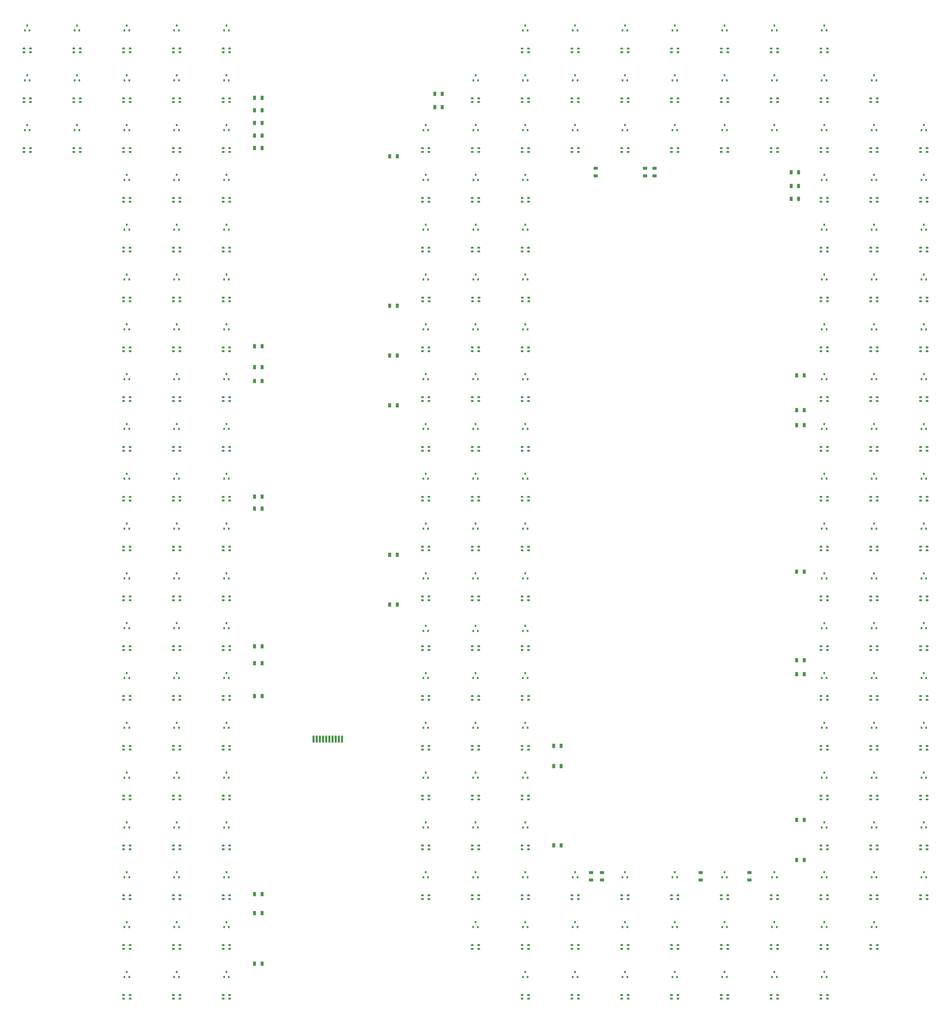
<source format=gtp>
%FSTAX44Y44*%
%MOMM*%
%SFA1B1*%

%IPPOS*%
%AMD10*
4,1,8,-0.873760,0.459740,-0.873760,-0.459740,-0.784860,-0.551180,0.784860,-0.551180,0.873760,-0.459740,0.873760,0.459740,0.784860,0.551180,-0.784860,0.551180,-0.873760,0.459740,0.0*
1,1,0.180000,-0.784860,0.459740*
1,1,0.180000,-0.784860,-0.459740*
1,1,0.180000,0.784860,-0.459740*
1,1,0.180000,0.784860,0.459740*
%
%AMD11*
4,1,8,0.299720,0.424180,-0.299720,0.424180,-0.375920,0.350520,-0.375920,-0.350520,-0.299720,-0.424180,0.299720,-0.424180,0.375920,-0.350520,0.375920,0.350520,0.299720,0.424180,0.0*
1,1,0.150000,0.299720,0.350520*
1,1,0.150000,-0.299720,0.350520*
1,1,0.150000,-0.299720,-0.350520*
1,1,0.150000,0.299720,-0.350520*
%
%AMD13*
4,1,8,-0.459740,-0.873760,0.459740,-0.873760,0.551180,-0.784860,0.551180,0.784860,0.459740,0.873760,-0.459740,0.873760,-0.551180,0.784860,-0.551180,-0.784860,-0.459740,-0.873760,0.0*
1,1,0.180000,-0.459740,-0.784860*
1,1,0.180000,0.459740,-0.784860*
1,1,0.180000,0.459740,0.784860*
1,1,0.180000,-0.459740,0.784860*
%
G04~CAMADD=10~8~0.0~0.0~433.1~689.0~35.4~0.0~15~0.0~0.0~0.0~0.0~0~0.0~0.0~0.0~0.0~0~0.0~0.0~0.0~90.0~690.0~433.0*
%ADD10D10*%
G04~CAMADD=11~8~0.0~0.0~295.3~334.6~29.5~0.0~15~0.0~0.0~0.0~0.0~0~0.0~0.0~0.0~0.0~0~0.0~0.0~0.0~0.0~295.3~334.6*
%ADD11D11*%
%ADD12O,0.909998X2.949994*%
G04~CAMADD=13~8~0.0~0.0~433.1~689.0~35.4~0.0~15~0.0~0.0~0.0~0.0~0~0.0~0.0~0.0~0.0~0~0.0~0.0~0.0~180.0~434.0~689.0*
%ADD13D13*%
%LNled_fix910_rd_2000278_(4f00224a_7p00494a)-1*%
%LPD*%
G36*
X00817106Y04026165D02*
X00817726Y04025751D01*
X0081814Y04025131*
X00818286Y04024399*
Y04020649*
X0081814Y04019918*
X00817726Y04019297*
X00817106Y04018883*
X00816374Y04018738*
X00809625*
X00808893Y04018883*
X00808272Y04019297*
X00807858Y04019918*
X00807712Y04020649*
Y04024399*
X00807858Y04025131*
X00808272Y04025751*
X00808893Y04026165*
X00809625Y04026311*
X00816374*
X00817106Y04026165*
G37*
G36*
X00791106D02*
X00791726Y04025751D01*
X0079214Y04025131*
X00792286Y04024399*
Y04020649*
X0079214Y04019918*
X00791726Y04019297*
X00791106Y04018883*
X00790374Y04018738*
X00783624*
X00782893Y04018883*
X00782272Y04019297*
X00781858Y04019918*
X00781712Y04020649*
Y04024399*
X00781858Y04025131*
X00782272Y04025751*
X00782893Y04026165*
X00783624Y04026311*
X00790374*
X00791106Y04026165*
G37*
G36*
X00617106D02*
X00617726Y04025751D01*
X0061814Y04025131*
X00618286Y04024399*
Y04020649*
X0061814Y04019918*
X00617726Y04019297*
X00617106Y04018883*
X00616374Y04018738*
X00609624*
X00608893Y04018883*
X00608272Y04019297*
X00607858Y04019918*
X00607712Y04020649*
Y04024399*
X00607858Y04025131*
X00608272Y04025751*
X00608893Y04026165*
X00609624Y04026311*
X00616374*
X00617106Y04026165*
G37*
G36*
X00591106D02*
X00591726Y04025751D01*
X0059214Y04025131*
X00592286Y04024399*
Y04020649*
X0059214Y04019918*
X00591726Y04019297*
X00591106Y04018883*
X00590374Y04018738*
X00583624*
X00582893Y04018883*
X00582272Y04019297*
X00581858Y04019918*
X00581712Y04020649*
Y04024399*
X00581858Y04025131*
X00582272Y04025751*
X00582893Y04026165*
X00583624Y04026311*
X00590374*
X00591106Y04026165*
G37*
G36*
X00417106D02*
X00417726Y04025751D01*
X0041814Y04025131*
X00418286Y04024399*
Y04020649*
X0041814Y04019918*
X00417726Y04019297*
X00417106Y04018883*
X00416374Y04018738*
X00409624*
X00408893Y04018883*
X00408272Y04019297*
X00407858Y04019918*
X00407712Y04020649*
Y04024399*
X00407858Y04025131*
X00408272Y04025751*
X00408893Y04026165*
X00409624Y04026311*
X00416374*
X00417106Y04026165*
G37*
G36*
X00391106D02*
X00391726Y04025751D01*
X0039214Y04025131*
X00392286Y04024399*
Y04020649*
X0039214Y04019918*
X00391726Y04019297*
X00391106Y04018883*
X00390374Y04018738*
X00383624*
X00382893Y04018883*
X00382272Y04019297*
X00381858Y04019918*
X00381712Y04020649*
Y04024399*
X00381858Y04025131*
X00382272Y04025751*
X00382893Y04026165*
X00383624Y04026311*
X00390374*
X00391106Y04026165*
G37*
G36*
X00217106D02*
X00217726Y04025751D01*
X0021814Y04025131*
X00218286Y04024399*
Y04020649*
X0021814Y04019918*
X00217726Y04019297*
X00217106Y04018883*
X00216374Y04018738*
X00209624*
X00208893Y04018883*
X00208272Y04019297*
X00207858Y04019918*
X00207712Y04020649*
Y04024399*
X00207858Y04025131*
X00208272Y04025751*
X00208893Y04026165*
X00209624Y04026311*
X00216374*
X00217106Y04026165*
G37*
G36*
X00191106D02*
X00191726Y04025751D01*
X0019214Y04025131*
X00192286Y04024399*
Y04020649*
X0019214Y04019918*
X00191726Y04019297*
X00191106Y04018883*
X00190374Y04018738*
X00183624*
X00182893Y04018883*
X00182272Y04019297*
X00181858Y04019918*
X00181712Y04020649*
Y04024399*
X00181858Y04025131*
X00182272Y04025751*
X00182893Y04026165*
X00183624Y04026311*
X00190374*
X00191106Y04026165*
G37*
G36*
X01017106D02*
X01017726Y04025751D01*
X0101814Y04025131*
X01018286Y04024399*
Y04020649*
X0101814Y04019918*
X01017726Y04019297*
X01017106Y04018883*
X01016374Y04018737*
X01009624*
X01008893Y04018883*
X01008272Y04019297*
X01007858Y04019918*
X01007712Y04020649*
Y04024399*
X01007858Y04025131*
X01008272Y04025751*
X01008893Y04026165*
X01009624Y04026311*
X01016374*
X01017106Y04026165*
G37*
G36*
X00991106D02*
X00991726Y04025751D01*
X0099214Y04025131*
X00992286Y04024399*
Y04020649*
X0099214Y04019918*
X00991726Y04019297*
X00991106Y04018883*
X00990374Y04018737*
X00983624Y04018738*
X00982893Y04018883*
X00982272Y04019297*
X00981858Y04019918*
X00981712Y04020649*
Y04024399*
X00981858Y04025131*
X00982272Y04025751*
X00982893Y04026165*
X00983624Y04026311*
X00990374*
X00991106Y04026165*
G37*
G36*
X03191105Y0402614D02*
X03191726Y04025726D01*
X0319214Y04025106*
X03192286Y04024374*
Y04020624*
X0319214Y04019892*
X03191726Y04019272*
X03191105Y04018858*
X03190374Y04018712*
X03183624*
X03182892Y04018858*
X03182272Y04019272*
X03181858Y04019892*
X03181712Y04020624*
Y04024374*
X03181858Y04025106*
X03182272Y04025726*
X03182892Y0402614*
X03183624Y04026286*
X03190374*
X03191105Y0402614*
G37*
G36*
X03417105D02*
X03417726Y04025726D01*
X0341814Y04025106*
X03418285Y04024374*
Y04020624*
X0341814Y04019892*
X03417726Y04019272*
X03417105Y04018858*
X03416374Y04018712*
X03409624*
X03408892Y04018858*
X03408272Y04019272*
X03407858Y04019892*
X03407712Y04020624*
Y04024374*
X03407858Y04025106*
X03408272Y04025726*
X03408892Y0402614*
X03409624Y04026286*
X03416374*
X03417105Y0402614*
G37*
G36*
X03391105D02*
X03391726Y04025726D01*
X0339214Y04025106*
X03392285Y04024374*
Y04020624*
X0339214Y04019892*
X03391726Y04019272*
X03391105Y04018858*
X03390374Y04018712*
X03383624*
X03382892Y04018858*
X03382272Y04019272*
X03381858Y04019892*
X03381712Y04020624*
Y04024374*
X03381858Y04025106*
X03382272Y04025726*
X03382892Y0402614*
X03383624Y04026286*
X03390374*
X03391105Y0402614*
G37*
G36*
X03216374Y04026286D02*
X03217105Y0402614D01*
X03217726Y04025726*
X0321814Y04025106*
X03218286Y04024374*
Y04020624*
X0321814Y04019892*
X03217726Y04019272*
X03217105Y04018858*
X03216374Y04018712*
X03209624*
X03208892Y04018858*
X03208272Y04019272*
X03207858Y04019892*
X03207712Y04020624*
Y04024374*
X03207858Y04025106*
X03208272Y04025726*
X03208892Y0402614*
X03209624Y04026286*
X03216374*
G37*
G36*
X03017105Y0402614D02*
X03017726Y04025726D01*
X0301814Y04025106*
X03018285Y04024374*
Y04020624*
X0301814Y04019892*
X03017726Y04019272*
X03017105Y04018858*
X03016374Y04018712*
X03009624*
X03008892Y04018858*
X03008272Y04019272*
X03007858Y04019892*
X03007712Y04020624*
Y04024374*
X03007858Y04025106*
X03008272Y04025726*
X03008892Y0402614*
X03009624Y04026286*
X03016374*
X03017105Y0402614*
G37*
G36*
X02991105D02*
X02991726Y04025726D01*
X0299214Y04025106*
X02992285Y04024374*
Y04020624*
X0299214Y04019892*
X02991726Y04019272*
X02991105Y04018858*
X02990374Y04018712*
X02983624*
X02982892Y04018858*
X02982272Y04019272*
X02981858Y04019892*
X02981712Y04020624*
Y04024374*
X02981858Y04025106*
X02982272Y04025726*
X02982892Y0402614*
X02983624Y04026286*
X02990374*
X02991105Y0402614*
G37*
G36*
X02817105D02*
X02817726Y04025726D01*
X0281814Y04025106*
X02818285Y04024374*
Y04020624*
X0281814Y04019892*
X02817726Y04019272*
X02817105Y04018858*
X02816374Y04018712*
X02809624*
X02808892Y04018858*
X02808272Y04019272*
X02807858Y04019892*
X02807712Y04020624*
Y04024374*
X02807858Y04025106*
X02808272Y04025726*
X02808892Y0402614*
X02809624Y04026286*
X02816374*
X02817105Y0402614*
G37*
G36*
X02791105D02*
X02791726Y04025726D01*
X0279214Y04025106*
X02792285Y04024374*
Y04020624*
X0279214Y04019892*
X02791726Y04019272*
X02791105Y04018858*
X02790374Y04018712*
X02783624*
X02782892Y04018858*
X02782272Y04019272*
X02781858Y04019892*
X02781712Y04020624*
Y04024374*
X02781858Y04025106*
X02782272Y04025726*
X02782892Y0402614*
X02783624Y04026286*
X02790374*
X02791105Y0402614*
G37*
G36*
X02617105D02*
X02617726Y04025726D01*
X0261814Y04025106*
X02618285Y04024374*
Y04020624*
X0261814Y04019892*
X02617726Y04019272*
X02617105Y04018858*
X02616374Y04018712*
X02609624*
X02608892Y04018858*
X02608272Y04019272*
X02607858Y04019892*
X02607712Y04020624*
Y04024374*
X02607858Y04025106*
X02608272Y04025726*
X02608892Y0402614*
X02609624Y04026286*
X02616374*
X02617105Y0402614*
G37*
G36*
X02591105D02*
X02591726Y04025726D01*
X0259214Y04025106*
X02592285Y04024374*
Y04020624*
X0259214Y04019892*
X02591726Y04019272*
X02591105Y04018858*
X02590374Y04018712*
X02583624*
X02582892Y04018858*
X02582272Y04019272*
X02581858Y04019892*
X02581712Y04020624*
Y04024374*
X02581858Y04025106*
X02582272Y04025726*
X02582892Y0402614*
X02583624Y04026286*
X02590374*
X02591105Y0402614*
G37*
G36*
X02417106D02*
X02417726Y04025726D01*
X0241814Y04025106*
X02418286Y04024374*
Y04020624*
X0241814Y04019892*
X02417726Y04019272*
X02417106Y04018858*
X02416374Y04018712*
X02409624*
X02408893Y04018858*
X02408272Y04019272*
X02407858Y04019892*
X02407712Y04020624*
Y04024374*
X02407858Y04025106*
X02408272Y04025726*
X02408893Y0402614*
X02409624Y04026286*
X02416374*
X02417106Y0402614*
G37*
G36*
X02391106D02*
X02391726Y04025726D01*
X0239214Y04025106*
X02392286Y04024374*
Y04020624*
X0239214Y04019892*
X02391726Y04019272*
X02391106Y04018858*
X02390374Y04018712*
X02383624*
X02382893Y04018858*
X02382272Y04019272*
X02381858Y04019892*
X02381712Y04020624*
Y04024374*
X02381858Y04025106*
X02382272Y04025726*
X02382893Y0402614*
X02383624Y04026286*
X02390374*
X02391106Y0402614*
G37*
G36*
X02217105D02*
X02217726Y04025726D01*
X0221814Y04025106*
X02218285Y04024374*
Y04020624*
X0221814Y04019892*
X02217726Y04019272*
X02217105Y04018858*
X02216374Y04018712*
X02209624*
X02208892Y04018858*
X02208272Y04019272*
X02207858Y04019892*
X02207712Y04020624*
Y04024374*
X02207858Y04025106*
X02208272Y04025726*
X02208892Y0402614*
X02209624Y04026286*
X02216374*
X02217105Y0402614*
G37*
G36*
X02191105D02*
X02191726Y04025726D01*
X0219214Y04025106*
X02192286Y04024374*
Y04020624*
X0219214Y04019892*
X02191726Y04019272*
X02191105Y04018858*
X02190374Y04018712*
X02183624*
X02182892Y04018858*
X02182272Y04019272*
X02181858Y04019892*
X02181712Y04020624*
Y04024374*
X02181858Y04025106*
X02182272Y04025726*
X02182892Y0402614*
X02183624Y04026286*
X02190374*
X02191105Y0402614*
G37*
G36*
X00817106Y04011166D02*
X00817726Y04010751D01*
X0081814Y04010131*
X00818286Y04009399*
Y04005649*
X0081814Y04004918*
X00817726Y04004297*
X00817106Y04003883*
X00816374Y04003738*
X00809625*
X00808893Y04003883*
X00808272Y04004297*
X00807858Y04004918*
X00807712Y04005649*
Y04009399*
X00807858Y04010131*
X00808272Y04010751*
X00808893Y04011166*
X00809625Y04011311*
X00816374*
X00817106Y04011166*
G37*
G36*
X00791106Y04011165D02*
X00791726Y04010751D01*
X0079214Y04010131*
X00792286Y04009399*
Y04005649*
X0079214Y04004918*
X00791726Y04004297*
X00791106Y04003883*
X00790374Y04003738*
X00783624*
X00782893Y04003883*
X00782272Y04004297*
X00781858Y04004918*
X00781712Y04005649*
Y04009399*
X00781858Y04010131*
X00782272Y04010751*
X00782893Y04011166*
X00783624Y04011311*
X00790374*
X00791106Y04011165*
G37*
G36*
X00617106Y04011166D02*
X00617726Y04010751D01*
X0061814Y04010131*
X00618286Y04009399*
Y04005649*
X0061814Y04004918*
X00617726Y04004297*
X00617106Y04003883*
X00616374Y04003738*
X00609624*
X00608893Y04003883*
X00608272Y04004297*
X00607858Y04004918*
X00607712Y04005649*
Y04009399*
X00607858Y04010131*
X00608272Y04010751*
X00608893Y04011166*
X00609624Y04011311*
X00616374*
X00617106Y04011166*
G37*
G36*
X00591106Y04011165D02*
X00591726Y04010751D01*
X0059214Y04010131*
X00592286Y04009399*
Y04005649*
X0059214Y04004918*
X00591726Y04004297*
X00591106Y04003883*
X00590374Y04003738*
X00583624*
X00582893Y04003883*
X00582272Y04004297*
X00581858Y04004918*
X00581712Y04005649*
Y04009399*
X00581858Y04010131*
X00582272Y04010751*
X00582893Y04011166*
X00583624Y04011311*
X00590374*
X00591106Y04011165*
G37*
G36*
X00417106Y04011166D02*
X00417726Y04010751D01*
X0041814Y04010131*
X00418286Y04009399*
Y04005649*
X0041814Y04004918*
X00417726Y04004297*
X00417106Y04003883*
X00416374Y04003738*
X00409624*
X00408893Y04003883*
X00408272Y04004297*
X00407858Y04004918*
X00407712Y04005649*
Y04009399*
X00407858Y04010131*
X00408272Y04010751*
X00408893Y04011166*
X00409624Y04011311*
X00416374*
X00417106Y04011166*
G37*
G36*
X00391106Y04011165D02*
X00391726Y04010751D01*
X0039214Y04010131*
X00392286Y04009399*
Y04005649*
X0039214Y04004918*
X00391726Y04004297*
X00391106Y04003883*
X00390374Y04003738*
X00383624*
X00382893Y04003883*
X00382272Y04004297*
X00381858Y04004918*
X00381712Y04005649*
Y04009399*
X00381858Y04010131*
X00382272Y04010751*
X00382893Y04011166*
X00383624Y04011311*
X00390374*
X00391106Y04011165*
G37*
G36*
X00217106Y04011166D02*
X00217726Y04010751D01*
X0021814Y04010131*
X00218286Y04009399*
Y04005649*
X0021814Y04004918*
X00217726Y04004297*
X00217106Y04003883*
X00216374Y04003738*
X00209624*
X00208893Y04003883*
X00208272Y04004297*
X00207858Y04004918*
X00207712Y04005649*
Y04009399*
X00207858Y04010131*
X00208272Y04010751*
X00208893Y04011166*
X00209624Y04011311*
X00216374*
X00217106Y04011166*
G37*
G36*
X00191106Y04011165D02*
X00191726Y04010751D01*
X0019214Y04010131*
X00192286Y04009399*
Y04005649*
X0019214Y04004918*
X00191726Y04004297*
X00191106Y04003883*
X00190374Y04003738*
X00183624*
X00182893Y04003883*
X00182272Y04004297*
X00181858Y04004918*
X00181712Y04005649*
Y04009399*
X00181858Y04010131*
X00182272Y04010751*
X00182893Y04011166*
X00183624Y04011311*
X00190374*
X00191106Y04011165*
G37*
G36*
X01017106D02*
X01017726Y04010751D01*
X0101814Y04010131*
X01018286Y04009399*
Y04005649*
X0101814Y04004918*
X01017726Y04004297*
X01017106Y04003883*
X01016374Y04003738*
X01009624*
X01008893Y04003883*
X01008272Y04004297*
X01007858Y04004918*
X01007712Y04005649*
Y04009399*
X01007858Y04010131*
X01008272Y04010751*
X01008893Y04011165*
X01009624Y04011311*
X01016374*
X01017106Y04011165*
G37*
G36*
X00991106D02*
X00991726Y04010751D01*
X0099214Y04010131*
X00992286Y04009399*
Y04005649*
X0099214Y04004918*
X00991726Y04004297*
X00991106Y04003883*
X00990374Y04003738*
X00983624*
X00982893Y04003883*
X00982272Y04004297*
X00981858Y04004918*
X00981712Y04005649*
Y04009399*
X00981858Y04010131*
X00982272Y04010751*
X00982893Y04011165*
X00983624Y04011311*
X00990374*
X00991106Y04011165*
G37*
G36*
X03416374Y04011286D02*
X03417105Y0401114D01*
X03417726Y04010726*
X0341814Y04010106*
X03418285Y04009374*
Y04005624*
X0341814Y04004892*
X03417726Y04004272*
X03417105Y04003858*
X03416374Y04003712*
X03409624*
X03408892Y04003858*
X03408272Y04004272*
X03407858Y04004892*
X03407712Y04005624*
Y04009374*
X03407858Y04010106*
X03408272Y04010726*
X03408892Y0401114*
X03409624Y04011286*
X03416374*
G37*
G36*
X03391105Y0401114D02*
X03391726Y04010726D01*
X0339214Y04010106*
X03392285Y04009374*
Y04005624*
X0339214Y04004892*
X03391726Y04004272*
X03391105Y04003858*
X03390374Y04003712*
X03383624*
X03382892Y04003858*
X03382272Y04004272*
X03381858Y04004892*
X03381712Y04005624*
Y04009374*
X03381858Y04010106*
X03382272Y04010726*
X03382892Y0401114*
X03383624Y04011286*
X03390374*
X03391105Y0401114*
G37*
G36*
X03217105D02*
X03217726Y04010726D01*
X0321814Y04010106*
X03218286Y04009374*
Y04005624*
X0321814Y04004892*
X03217726Y04004272*
X03217105Y04003858*
X03216374Y04003712*
X03209624*
X03208892Y04003858*
X03208272Y04004272*
X03207858Y04004892*
X03207712Y04005624*
Y04009374*
X03207858Y04010106*
X03208272Y04010726*
X03208892Y0401114*
X03209624Y04011286*
X03216374*
X03217105Y0401114*
G37*
G36*
X03016374Y04011286D02*
X03017105Y0401114D01*
X03017726Y04010726*
X0301814Y04010106*
X03018285Y04009374*
Y04005624*
X0301814Y04004892*
X03017726Y04004272*
X03017105Y04003858*
X03016374Y04003712*
X03009624*
X03008892Y04003858*
X03008272Y04004272*
X03007858Y04004892*
X03007712Y04005624*
Y04009374*
X03007858Y04010106*
X03008272Y04010726*
X03008892Y0401114*
X03009624Y04011286*
X03016374*
G37*
G36*
X02991105Y0401114D02*
X02991726Y04010726D01*
X0299214Y04010106*
X02992285Y04009374*
Y04005624*
X0299214Y04004892*
X02991726Y04004272*
X02991105Y04003858*
X02990374Y04003712*
X02983624*
X02982892Y04003858*
X02982272Y04004272*
X02981858Y04004892*
X02981712Y04005624*
Y04009374*
X02981858Y04010106*
X02982272Y04010726*
X02982892Y0401114*
X02983624Y04011286*
X02990374*
X02991105Y0401114*
G37*
G36*
X02816374Y04011286D02*
X02817105Y0401114D01*
X02817726Y04010726*
X0281814Y04010106*
X02818285Y04009374*
Y04005624*
X0281814Y04004892*
X02817726Y04004272*
X02817105Y04003858*
X02816374Y04003712*
X02809624*
X02808892Y04003858*
X02808272Y04004272*
X02807858Y04004892*
X02807712Y04005624*
Y04009374*
X02807858Y04010106*
X02808272Y04010726*
X02808892Y0401114*
X02809624Y04011286*
X02816374*
G37*
G36*
X02791105Y0401114D02*
X02791726Y04010726D01*
X0279214Y04010106*
X02792285Y04009374*
Y04005624*
X0279214Y04004892*
X02791726Y04004272*
X02791105Y04003858*
X02790374Y04003712*
X02783624*
X02782892Y04003858*
X02782272Y04004272*
X02781858Y04004892*
X02781712Y04005624*
Y04009374*
X02781858Y04010106*
X02782272Y04010726*
X02782892Y0401114*
X02783624Y04011286*
X02790374*
X02791105Y0401114*
G37*
G36*
X02616374Y04011286D02*
X02617105Y0401114D01*
X02617726Y04010726*
X0261814Y04010106*
X02618285Y04009374*
Y04005624*
X0261814Y04004892*
X02617726Y04004272*
X02617105Y04003858*
X02616374Y04003712*
X02609624*
X02608892Y04003858*
X02608272Y04004272*
X02607858Y04004892*
X02607712Y04005624*
Y04009374*
X02607858Y04010106*
X02608272Y04010726*
X02608892Y0401114*
X02609624Y04011286*
X02616374*
G37*
G36*
X02591105Y0401114D02*
X02591726Y04010726D01*
X0259214Y04010106*
X02592285Y04009374*
Y04005624*
X0259214Y04004892*
X02591726Y04004272*
X02591105Y04003858*
X02590374Y04003712*
X02583624*
X02582892Y04003858*
X02582272Y04004272*
X02581858Y04004892*
X02581712Y04005624*
Y04009374*
X02581858Y04010106*
X02582272Y04010726*
X02582892Y0401114*
X02583624Y04011286*
X02590374*
X02591105Y0401114*
G37*
G36*
X02417106D02*
X02417726Y04010726D01*
X0241814Y04010106*
X02418286Y04009374*
Y04005624*
X0241814Y04004892*
X02417726Y04004272*
X02417106Y04003858*
X02416374Y04003712*
X02409624*
X02408893Y04003858*
X02408272Y04004272*
X02407858Y04004892*
X02407712Y04005624*
Y04009374*
X02407858Y04010106*
X02408272Y04010726*
X02408893Y0401114*
X02409624Y04011286*
X02416374*
X02417106Y0401114*
G37*
G36*
X02391106D02*
X02391726Y04010726D01*
X0239214Y04010106*
X02392286Y04009374*
Y04005624*
X0239214Y04004892*
X02391726Y04004272*
X02391106Y04003858*
X02390374Y04003712*
X02383624*
X02382893Y04003858*
X02382272Y04004272*
X02381858Y04004892*
X02381712Y04005624*
Y04009374*
X02381858Y04010106*
X02382272Y04010726*
X02382893Y0401114*
X02383624Y04011286*
X02390374*
X02391106Y0401114*
G37*
G36*
X02216374Y04011286D02*
X02217105Y0401114D01*
X02217726Y04010726*
X0221814Y04010106*
X02218285Y04009374*
Y04005624*
X0221814Y04004892*
X02217726Y04004272*
X02217105Y04003858*
X02216374Y04003712*
X02209624*
X02208892Y04003858*
X02208272Y04004272*
X02207858Y04004892*
X02207712Y04005624*
Y04009374*
X02207858Y04010106*
X02208272Y04010726*
X02208892Y0401114*
X02209624Y04011286*
X02216374*
G37*
G36*
X02191105Y0401114D02*
X02191726Y04010726D01*
X0219214Y04010106*
X02192286Y04009374*
Y04005624*
X0219214Y04004892*
X02191726Y04004272*
X02191105Y04003858*
X02190374Y04003712*
X02183624*
X02182892Y04003858*
X02182272Y04004272*
X02181858Y04004892*
X02181712Y04005624*
Y04009374*
X02181858Y04010106*
X02182272Y04010726*
X02182892Y0401114*
X02183624Y04011286*
X02190374*
X02191105Y0401114*
G37*
G36*
X03191105D02*
X03191726Y04010726D01*
X0319214Y04010106*
X03192286Y04009374*
Y04005624*
X0319214Y04004892*
X03191726Y04004272*
X03191105Y04003858*
X03190374Y04003712*
X03183624*
X03182892Y04003858*
X03182272Y04004272*
X03181858Y04004892*
X03181712Y04005624*
Y04009374*
X03181858Y04010106*
X03182272Y04010726*
X03182892Y0401114*
X03183624Y04011286*
X03190374*
X03191105Y0401114*
G37*
G36*
X00816374Y03826311D02*
X00817106Y03826165D01*
X00817726Y03825751*
X0081814Y03825131*
X00818286Y03824399*
Y03820649*
X0081814Y03819918*
X00817726Y03819298*
X00817106Y03818883*
X00816374Y03818738*
X00809625*
X00808893Y03818883*
X00808272Y03819297*
X00807858Y03819918*
X00807712Y03820649*
Y03824399*
X00807858Y03825131*
X00808272Y03825751*
X00808893Y03826165*
X00809625Y03826311*
X00816374*
G37*
G36*
X00791106Y03826165D02*
X00791726Y03825751D01*
X0079214Y03825131*
X00792286Y03824399*
Y03820649*
X0079214Y03819918*
X00791726Y03819297*
X00791106Y03818883*
X00790374Y03818738*
X00783624*
X00782893Y03818883*
X00782272Y03819297*
X00781858Y03819918*
X00781712Y03820649*
Y03824399*
X00781858Y03825131*
X00782272Y03825751*
X00782893Y03826165*
X00783624Y03826311*
X00790374*
X00791106Y03826165*
G37*
G36*
X01017106D02*
X01017726Y03825751D01*
X0101814Y03825131*
X01018286Y03824399*
Y03820649*
X0101814Y03819918*
X01017726Y03819297*
X01017106Y03818883*
X01016374Y03818738*
X01009624*
X01008893Y03818883*
X01008272Y03819297*
X01007858Y03819918*
X01007712Y03820649*
Y03824399*
X01007858Y03825131*
X01008272Y03825751*
X01008893Y03826165*
X01009624Y03826311*
X01016374*
X01017106Y03826165*
G37*
G36*
X00991106D02*
X00991726Y03825751D01*
X0099214Y03825131*
X00992286Y03824399*
Y03820649*
X0099214Y03819918*
X00991726Y03819297*
X00991106Y03818883*
X00990374Y03818738*
X00983624*
X00982893Y03818883*
X00982272Y03819297*
X00981858Y03819918*
X00981712Y03820649*
Y03824399*
X00981858Y03825131*
X00982272Y03825751*
X00982893Y03826165*
X00983624Y03826311*
X00990374*
X00991106Y03826165*
G37*
G36*
X00617106D02*
X00617726Y03825751D01*
X0061814Y03825131*
X00618286Y03824399*
Y03820649*
X0061814Y03819918*
X00617726Y03819297*
X00617106Y03818883*
X00616374Y03818738*
X00609624*
X00608893Y03818883*
X00608272Y03819297*
X00607858Y03819918*
X00607712Y03820649*
Y03824399*
X00607858Y03825131*
X00608272Y03825751*
X00608893Y03826165*
X00609624Y03826311*
X00616374*
X00617106Y03826165*
G37*
G36*
X00591106D02*
X00591726Y03825751D01*
X0059214Y03825131*
X00592286Y03824399*
Y03820649*
X0059214Y03819918*
X00591726Y03819297*
X00591106Y03818883*
X00590374Y03818738*
X00583624*
X00582893Y03818883*
X00582272Y03819297*
X00581858Y03819918*
X00581712Y03820649*
Y03824399*
X00581858Y03825131*
X00582272Y03825751*
X00582893Y03826165*
X00583624Y03826311*
X00590374*
X00591106Y03826165*
G37*
G36*
X00417106D02*
X00417726Y03825751D01*
X0041814Y03825131*
X00418286Y03824399*
Y03820649*
X0041814Y03819918*
X00417726Y03819297*
X00417106Y03818883*
X00416374Y03818738*
X00409624*
X00408893Y03818883*
X00408272Y03819297*
X00407858Y03819918*
X00407712Y03820649*
Y03824399*
X00407858Y03825131*
X00408272Y03825751*
X00408893Y03826165*
X00409624Y03826311*
X00416374*
X00417106Y03826165*
G37*
G36*
X00391106D02*
X00391726Y03825751D01*
X0039214Y03825131*
X00392286Y03824399*
Y03820649*
X0039214Y03819918*
X00391726Y03819297*
X00391106Y03818883*
X00390374Y03818738*
X00383624*
X00382893Y03818883*
X00382272Y03819297*
X00381858Y03819918*
X00381712Y03820649*
Y03824399*
X00381858Y03825131*
X00382272Y03825751*
X00382893Y03826165*
X00383624Y03826311*
X00390374*
X00391106Y03826165*
G37*
G36*
X00217106D02*
X00217726Y03825751D01*
X0021814Y03825131*
X00218286Y03824399*
Y03820649*
X0021814Y03819918*
X00217726Y03819297*
X00217106Y03818883*
X00216374Y03818738*
X00209624*
X00208893Y03818883*
X00208272Y03819297*
X00207858Y03819918*
X00207713Y03820649*
Y03824399*
X00207858Y03825131*
X00208272Y03825751*
X00208893Y03826165*
X00209624Y03826311*
X00216374*
X00217106Y03826165*
G37*
G36*
X00191106D02*
X00191726Y03825751D01*
X0019214Y03825131*
X00192286Y03824399*
Y03820649*
X0019214Y03819918*
X00191726Y03819297*
X00191106Y03818883*
X00190374Y03818738*
X00183624*
X00182893Y03818883*
X00182272Y03819297*
X00181858Y03819918*
X00181713Y03820649*
Y03824399*
X00181858Y03825131*
X00182272Y03825751*
X00182893Y03826165*
X00183624Y03826311*
X00190374*
X00191106Y03826165*
G37*
G36*
X03417105Y0382614D02*
X03417726Y03825726D01*
X0341814Y03825106*
X03418285Y03824374*
Y03820624*
X0341814Y03819892*
X03417726Y03819272*
X03417105Y03818858*
X03416374Y03818712*
X03409624*
X03408892Y03818858*
X03408272Y03819272*
X03407858Y03819892*
X03407712Y03820624*
Y03824374*
X03407858Y03825106*
X03408272Y03825726*
X03408892Y0382614*
X03409624Y03826286*
X03416374*
X03417105Y0382614*
G37*
G36*
X03391105D02*
X03391726Y03825726D01*
X0339214Y03825106*
X03392285Y03824374*
Y03820624*
X0339214Y03819892*
X03391726Y03819272*
X03391105Y03818858*
X03390374Y03818712*
X03383624*
X03382892Y03818858*
X03382272Y03819272*
X03381858Y03819892*
X03381712Y03820624*
Y03824374*
X03381858Y03825106*
X03382272Y03825726*
X03382892Y0382614*
X03383624Y03826286*
X03390374*
X03391105Y0382614*
G37*
G36*
X03191105D02*
X03191726Y03825726D01*
X0319214Y03825106*
X03192286Y03824374*
Y03820624*
X0319214Y03819892*
X03191726Y03819272*
X03191105Y03818858*
X03190374Y03818712*
X03183624*
X03182892Y03818858*
X03182272Y03819272*
X03181858Y03819892*
X03181712Y03820624*
Y03824374*
X03181858Y03825106*
X03182272Y03825726*
X03182892Y0382614*
X03183624Y03826286*
X03190374*
X03191105Y0382614*
G37*
G36*
X02817105D02*
X02817726Y03825726D01*
X0281814Y03825106*
X02818285Y03824374*
Y03820624*
X0281814Y03819892*
X02817726Y03819272*
X02817105Y03818858*
X02816374Y03818712*
X02809624*
X02808892Y03818858*
X02808272Y03819272*
X02807858Y03819892*
X02807712Y03820624*
Y03824374*
X02807858Y03825106*
X02808272Y03825726*
X02808892Y0382614*
X02809624Y03826286*
X02816374*
X02817105Y0382614*
G37*
G36*
X02791105D02*
X02791726Y03825726D01*
X0279214Y03825106*
X02792285Y03824374*
Y03820624*
X0279214Y03819892*
X02791726Y03819272*
X02791105Y03818858*
X02790374Y03818712*
X02783624*
X02782892Y03818858*
X02782272Y03819272*
X02781858Y03819892*
X02781712Y03820624*
Y03824374*
X02781858Y03825106*
X02782272Y03825726*
X02782892Y0382614*
X02783624Y03826286*
X02790374*
X02791105Y0382614*
G37*
G36*
X02217105D02*
X02217726Y03825726D01*
X0221814Y03825106*
X02218285Y03824374*
Y03820624*
X0221814Y03819892*
X02217726Y03819272*
X02217105Y03818858*
X02216374Y03818712*
X02209624*
X02208892Y03818858*
X02208272Y03819272*
X02207858Y03819892*
X02207712Y03820624*
Y03824374*
X02207858Y03825106*
X02208272Y03825726*
X02208892Y0382614*
X02209624Y03826286*
X02216374*
X02217105Y0382614*
G37*
G36*
X02190374Y03826286D02*
X02191105Y0382614D01*
X02191726Y03825726*
X0219214Y03825106*
X02192286Y03824374*
Y03820624*
X0219214Y03819892*
X02191726Y03819272*
X02191105Y03818858*
X02190374Y03818712*
X02183624*
X02182892Y03818858*
X02182272Y03819272*
X02181858Y03819892*
X02181712Y03820624*
Y03824374*
X02181858Y03825106*
X02182272Y03825726*
X02182892Y0382614*
X02183624Y03826286*
X02190374*
G37*
G36*
X03617105Y0382614D02*
X03617726Y03825726D01*
X0361814Y03825106*
X03618285Y03824374*
Y03820624*
X0361814Y03819892*
X03617726Y03819272*
X03617105Y03818858*
X03616374Y03818712*
X03609624*
X03608892Y03818858*
X03608272Y03819272*
X03607858Y03819892*
X03607712Y03820624*
Y03824374*
X03607858Y03825106*
X03608272Y03825726*
X03608892Y0382614*
X03609624Y03826286*
X03616374*
X03617105Y0382614*
G37*
G36*
X03591105D02*
X03591726Y03825726D01*
X0359214Y03825106*
X03592285Y03824374*
Y03820624*
X0359214Y03819892*
X03591726Y03819272*
X03591105Y03818858*
X03590374Y03818712*
X03583624*
X03582892Y03818858*
X03582272Y03819272*
X03581858Y03819892*
X03581712Y03820624*
Y03824374*
X03581858Y03825106*
X03582272Y03825726*
X03582892Y0382614*
X03583624Y03826286*
X03590374*
X03591105Y0382614*
G37*
G36*
X03217105D02*
X03217726Y03825726D01*
X0321814Y03825106*
X03218286Y03824374*
Y03820624*
X0321814Y03819892*
X03217726Y03819272*
X03217105Y03818858*
X03216374Y03818712*
X03209624*
X03208892Y03818858*
X03208272Y03819272*
X03207858Y03819892*
X03207712Y03820624*
Y03824374*
X03207858Y03825106*
X03208272Y03825726*
X03208892Y0382614*
X03209624Y03826286*
X03216374*
X03217105Y0382614*
G37*
G36*
X03017105D02*
X03017726Y03825726D01*
X0301814Y03825106*
X03018285Y03824374*
Y03820624*
X0301814Y03819892*
X03017726Y03819272*
X03017105Y03818858*
X03016374Y03818712*
X03009624*
X03008892Y03818858*
X03008272Y03819272*
X03007858Y03819892*
X03007712Y03820624*
Y03824374*
X03007858Y03825106*
X03008272Y03825726*
X03008892Y0382614*
X03009624Y03826286*
X03016374*
X03017105Y0382614*
G37*
G36*
X02991105D02*
X02991726Y03825726D01*
X0299214Y03825106*
X02992285Y03824374*
Y03820624*
X0299214Y03819892*
X02991726Y03819272*
X02991105Y03818858*
X02990374Y03818712*
X02983624*
X02982892Y03818858*
X02982272Y03819272*
X02981858Y03819892*
X02981712Y03820624*
Y03824374*
X02981858Y03825106*
X02982272Y03825726*
X02982892Y0382614*
X02983624Y03826286*
X02990374*
X02991105Y0382614*
G37*
G36*
X02617106D02*
X02617726Y03825726D01*
X0261814Y03825106*
X02618286Y03824374*
Y03820624*
X0261814Y03819892*
X02617726Y03819272*
X02617106Y03818858*
X02616374Y03818712*
X02609624*
X02608893Y03818858*
X02608272Y03819272*
X02607858Y03819892*
X02607713Y03820624*
Y03824374*
X02607858Y03825106*
X02608272Y03825726*
X02608893Y0382614*
X02609624Y03826286*
X02616374*
X02617106Y0382614*
G37*
G36*
X02591106D02*
X02591726Y03825726D01*
X0259214Y03825106*
X02592286Y03824374*
Y03820624*
X0259214Y03819892*
X02591726Y03819272*
X02591106Y03818858*
X02590374Y03818712*
X02583624*
X02582893Y03818858*
X02582272Y03819272*
X02581858Y03819892*
X02581713Y03820624*
Y03824374*
X02581858Y03825106*
X02582272Y03825726*
X02582893Y0382614*
X02583624Y03826286*
X02590374*
X02591106Y0382614*
G37*
G36*
X02417106D02*
X02417726Y03825726D01*
X0241814Y03825106*
X02418286Y03824374*
Y03820624*
X0241814Y03819892*
X02417726Y03819272*
X02417106Y03818858*
X02416374Y03818712*
X02409624*
X02408893Y03818858*
X02408272Y03819272*
X02407858Y03819892*
X02407712Y03820624*
Y03824374*
X02407858Y03825106*
X02408272Y03825726*
X02408893Y0382614*
X02409624Y03826286*
X02416374*
X02417106Y0382614*
G37*
G36*
X02391106D02*
X02391726Y03825726D01*
X0239214Y03825106*
X02392286Y03824374*
Y03820624*
X0239214Y03819892*
X02391726Y03819272*
X02391106Y03818858*
X02390374Y03818712*
X02383624*
X02382893Y03818858*
X02382272Y03819272*
X02381858Y03819892*
X02381712Y03820624*
Y03824374*
X02381858Y03825106*
X02382272Y03825726*
X02382893Y0382614*
X02383624Y03826286*
X02390374*
X02391106Y0382614*
G37*
G36*
X02017105D02*
X02017726Y03825726D01*
X0201814Y03825106*
X02018285Y03824374*
Y03820624*
X0201814Y03819892*
X02017726Y03819272*
X02017105Y03818858*
X02016374Y03818712*
X02009624*
X02008892Y03818858*
X02008272Y03819272*
X02007858Y03819892*
X02007712Y03820624*
Y03824374*
X02007858Y03825106*
X02008272Y03825726*
X02008892Y0382614*
X02009624Y03826286*
X02016374*
X02017105Y0382614*
G37*
G36*
X01991106D02*
X01991726Y03825726D01*
X0199214Y03825106*
X01992286Y03824374*
Y03820624*
X0199214Y03819892*
X01991726Y03819272*
X01991106Y03818858*
X01990374Y03818712*
X01983624*
X01982892Y03818858*
X01982272Y03819272*
X01981858Y03819892*
X01981712Y03820624*
Y03824374*
X01981858Y03825106*
X01982272Y03825726*
X01982892Y0382614*
X01983624Y03826286*
X01990374*
X01991106Y0382614*
G37*
G36*
X01017106Y03811165D02*
X01017726Y03810751D01*
X0101814Y03810131*
X01018286Y03809399*
Y03805649*
X0101814Y03804918*
X01017726Y03804297*
X01017106Y03803883*
X01016374Y03803738*
X01009624*
X01008893Y03803883*
X01008272Y03804297*
X01007858Y03804918*
X01007712Y03805649*
Y03809399*
X01007858Y03810131*
X01008272Y03810751*
X01008893Y03811165*
X01009624Y03811311*
X01016374*
X01017106Y03811165*
G37*
G36*
X00991106D02*
X00991726Y03810751D01*
X0099214Y03810131*
X00992286Y03809399*
Y03805649*
X0099214Y03804918*
X00991726Y03804297*
X00991106Y03803883*
X00990374Y03803738*
X00983624*
X00982893Y03803883*
X00982272Y03804297*
X00981858Y03804918*
X00981712Y03805649*
Y03809399*
X00981858Y03810131*
X00982272Y03810751*
X00982893Y03811165*
X00983624Y03811311*
X00990374*
X00991106Y03811165*
G37*
G36*
X00617106D02*
X00617726Y03810751D01*
X0061814Y03810131*
X00618286Y03809399*
Y03805649*
X0061814Y03804918*
X00617726Y03804297*
X00617106Y03803883*
X00616374Y03803738*
X00609624*
X00608893Y03803883*
X00608272Y03804297*
X00607858Y03804918*
X00607712Y03805649*
Y03809399*
X00607858Y03810131*
X00608272Y03810751*
X00608893Y03811165*
X00609624Y03811311*
X00616374*
X00617106Y03811165*
G37*
G36*
X00591106D02*
X00591726Y03810751D01*
X0059214Y03810131*
X00592286Y03809399*
Y03805649*
X0059214Y03804918*
X00591726Y03804297*
X00591106Y03803883*
X00590374Y03803738*
X00583624*
X00582893Y03803883*
X00582272Y03804297*
X00581858Y03804918*
X00581712Y03805649*
Y03809399*
X00581858Y03810131*
X00582272Y03810751*
X00582893Y03811165*
X00583624Y03811311*
X00590374*
X00591106Y03811165*
G37*
G36*
X00417106D02*
X00417726Y03810751D01*
X0041814Y03810131*
X00418286Y03809399*
Y03805649*
X0041814Y03804918*
X00417726Y03804297*
X00417106Y03803883*
X00416374Y03803738*
X00409624*
X00408893Y03803883*
X00408272Y03804297*
X00407858Y03804918*
X00407712Y03805649*
Y03809399*
X00407858Y03810131*
X00408272Y03810751*
X00408893Y03811165*
X00409624Y03811311*
X00416374*
X00417106Y03811165*
G37*
G36*
X00391106D02*
X00391726Y03810751D01*
X0039214Y03810131*
X00392286Y03809399*
Y03805649*
X0039214Y03804918*
X00391726Y03804297*
X00391106Y03803883*
X00390374Y03803738*
X00383624*
X00382893Y03803883*
X00382272Y03804297*
X00381858Y03804918*
X00381712Y03805649*
Y03809399*
X00381858Y03810131*
X00382272Y03810751*
X00382893Y03811165*
X00383624Y03811311*
X00390374*
X00391106Y03811165*
G37*
G36*
X00217106D02*
X00217726Y03810751D01*
X0021814Y03810131*
X00218286Y03809399*
Y03805649*
X0021814Y03804918*
X00217726Y03804297*
X00217106Y03803883*
X00216374Y03803738*
X00209624*
X00208893Y03803883*
X00208272Y03804297*
X00207858Y03804918*
X00207713Y03805649*
Y03809399*
X00207858Y03810131*
X00208272Y03810751*
X00208893Y03811165*
X00209624Y03811311*
X00216374*
X00217106Y03811165*
G37*
G36*
X00191106D02*
X00191726Y03810751D01*
X0019214Y03810131*
X00192286Y03809399*
Y03805649*
X0019214Y03804918*
X00191726Y03804297*
X00191106Y03803883*
X00190374Y03803738*
X00183624*
X00182893Y03803883*
X00182272Y03804297*
X00181858Y03804918*
X00181713Y03805649*
Y03809399*
X00181858Y03810131*
X00182272Y03810751*
X00182893Y03811165*
X00183624Y03811311*
X00190374*
X00191106Y03811165*
G37*
G36*
X00817106D02*
X00817726Y03810751D01*
X0081814Y03810131*
X00818286Y03809399*
Y03805649*
X0081814Y03804918*
X00817726Y03804297*
X00817106Y03803883*
X00816374Y03803737*
X00809625Y03803738*
X00808893Y03803883*
X00808272Y03804297*
X00807858Y03804918*
X00807712Y03805649*
Y03809399*
X00807858Y03810131*
X00808272Y03810751*
X00808893Y03811165*
X00809625Y03811311*
X00816374*
X00817106Y03811165*
G37*
G36*
X00790374Y03811311D02*
X00791106Y03811165D01*
X00791726Y03810751*
X0079214Y03810131*
X00792286Y03809399*
Y03805649*
X0079214Y03804918*
X00791726Y03804297*
X00791106Y03803883*
X00790374Y03803737*
X00783624Y03803738*
X00782893Y03803883*
X00782272Y03804297*
X00781858Y03804918*
X00781712Y03805649*
Y03809399*
X00781858Y03810131*
X00782272Y03810751*
X00782893Y03811165*
X00783624Y03811311*
X00790374*
G37*
G36*
X03416374Y03811286D02*
X03417105Y0381114D01*
X03417726Y03810726*
X0341814Y03810106*
X03418285Y03809374*
Y03805624*
X0341814Y03804892*
X03417726Y03804272*
X03417105Y03803858*
X03416374Y03803712*
X03409624*
X03408892Y03803858*
X03408272Y03804272*
X03407858Y03804892*
X03407712Y03805624*
Y03809374*
X03407858Y03810106*
X03408272Y03810726*
X03408892Y0381114*
X03409624Y03811286*
X03416374*
G37*
G36*
X03391105Y0381114D02*
X03391726Y03810726D01*
X0339214Y03810106*
X03392285Y03809374*
Y03805624*
X0339214Y03804892*
X03391726Y03804272*
X03391105Y03803858*
X03390374Y03803712*
X03383624*
X03382892Y03803858*
X03382272Y03804272*
X03381858Y03804892*
X03381712Y03805624*
Y03809374*
X03381858Y03810106*
X03382272Y03810726*
X03382892Y0381114*
X03383624Y03811286*
X03390374*
X03391105Y0381114*
G37*
G36*
X02816374Y03811286D02*
X02817105Y0381114D01*
X02817726Y03810726*
X0281814Y03810106*
X02818285Y03809374*
Y03805624*
X0281814Y03804892*
X02817726Y03804272*
X02817105Y03803858*
X02816374Y03803712*
X02809624*
X02808892Y03803858*
X02808272Y03804272*
X02807858Y03804892*
X02807712Y03805624*
Y03809374*
X02807858Y03810106*
X02808272Y03810726*
X02808892Y0381114*
X02809624Y03811286*
X02816374*
G37*
G36*
X02791105Y0381114D02*
X02791726Y03810726D01*
X0279214Y03810106*
X02792285Y03809374*
Y03805624*
X0279214Y03804892*
X02791726Y03804272*
X02791105Y03803858*
X02790374Y03803712*
X02783624*
X02782892Y03803858*
X02782272Y03804272*
X02781858Y03804892*
X02781712Y03805624*
Y03809374*
X02781858Y03810106*
X02782272Y03810726*
X02782892Y0381114*
X02783624Y03811286*
X02790374*
X02791105Y0381114*
G37*
G36*
X03616374Y03811286D02*
X03617105Y0381114D01*
X03617726Y03810726*
X0361814Y03810106*
X03618285Y03809374*
Y03805624*
X0361814Y03804892*
X03617726Y03804272*
X03617105Y03803858*
X03616374Y03803712*
X03609624*
X03608892Y03803858*
X03608272Y03804272*
X03607858Y03804892*
X03607712Y03805624*
Y03809374*
X03607858Y03810106*
X03608272Y03810726*
X03608892Y0381114*
X03609624Y03811286*
X03616374*
G37*
G36*
X03591105Y0381114D02*
X03591726Y03810726D01*
X0359214Y03810106*
X03592285Y03809374*
Y03805624*
X0359214Y03804892*
X03591726Y03804272*
X03591105Y03803858*
X03590374Y03803712*
X03583624*
X03582892Y03803858*
X03582272Y03804272*
X03581858Y03804892*
X03581712Y03805624*
Y03809374*
X03581858Y03810106*
X03582272Y03810726*
X03582892Y0381114*
X03583624Y03811286*
X03590374*
X03591105Y0381114*
G37*
G36*
X03217105D02*
X03217726Y03810726D01*
X0321814Y03810106*
X03218286Y03809374*
Y03805624*
X0321814Y03804892*
X03217726Y03804272*
X03217105Y03803858*
X03216374Y03803712*
X03209624*
X03208892Y03803858*
X03208272Y03804272*
X03207858Y03804892*
X03207712Y03805624*
Y03809374*
X03207858Y03810106*
X03208272Y03810726*
X03208892Y0381114*
X03209624Y03811286*
X03216374*
X03217105Y0381114*
G37*
G36*
X03191105D02*
X03191726Y03810726D01*
X0319214Y03810106*
X03192286Y03809374*
Y03805624*
X0319214Y03804892*
X03191726Y03804272*
X03191105Y03803858*
X03190374Y03803712*
X03183624*
X03182892Y03803858*
X03182272Y03804272*
X03181858Y03804892*
X03181712Y03805624*
Y03809374*
X03181858Y03810106*
X03182272Y03810726*
X03182892Y0381114*
X03183624Y03811286*
X03190374*
X03191105Y0381114*
G37*
G36*
X03016374Y03811286D02*
X03017105Y0381114D01*
X03017726Y03810726*
X0301814Y03810106*
X03018285Y03809374*
Y03805624*
X0301814Y03804892*
X03017726Y03804272*
X03017105Y03803858*
X03016374Y03803712*
X03009624*
X03008892Y03803858*
X03008272Y03804272*
X03007858Y03804892*
X03007712Y03805624*
Y03809374*
X03007858Y03810106*
X03008272Y03810726*
X03008892Y0381114*
X03009624Y03811286*
X03016374*
G37*
G36*
X02991105Y0381114D02*
X02991726Y03810726D01*
X0299214Y03810106*
X02992285Y03809374*
Y03805624*
X0299214Y03804892*
X02991726Y03804272*
X02991105Y03803858*
X02990374Y03803712*
X02983624*
X02982892Y03803858*
X02982272Y03804272*
X02981858Y03804892*
X02981712Y03805624*
Y03809374*
X02981858Y03810106*
X02982272Y03810726*
X02982892Y0381114*
X02983624Y03811286*
X02990374*
X02991105Y0381114*
G37*
G36*
X02617106D02*
X02617726Y03810726D01*
X0261814Y03810106*
X02618286Y03809374*
Y03805624*
X0261814Y03804892*
X02617726Y03804272*
X02617106Y03803858*
X02616374Y03803712*
X02609624*
X02608893Y03803858*
X02608272Y03804272*
X02607858Y03804892*
X02607713Y03805624*
Y03809374*
X02607858Y03810106*
X02608272Y03810726*
X02608893Y0381114*
X02609624Y03811286*
X02616374*
X02617106Y0381114*
G37*
G36*
X02591106D02*
X02591726Y03810726D01*
X0259214Y03810106*
X02592286Y03809374*
Y03805624*
X0259214Y03804892*
X02591726Y03804272*
X02591106Y03803858*
X02590374Y03803712*
X02583624*
X02582893Y03803858*
X02582272Y03804272*
X02581858Y03804892*
X02581713Y03805624*
Y03809374*
X02581858Y03810106*
X02582272Y03810726*
X02582893Y0381114*
X02583624Y03811286*
X02590374*
X02591106Y0381114*
G37*
G36*
X02417106D02*
X02417726Y03810726D01*
X0241814Y03810106*
X02418286Y03809374*
Y03805624*
X0241814Y03804892*
X02417726Y03804272*
X02417106Y03803858*
X02416374Y03803712*
X02409624*
X02408893Y03803858*
X02408272Y03804272*
X02407858Y03804892*
X02407712Y03805624*
Y03809374*
X02407858Y03810106*
X02408272Y03810726*
X02408893Y0381114*
X02409624Y03811286*
X02416374*
X02417106Y0381114*
G37*
G36*
X02391106D02*
X02391726Y03810726D01*
X0239214Y03810106*
X02392286Y03809374*
Y03805624*
X0239214Y03804892*
X02391726Y03804272*
X02391106Y03803858*
X02390374Y03803712*
X02383624*
X02382893Y03803858*
X02382272Y03804272*
X02381858Y03804892*
X02381712Y03805624*
Y03809374*
X02381858Y03810106*
X02382272Y03810726*
X02382893Y0381114*
X02383624Y03811286*
X02390374*
X02391106Y0381114*
G37*
G36*
X02217105D02*
X02217726Y03810726D01*
X0221814Y03810106*
X02218285Y03809374*
Y03805624*
X0221814Y03804892*
X02217726Y03804272*
X02217105Y03803858*
X02216374Y03803712*
X02209624*
X02208892Y03803858*
X02208272Y03804272*
X02207858Y03804892*
X02207712Y03805624*
Y03809374*
X02207858Y03810106*
X02208272Y03810726*
X02208892Y0381114*
X02209624Y03811286*
X02216374*
X02217105Y0381114*
G37*
G36*
X02191105D02*
X02191726Y03810726D01*
X0219214Y03810106*
X02192286Y03809374*
Y03805624*
X0219214Y03804892*
X02191726Y03804272*
X02191105Y03803858*
X02190374Y03803712*
X02183624*
X02182892Y03803858*
X02182272Y03804272*
X02181858Y03804892*
X02181712Y03805624*
Y03809374*
X02181858Y03810106*
X02182272Y03810726*
X02182892Y0381114*
X02183624Y03811286*
X02190374*
X02191105Y0381114*
G37*
G36*
X02016374Y03811286D02*
X02017105Y0381114D01*
X02017726Y03810726*
X0201814Y03810106*
X02018285Y03809374*
Y03805624*
X0201814Y03804892*
X02017726Y03804272*
X02017105Y03803858*
X02016374Y03803712*
X02009624*
X02008892Y03803858*
X02008272Y03804272*
X02007858Y03804892*
X02007712Y03805624*
Y03809374*
X02007858Y03810106*
X02008272Y03810726*
X02008892Y0381114*
X02009624Y03811286*
X02016374*
G37*
G36*
X01991106Y0381114D02*
X01991726Y03810726D01*
X0199214Y03810106*
X01992286Y03809374*
Y03805624*
X0199214Y03804892*
X01991726Y03804272*
X01991106Y03803858*
X01990374Y03803712*
X01983624*
X01982892Y03803858*
X01982272Y03804272*
X01981858Y03804892*
X01981712Y03805624*
Y03809374*
X01981858Y03810106*
X01982272Y03810726*
X01982892Y0381114*
X01983624Y03811286*
X01990374*
X01991106Y0381114*
G37*
G36*
X01017106Y03626191D02*
X01017726Y03625776D01*
X0101814Y03625156*
X01018286Y03624425*
Y03620675*
X0101814Y03619943*
X01017726Y03619323*
X01017106Y03618908*
X01016374Y03618763*
X01009624*
X01008893Y03618908*
X01008272Y03619323*
X01007858Y03619943*
X01007712Y03620675*
Y03624425*
X01007858Y03625156*
X01008272Y03625776*
X01008893Y03626191*
X01009624Y03626336*
X01016374*
X01017106Y03626191*
G37*
G36*
X00991106D02*
X00991726Y03625776D01*
X0099214Y03625156*
X00992286Y03624425*
Y03620675*
X0099214Y03619943*
X00991726Y03619323*
X00991106Y03618908*
X00990374Y03618763*
X00983624*
X00982893Y03618908*
X00982272Y03619323*
X00981858Y03619943*
X00981712Y03620675*
Y03624425*
X00981858Y03625156*
X00982272Y03625776*
X00982893Y03626191*
X00983624Y03626336*
X00990374*
X00991106Y03626191*
G37*
G36*
X00617106Y03626165D02*
X00617726Y03625751D01*
X0061814Y03625131*
X00618286Y03624399*
Y03620649*
X0061814Y03619918*
X00617726Y03619297*
X00617106Y03618883*
X00616374Y03618738*
X00609624*
X00608893Y03618883*
X00608272Y03619297*
X00607858Y03619918*
X00607712Y03620649*
Y03624399*
X00607858Y03625131*
X00608272Y03625751*
X00608893Y03626165*
X00609624Y03626311*
X00616374*
X00617106Y03626165*
G37*
G36*
X00591106D02*
X00591726Y03625751D01*
X0059214Y03625131*
X00592286Y03624399*
Y03620649*
X0059214Y03619918*
X00591726Y03619297*
X00591106Y03618883*
X00590374Y03618738*
X00583624*
X00582893Y03618883*
X00582272Y03619297*
X00581858Y03619918*
X00581712Y03620649*
Y03624399*
X00581858Y03625131*
X00582272Y03625751*
X00582893Y03626165*
X00583624Y03626311*
X00590374*
X00591106Y03626165*
G37*
G36*
X00417106D02*
X00417726Y03625751D01*
X0041814Y03625131*
X00418286Y03624399*
Y03620649*
X0041814Y03619918*
X00417726Y03619297*
X00417106Y03618883*
X00416374Y03618738*
X00409624*
X00408893Y03618883*
X00408272Y03619297*
X00407858Y03619918*
X00407712Y03620649*
Y03624399*
X00407858Y03625131*
X00408272Y03625751*
X00408893Y03626165*
X00409624Y03626311*
X00416374*
X00417106Y03626165*
G37*
G36*
X00391106D02*
X00391726Y03625751D01*
X0039214Y03625131*
X00392286Y03624399*
Y03620649*
X0039214Y03619918*
X00391726Y03619297*
X00391106Y03618883*
X00390374Y03618738*
X00383624*
X00382893Y03618883*
X00382272Y03619297*
X00381858Y03619918*
X00381712Y03620649*
Y03624399*
X00381858Y03625131*
X00382272Y03625751*
X00382893Y03626165*
X00383624Y03626311*
X00390374*
X00391106Y03626165*
G37*
G36*
X00217106D02*
X00217726Y03625751D01*
X0021814Y03625131*
X00218286Y03624399*
Y03620649*
X0021814Y03619918*
X00217726Y03619297*
X00217106Y03618883*
X00216374Y03618738*
X00209624*
X00208893Y03618883*
X00208272Y03619297*
X00207858Y03619918*
X00207713Y03620649*
Y03624399*
X00207858Y03625131*
X00208272Y03625751*
X00208893Y03626165*
X00209624Y03626311*
X00216374*
X00217106Y03626165*
G37*
G36*
X00191106D02*
X00191726Y03625751D01*
X0019214Y03625131*
X00192286Y03624399*
Y03620649*
X0019214Y03619918*
X00191726Y03619297*
X00191106Y03618883*
X00190374Y03618738*
X00183624*
X00182893Y03618883*
X00182272Y03619297*
X00181858Y03619918*
X00181713Y03620649*
Y03624399*
X00181858Y03625131*
X00182272Y03625751*
X00182893Y03626165*
X00183624Y03626311*
X00190374*
X00191106Y03626165*
G37*
G36*
X00817106D02*
X00817726Y03625751D01*
X0081814Y03625131*
X00818286Y03624399*
Y03620649*
X0081814Y03619918*
X00817726Y03619297*
X00817106Y03618883*
X00816374Y03618738*
X00809625*
X00808893Y03618883*
X00808272Y03619297*
X00807858Y03619918*
X00807712Y03620649*
Y03624399*
X00807858Y03625131*
X00808272Y03625751*
X00808893Y03626165*
X00809625Y03626311*
X00816374*
X00817106Y03626165*
G37*
G36*
X00791106D02*
X00791726Y03625751D01*
X0079214Y03625131*
X00792286Y03624399*
Y03620649*
X0079214Y03619918*
X00791726Y03619297*
X00791106Y03618883*
X00790374Y03618738*
X00783624*
X00782893Y03618883*
X00782272Y03619297*
X00781858Y03619918*
X00781712Y03620649*
Y03624399*
X00781858Y03625131*
X00782272Y03625751*
X00782893Y03626165*
X00783624Y03626311*
X00790374*
X00791106Y03626165*
G37*
G36*
X03817105Y0362614D02*
X03817726Y03625726D01*
X0381814Y03625106*
X03818285Y03624374*
Y03620624*
X0381814Y03619892*
X03817726Y03619272*
X03817105Y03618858*
X03816374Y03618712*
X03809624*
X03808892Y03618858*
X03808272Y03619272*
X03807858Y03619892*
X03807712Y03620624*
Y03624374*
X03807858Y03625106*
X03808272Y03625726*
X03808892Y0362614*
X03809624Y03626286*
X03816374*
X03817105Y0362614*
G37*
G36*
X03791105D02*
X03791726Y03625726D01*
X0379214Y03625106*
X03792285Y03624374*
Y03620624*
X0379214Y03619892*
X03791726Y03619272*
X03791105Y03618858*
X03790374Y03618712*
X03783624*
X03782892Y03618858*
X03782272Y03619272*
X03781858Y03619892*
X03781712Y03620624*
Y03624374*
X03781858Y03625106*
X03782272Y03625726*
X03782892Y0362614*
X03783624Y03626286*
X03790374*
X03791105Y0362614*
G37*
G36*
X03617105D02*
X03617726Y03625726D01*
X0361814Y03625106*
X03618285Y03624374*
Y03620624*
X0361814Y03619892*
X03617726Y03619272*
X03617105Y03618858*
X03616374Y03618712*
X03609624*
X03608892Y03618858*
X03608272Y03619272*
X03607858Y03619892*
X03607712Y03620624*
Y03624374*
X03607858Y03625106*
X03608272Y03625726*
X03608892Y0362614*
X03609624Y03626286*
X03616374*
X03617105Y0362614*
G37*
G36*
X03591105D02*
X03591726Y03625726D01*
X0359214Y03625106*
X03592285Y03624374*
Y03620624*
X0359214Y03619892*
X03591726Y03619272*
X03591105Y03618858*
X03590374Y03618712*
X03583624*
X03582892Y03618858*
X03582272Y03619272*
X03581858Y03619892*
X03581712Y03620624*
Y03624374*
X03581858Y03625106*
X03582272Y03625726*
X03582892Y0362614*
X03583624Y03626286*
X03590374*
X03591105Y0362614*
G37*
G36*
X03417105D02*
X03417726Y03625726D01*
X0341814Y03625106*
X03418285Y03624374*
Y03620624*
X0341814Y03619892*
X03417726Y03619272*
X03417105Y03618858*
X03416374Y03618712*
X03409624*
X03408892Y03618858*
X03408272Y03619272*
X03407858Y03619892*
X03407712Y03620624*
Y03624374*
X03407858Y03625106*
X03408272Y03625726*
X03408892Y0362614*
X03409624Y03626286*
X03416374*
X03417105Y0362614*
G37*
G36*
X03391105D02*
X03391726Y03625726D01*
X0339214Y03625106*
X03392285Y03624374*
Y03620624*
X0339214Y03619892*
X03391726Y03619272*
X03391105Y03618858*
X03390374Y03618712*
X03383624*
X03382892Y03618858*
X03382272Y03619272*
X03381858Y03619892*
X03381712Y03620624*
Y03624374*
X03381858Y03625106*
X03382272Y03625726*
X03382892Y0362614*
X03383624Y03626286*
X03390374*
X03391105Y0362614*
G37*
G36*
X03217105D02*
X03217726Y03625726D01*
X0321814Y03625106*
X03218286Y03624374*
Y03620624*
X0321814Y03619892*
X03217726Y03619272*
X03217105Y03618858*
X03216374Y03618712*
X03209624*
X03208892Y03618858*
X03208272Y03619272*
X03207858Y03619892*
X03207712Y03620624*
Y03624374*
X03207858Y03625106*
X03208272Y03625726*
X03208892Y0362614*
X03209624Y03626286*
X03216374*
X03217105Y0362614*
G37*
G36*
X03191105D02*
X03191726Y03625726D01*
X0319214Y03625106*
X03192286Y03624374*
Y03620624*
X0319214Y03619892*
X03191726Y03619272*
X03191105Y03618858*
X03190374Y03618712*
X03183624*
X03182892Y03618858*
X03182272Y03619272*
X03181858Y03619892*
X03181712Y03620624*
Y03624374*
X03181858Y03625106*
X03182272Y03625726*
X03182892Y0362614*
X03183624Y03626286*
X03190374*
X03191105Y0362614*
G37*
G36*
X03017105D02*
X03017726Y03625726D01*
X0301814Y03625106*
X03018286Y03624374*
Y03620624*
X0301814Y03619892*
X03017726Y03619272*
X03017105Y03618858*
X03016374Y03618712*
X03009624*
X03008892Y03618858*
X03008272Y03619272*
X03007858Y03619892*
X03007712Y03620624*
Y03624374*
X03007858Y03625106*
X03008272Y03625726*
X03008892Y0362614*
X03009624Y03626286*
X03016374*
X03017105Y0362614*
G37*
G36*
X02991105D02*
X02991726Y03625726D01*
X0299214Y03625106*
X02992286Y03624374*
X02992285Y03620624*
X0299214Y03619892*
X02991726Y03619272*
X02991105Y03618858*
X02990374Y03618712*
X02983624*
X02982892Y03618858*
X02982272Y03619272*
X02981858Y03619892*
X02981712Y03620624*
Y03624374*
X02981858Y03625106*
X02982272Y03625726*
X02982892Y0362614*
X02983624Y03626286*
X02990374*
X02991105Y0362614*
G37*
G36*
X02817105D02*
X02817726Y03625726D01*
X0281814Y03625106*
X02818285Y03624374*
Y03620624*
X0281814Y03619892*
X02817726Y03619272*
X02817105Y03618858*
X02816374Y03618712*
X02809624*
X02808892Y03618858*
X02808272Y03619272*
X02807858Y03619892*
X02807712Y03620624*
Y03624374*
X02807858Y03625106*
X02808272Y03625726*
X02808892Y0362614*
X02809624Y03626286*
X02816374*
X02817105Y0362614*
G37*
G36*
X02791105D02*
X02791726Y03625726D01*
X0279214Y03625106*
X02792285Y03624374*
Y03620624*
X0279214Y03619892*
X02791726Y03619272*
X02791105Y03618858*
X02790374Y03618712*
X02783624*
X02782892Y03618858*
X02782272Y03619272*
X02781858Y03619892*
X02781712Y03620624*
Y03624374*
X02781858Y03625106*
X02782272Y03625726*
X02782892Y0362614*
X02783624Y03626286*
X02790374*
X02791105Y0362614*
G37*
G36*
X02617106D02*
X02617726Y03625726D01*
X0261814Y03625106*
X02618286Y03624374*
Y03620624*
X0261814Y03619892*
X02617726Y03619272*
X02617106Y03618858*
X02616374Y03618712*
X02609624*
X02608893Y03618858*
X02608272Y03619272*
X02607858Y03619892*
X02607712Y03620624*
Y03624374*
X02607858Y03625106*
X02608272Y03625726*
X02608893Y0362614*
X02609624Y03626286*
X02616374*
X02617106Y0362614*
G37*
G36*
X02591106D02*
X02591726Y03625726D01*
X0259214Y03625106*
X02592286Y03624374*
Y03620624*
X0259214Y03619892*
X02591726Y03619272*
X02591106Y03618858*
X02590374Y03618712*
X02583624*
X02582893Y03618858*
X02582272Y03619272*
X02581858Y03619892*
X02581712Y03620624*
Y03624374*
X02581858Y03625106*
X02582272Y03625726*
X02582893Y0362614*
X02583624Y03626286*
X02590374*
X02591106Y0362614*
G37*
G36*
X02417106D02*
X02417726Y03625726D01*
X0241814Y03625106*
X02418286Y03624374*
Y03620624*
X0241814Y03619892*
X02417726Y03619272*
X02417106Y03618858*
X02416374Y03618712*
X02409624*
X02408893Y03618858*
X02408272Y03619272*
X02407858Y03619892*
X02407712Y03620624*
Y03624374*
X02407858Y03625106*
X02408272Y03625726*
X02408893Y0362614*
X02409624Y03626286*
X02416374*
X02417106Y0362614*
G37*
G36*
X02391106D02*
X02391726Y03625726D01*
X0239214Y03625106*
X02392286Y03624374*
Y03620624*
X0239214Y03619892*
X02391726Y03619272*
X02391106Y03618858*
X02390374Y03618712*
X02383624*
X02382893Y03618858*
X02382272Y03619272*
X02381858Y03619892*
X02381712Y03620624*
Y03624374*
X02381858Y03625106*
X02382272Y03625726*
X02382893Y0362614*
X02383624Y03626286*
X02390374*
X02391106Y0362614*
G37*
G36*
X02217105D02*
X02217726Y03625726D01*
X0221814Y03625106*
X02218285Y03624374*
Y03620624*
X0221814Y03619892*
X02217726Y03619272*
X02217105Y03618858*
X02216374Y03618712*
X02209624*
X02208892Y03618858*
X02208272Y03619272*
X02207858Y03619892*
X02207712Y03620624*
Y03624374*
X02207858Y03625106*
X02208272Y03625726*
X02208892Y0362614*
X02209624Y03626286*
X02216374*
X02217105Y0362614*
G37*
G36*
X02191105D02*
X02191726Y03625726D01*
X0219214Y03625106*
X02192286Y03624374*
Y03620624*
X0219214Y03619892*
X02191726Y03619272*
X02191105Y03618858*
X02190374Y03618712*
X02183624*
X02182892Y03618858*
X02182272Y03619272*
X02181858Y03619892*
X02181712Y03620624*
Y03624374*
X02181858Y03625106*
X02182272Y03625726*
X02182892Y0362614*
X02183624Y03626286*
X02190374*
X02191105Y0362614*
G37*
G36*
X02017105D02*
X02017726Y03625726D01*
X0201814Y03625106*
X02018285Y03624374*
Y03620624*
X0201814Y03619892*
X02017726Y03619272*
X02017105Y03618858*
X02016374Y03618712*
X02009624*
X02008892Y03618858*
X02008272Y03619272*
X02007858Y03619892*
X02007712Y03620624*
Y03624374*
X02007858Y03625106*
X02008272Y03625726*
X02008892Y0362614*
X02009624Y03626286*
X02016374*
X02017105Y0362614*
G37*
G36*
X01991106D02*
X01991726Y03625726D01*
X0199214Y03625106*
X01992286Y03624374*
Y03620624*
X0199214Y03619892*
X01991726Y03619272*
X01991106Y03618858*
X01990374Y03618712*
X01983624*
X01982892Y03618858*
X01982272Y03619272*
X01981858Y03619892*
X01981712Y03620624*
Y03624374*
X01981858Y03625106*
X01982272Y03625726*
X01982892Y0362614*
X01983624Y03626286*
X01990374*
X01991106Y0362614*
G37*
G36*
X01817105D02*
X01817726Y03625726D01*
X0181814Y03625106*
X01818285Y03624374*
Y03620624*
X0181814Y03619892*
X01817726Y03619272*
X01817105Y03618858*
X01816374Y03618712*
X01809624*
X01808892Y03618858*
X01808272Y03619272*
X01807858Y03619892*
X01807712Y03620624*
Y03624374*
X01807858Y03625106*
X01808272Y03625726*
X01808892Y0362614*
X01809624Y03626286*
X01816374*
X01817105Y0362614*
G37*
G36*
X01791105D02*
X01791726Y03625726D01*
X0179214Y03625106*
X01792286Y03624374*
Y03620624*
X0179214Y03619892*
X01791726Y03619272*
X01791105Y03618858*
X01790374Y03618712*
X01783624*
X01782892Y03618858*
X01782272Y03619272*
X01781858Y03619892*
X01781712Y03620624*
Y03624374*
X01781858Y03625106*
X01782272Y03625726*
X01782892Y0362614*
X01783624Y03626286*
X01790374*
X01791105Y0362614*
G37*
G36*
X01017106Y03611191D02*
X01017726Y03610776D01*
X0101814Y03610156*
X01018286Y03609425*
Y03605675*
X0101814Y03604943*
X01017726Y03604323*
X01017106Y03603908*
X01016374Y03603763*
X01009624*
X01008893Y03603908*
X01008272Y03604323*
X01007858Y03604943*
X01007712Y03605675*
Y03609425*
X01007858Y03610156*
X01008272Y03610776*
X01008893Y03611191*
X01009624Y03611336*
X01016374*
X01017106Y03611191*
G37*
G36*
X00991106D02*
X00991726Y03610776D01*
X0099214Y03610156*
X00992286Y03609425*
Y03605675*
X0099214Y03604943*
X00991726Y03604323*
X00991106Y03603908*
X00990374Y03603763*
X00983624*
X00982893Y03603908*
X00982272Y03604323*
X00981858Y03604943*
X00981712Y03605675*
Y03609425*
X00981858Y03610156*
X00982272Y03610776*
X00982893Y03611191*
X00983624Y03611336*
X00990374*
X00991106Y03611191*
G37*
G36*
X00617106Y03611165D02*
X00617726Y03610751D01*
X0061814Y03610131*
X00618286Y03609399*
Y03605649*
X0061814Y03604918*
X00617726Y03604297*
X00617106Y03603883*
X00616374Y03603738*
X00609624*
X00608893Y03603883*
X00608272Y03604297*
X00607858Y03604918*
X00607712Y03605649*
Y03609399*
X00607858Y03610131*
X00608272Y03610751*
X00608893Y03611165*
X00609624Y03611311*
X00616374*
X00617106Y03611165*
G37*
G36*
X00591106D02*
X00591726Y03610751D01*
X0059214Y03610131*
X00592286Y03609399*
Y03605649*
X0059214Y03604918*
X00591726Y03604297*
X00591106Y03603883*
X00590374Y03603738*
X00583624*
X00582893Y03603883*
X00582272Y03604297*
X00581858Y03604918*
X00581712Y03605649*
Y03609399*
X00581858Y03610131*
X00582272Y03610751*
X00582893Y03611165*
X00583624Y03611311*
X00590374*
X00591106Y03611165*
G37*
G36*
X00417106D02*
X00417726Y03610751D01*
X0041814Y03610131*
X00418286Y03609399*
Y03605649*
X0041814Y03604918*
X00417726Y03604297*
X00417106Y03603883*
X00416374Y03603738*
X00409624*
X00408893Y03603883*
X00408272Y03604297*
X00407858Y03604918*
X00407712Y03605649*
Y03609399*
X00407858Y03610131*
X00408272Y03610751*
X00408893Y03611165*
X00409624Y03611311*
X00416374*
X00417106Y03611165*
G37*
G36*
X00391106D02*
X00391726Y03610751D01*
X0039214Y03610131*
X00392286Y03609399*
Y03605649*
X0039214Y03604918*
X00391726Y03604297*
X00391106Y03603883*
X00390374Y03603738*
X00383624*
X00382893Y03603883*
X00382272Y03604297*
X00381858Y03604918*
X00381712Y03605649*
Y03609399*
X00381858Y03610131*
X00382272Y03610751*
X00382893Y03611165*
X00383624Y03611311*
X00390374*
X00391106Y03611165*
G37*
G36*
X00217106D02*
X00217726Y03610751D01*
X0021814Y03610131*
X00218286Y03609399*
Y03605649*
X0021814Y03604918*
X00217726Y03604297*
X00217106Y03603883*
X00216374Y03603738*
X00209624*
X00208893Y03603883*
X00208272Y03604297*
X00207858Y03604918*
X00207713Y03605649*
Y03609399*
X00207858Y03610131*
X00208272Y03610751*
X00208893Y03611165*
X00209624Y03611311*
X00216374*
X00217106Y03611165*
G37*
G36*
X00191106D02*
X00191726Y03610751D01*
X0019214Y03610131*
X00192286Y03609399*
Y03605649*
X0019214Y03604918*
X00191726Y03604297*
X00191106Y03603883*
X00190374Y03603738*
X00183624*
X00182893Y03603883*
X00182272Y03604297*
X00181858Y03604918*
X00181713Y03605649*
Y03609399*
X00181858Y03610131*
X00182272Y03610751*
X00182893Y03611165*
X00183624Y03611311*
X00190374*
X00191106Y03611165*
G37*
G36*
X00817106D02*
X00817726Y03610751D01*
X0081814Y03610131*
X00818286Y03609399*
Y03605649*
X0081814Y03604918*
X00817726Y03604297*
X00817106Y03603883*
X00816374Y03603737*
X00809625*
X00808893Y03603883*
X00808272Y03604297*
X00807858Y03604918*
X00807712Y03605649*
Y03609399*
X00807858Y03610131*
X00808272Y03610751*
X00808893Y03611165*
X00809625Y03611311*
X00816374*
X00817106Y03611165*
G37*
G36*
X00791106D02*
X00791726Y03610751D01*
X0079214Y03610131*
X00792286Y03609399*
Y03605649*
X0079214Y03604918*
X00791726Y03604297*
X00791106Y03603883*
X00790374Y03603737*
X00783624*
X00782893Y03603883*
X00782272Y03604297*
X00781858Y03604918*
X00781712Y03605649*
Y03609399*
X00781858Y03610131*
X00782272Y03610751*
X00782893Y03611165*
X00783624Y03611311*
X00790374*
X00791106Y03611165*
G37*
G36*
X03816374Y03611286D02*
X03817105Y0361114D01*
X03817726Y03610726*
X0381814Y03610106*
X03818285Y03609374*
Y03605624*
X0381814Y03604892*
X03817726Y03604272*
X03817105Y03603858*
X03816374Y03603712*
X03809624*
X03808892Y03603858*
X03808272Y03604272*
X03807858Y03604892*
X03807712Y03605624*
Y03609374*
X03807858Y03610106*
X03808272Y03610726*
X03808892Y0361114*
X03809624Y03611286*
X03816374*
G37*
G36*
X03791105Y0361114D02*
X03791726Y03610726D01*
X0379214Y03610106*
X03792285Y03609374*
Y03605624*
X0379214Y03604892*
X03791726Y03604272*
X03791105Y03603858*
X03790374Y03603712*
X03783624*
X03782892Y03603858*
X03782272Y03604272*
X03781858Y03604892*
X03781712Y03605624*
Y03609374*
X03781858Y03610106*
X03782272Y03610726*
X03782892Y0361114*
X03783624Y03611286*
X03790374*
X03791105Y0361114*
G37*
G36*
X03616374Y03611286D02*
X03617105Y0361114D01*
X03617726Y03610726*
X0361814Y03610106*
X03618285Y03609374*
Y03605624*
X0361814Y03604892*
X03617726Y03604272*
X03617105Y03603858*
X03616374Y03603712*
X03609624*
X03608892Y03603858*
X03608272Y03604272*
X03607858Y03604892*
X03607712Y03605624*
Y03609374*
X03607858Y03610106*
X03608272Y03610726*
X03608892Y0361114*
X03609624Y03611286*
X03616374*
G37*
G36*
X03591105Y0361114D02*
X03591726Y03610726D01*
X0359214Y03610106*
X03592285Y03609374*
Y03605624*
X0359214Y03604892*
X03591726Y03604272*
X03591105Y03603858*
X03590374Y03603712*
X03583624*
X03582892Y03603858*
X03582272Y03604272*
X03581858Y03604892*
X03581712Y03605624*
Y03609374*
X03581858Y03610106*
X03582272Y03610726*
X03582892Y0361114*
X03583624Y03611286*
X03590374*
X03591105Y0361114*
G37*
G36*
X03416374Y03611286D02*
X03417105Y0361114D01*
X03417726Y03610726*
X0341814Y03610106*
X03418285Y03609374*
Y03605624*
X0341814Y03604892*
X03417726Y03604272*
X03417105Y03603858*
X03416374Y03603712*
X03409624*
X03408892Y03603858*
X03408272Y03604272*
X03407858Y03604892*
X03407712Y03605624*
Y03609374*
X03407858Y03610106*
X03408272Y03610726*
X03408892Y0361114*
X03409624Y03611286*
X03416374*
G37*
G36*
X03391105Y0361114D02*
X03391726Y03610726D01*
X0339214Y03610106*
X03392285Y03609374*
Y03605624*
X0339214Y03604892*
X03391726Y03604272*
X03391105Y03603858*
X03390374Y03603712*
X03383624*
X03382892Y03603858*
X03382272Y03604272*
X03381858Y03604892*
X03381712Y03605624*
Y03609374*
X03381858Y03610106*
X03382272Y03610726*
X03382892Y0361114*
X03383624Y03611286*
X03390374*
X03391105Y0361114*
G37*
G36*
X03216374Y03611286D02*
X03217105Y0361114D01*
X03217726Y03610726*
X0321814Y03610106*
X03218286Y03609374*
Y03605624*
X0321814Y03604892*
X03217726Y03604272*
X03217105Y03603858*
X03216374Y03603712*
X03209624*
X03208892Y03603858*
X03208272Y03604272*
X03207858Y03604892*
X03207712Y03605624*
Y03609374*
X03207858Y03610106*
X03208272Y03610726*
X03208892Y0361114*
X03209624Y03611286*
X03216374*
G37*
G36*
X03191105Y0361114D02*
X03191726Y03610726D01*
X0319214Y03610106*
X03192286Y03609374*
Y03605624*
X0319214Y03604892*
X03191726Y03604272*
X03191105Y03603858*
X03190374Y03603712*
X03183624*
X03182892Y03603858*
X03182272Y03604272*
X03181858Y03604892*
X03181712Y03605624*
Y03609374*
X03181858Y03610106*
X03182272Y03610726*
X03182892Y0361114*
X03183624Y03611286*
X03190374*
X03191105Y0361114*
G37*
G36*
X03016374Y03611286D02*
X03017105Y0361114D01*
X03017726Y03610726*
X0301814Y03610106*
X03018285Y03609374*
Y03605624*
X0301814Y03604892*
X03017726Y03604272*
X03017105Y03603858*
X03016374Y03603712*
X03009624*
X03008892Y03603858*
X03008272Y03604272*
X03007858Y03604892*
X03007712Y03605624*
Y03609374*
X03007858Y03610106*
X03008272Y03610726*
X03008892Y0361114*
X03009624Y03611286*
X03016374*
G37*
G36*
X02991105Y0361114D02*
X02991726Y03610726D01*
X0299214Y03610106*
X02992285Y03609374*
Y03605624*
X0299214Y03604892*
X02991726Y03604272*
X02991105Y03603858*
X02990374Y03603712*
X02983624*
X02982892Y03603858*
X02982272Y03604272*
X02981858Y03604892*
X02981712Y03605624*
Y03609374*
X02981858Y03610106*
X02982272Y03610726*
X02982892Y0361114*
X02983624Y03611286*
X02990374*
X02991105Y0361114*
G37*
G36*
X02817105D02*
X02817726Y03610726D01*
X0281814Y03610106*
X02818285Y03609374*
Y03605624*
X0281814Y03604892*
X02817726Y03604272*
X02817105Y03603858*
X02816374Y03603712*
X02809624*
X02808892Y03603858*
X02808272Y03604272*
X02807858Y03604892*
X02807712Y03605624*
Y03609374*
X02807858Y03610106*
X02808272Y03610726*
X02808892Y0361114*
X02809624Y03611286*
X02816374*
X02817105Y0361114*
G37*
G36*
X02791105D02*
X02791726Y03610726D01*
X0279214Y03610106*
X02792285Y03609374*
Y03605624*
X0279214Y03604892*
X02791726Y03604272*
X02791105Y03603858*
X02790374Y03603712*
X02783624*
X02782892Y03603858*
X02782272Y03604272*
X02781858Y03604892*
X02781712Y03605624*
Y03609374*
X02781858Y03610106*
X02782272Y03610726*
X02782892Y0361114*
X02783624Y03611286*
X02790374*
X02791105Y0361114*
G37*
G36*
X02617106D02*
X02617726Y03610726D01*
X0261814Y03610106*
X02618286Y03609374*
Y03605624*
X0261814Y03604892*
X02617726Y03604272*
X02617106Y03603858*
X02616374Y03603712*
X02609624*
X02608893Y03603858*
X02608272Y03604272*
X02607858Y03604892*
X02607712Y03605624*
Y03609374*
X02607858Y03610106*
X02608272Y03610726*
X02608893Y0361114*
X02609624Y03611286*
X02616374*
X02617106Y0361114*
G37*
G36*
X02591106D02*
X02591726Y03610726D01*
X0259214Y03610106*
X02592286Y03609374*
Y03605624*
X0259214Y03604892*
X02591726Y03604272*
X02591106Y03603858*
X02590374Y03603712*
X02583624*
X02582893Y03603858*
X02582272Y03604272*
X02581858Y03604892*
X02581712Y03605624*
Y03609374*
X02581858Y03610106*
X02582272Y03610726*
X02582893Y0361114*
X02583624Y03611286*
X02590374*
X02591106Y0361114*
G37*
G36*
X02417106D02*
X02417726Y03610726D01*
X0241814Y03610106*
X02418286Y03609374*
Y03605624*
X0241814Y03604892*
X02417726Y03604272*
X02417106Y03603858*
X02416374Y03603712*
X02409624*
X02408893Y03603858*
X02408272Y03604272*
X02407858Y03604892*
X02407712Y03605624*
Y03609374*
X02407858Y03610106*
X02408272Y03610726*
X02408893Y0361114*
X02409624Y03611286*
X02416374*
X02417106Y0361114*
G37*
G36*
X02391106D02*
X02391726Y03610726D01*
X0239214Y03610106*
X02392286Y03609374*
Y03605624*
X0239214Y03604892*
X02391726Y03604272*
X02391106Y03603858*
X02390374Y03603712*
X02383624*
X02382893Y03603858*
X02382272Y03604272*
X02381858Y03604892*
X02381712Y03605624*
Y03609374*
X02381858Y03610106*
X02382272Y03610726*
X02382893Y0361114*
X02383624Y03611286*
X02390374*
X02391106Y0361114*
G37*
G36*
X02216374Y03611286D02*
X02217105Y0361114D01*
X02217726Y03610726*
X0221814Y03610106*
X02218285Y03609374*
Y03605624*
X0221814Y03604892*
X02217726Y03604272*
X02217105Y03603858*
X02216374Y03603712*
X02209624*
X02208892Y03603858*
X02208272Y03604272*
X02207858Y03604892*
X02207712Y03605624*
Y03609374*
X02207858Y03610106*
X02208272Y03610726*
X02208892Y0361114*
X02209624Y03611286*
X02216374*
G37*
G36*
X02191105Y0361114D02*
X02191726Y03610726D01*
X0219214Y03610106*
X02192286Y03609374*
Y03605624*
X0219214Y03604892*
X02191726Y03604272*
X02191105Y03603858*
X02190374Y03603712*
X02183624*
X02182892Y03603858*
X02182272Y03604272*
X02181858Y03604892*
X02181712Y03605624*
Y03609374*
X02181858Y03610106*
X02182272Y03610726*
X02182892Y0361114*
X02183624Y03611286*
X02190374*
X02191105Y0361114*
G37*
G36*
X02016374Y03611286D02*
X02017105Y0361114D01*
X02017726Y03610726*
X0201814Y03610106*
X02018285Y03609374*
Y03605624*
X0201814Y03604892*
X02017726Y03604272*
X02017105Y03603858*
X02016374Y03603712*
X02009624*
X02008892Y03603858*
X02008272Y03604272*
X02007858Y03604892*
X02007712Y03605624*
Y03609374*
X02007858Y03610106*
X02008272Y03610726*
X02008892Y0361114*
X02009624Y03611286*
X02016374*
G37*
G36*
X01991106Y0361114D02*
X01991726Y03610726D01*
X0199214Y03610106*
X01992286Y03609374*
Y03605624*
X0199214Y03604892*
X01991726Y03604272*
X01991106Y03603858*
X01990374Y03603712*
X01983624*
X01982892Y03603858*
X01982272Y03604272*
X01981858Y03604892*
X01981712Y03605624*
Y03609374*
X01981858Y03610106*
X01982272Y03610726*
X01982892Y0361114*
X01983624Y03611286*
X01990374*
X01991106Y0361114*
G37*
G36*
X01816374Y03611286D02*
X01817105Y0361114D01*
X01817726Y03610726*
X0181814Y03610106*
X01818285Y03609374*
Y03605624*
X0181814Y03604892*
X01817726Y03604272*
X01817105Y03603858*
X01816374Y03603712*
X01809624*
X01808892Y03603858*
X01808272Y03604272*
X01807858Y03604892*
X01807712Y03605624*
Y03609374*
X01807858Y03610106*
X01808272Y03610726*
X01808892Y0361114*
X01809624Y03611286*
X01816374*
G37*
G36*
X01791105Y0361114D02*
X01791726Y03610726D01*
X0179214Y03610106*
X01792286Y03609374*
Y03605624*
X0179214Y03604892*
X01791726Y03604272*
X01791105Y03603858*
X01790374Y03603712*
X01783624*
X01782892Y03603858*
X01782272Y03604272*
X01781858Y03604892*
X01781712Y03605624*
Y03609374*
X01781858Y03610106*
X01782272Y03610726*
X01782892Y0361114*
X01783624Y03611286*
X01790374*
X01791105Y0361114*
G37*
G36*
X03617105Y0342614D02*
X03617726Y03425726D01*
X0361814Y03425106*
X03618286Y03424374*
Y03420624*
X0361814Y03419892*
X03617726Y03419272*
X03617105Y03418858*
X03616374Y03418713*
X03609624*
X03608892Y03418858*
X03608272Y03419272*
X03607858Y03419892*
X03607712Y03420624*
Y03424374*
X03607858Y03425106*
X03608272Y03425726*
X03608892Y0342614*
X03609624Y03426286*
X03616374*
X03617105Y0342614*
G37*
G36*
X03591105D02*
X03591726Y03425726D01*
X0359214Y03425106*
X03592286Y03424374*
Y03420624*
X0359214Y03419892*
X03591726Y03419272*
X03591105Y03418858*
X03590374Y03418713*
X03583624*
X03582892Y03418858*
X03582272Y03419272*
X03581858Y03419892*
X03581712Y03420624*
Y03424374*
X03581858Y03425106*
X03582272Y03425726*
X03582892Y0342614*
X03583624Y03426286*
X03590374*
X03591105Y0342614*
G37*
G36*
X03817105D02*
X03817726Y03425726D01*
X0381814Y03425106*
X03818285Y03424374*
Y03420624*
X0381814Y03419892*
X03817726Y03419272*
X03817105Y03418858*
X03816374Y03418713*
X03809624*
X03808892Y03418858*
X03808272Y03419272*
X03807858Y03419892*
X03807712Y03420624*
Y03424374*
X03807858Y03425106*
X03808272Y03425726*
X03808892Y0342614*
X03809624Y03426286*
X03816374*
X03817105Y0342614*
G37*
G36*
X03791105D02*
X03791726Y03425726D01*
X0379214Y03425106*
X03792285Y03424374*
Y03420624*
X0379214Y03419892*
X03791726Y03419272*
X03791105Y03418858*
X03790374Y03418713*
X03783624*
X03782892Y03418858*
X03782272Y03419272*
X03781858Y03419892*
X03781712Y03420624*
Y03424374*
X03781858Y03425106*
X03782272Y03425726*
X03782892Y0342614*
X03783624Y03426286*
X03790374*
X03791105Y0342614*
G37*
G36*
X03417105D02*
X03417726Y03425726D01*
X0341814Y03425106*
X03418285Y03424374*
Y03420624*
X0341814Y03419892*
X03417726Y03419272*
X03417105Y03418858*
X03416374Y03418713*
X03409624*
X03408892Y03418858*
X03408272Y03419272*
X03407858Y03419892*
X03407712Y03420624*
Y03424374*
X03407858Y03425106*
X03408272Y03425726*
X03408892Y0342614*
X03409624Y03426286*
X03416374*
X03417105Y0342614*
G37*
G36*
X03391105D02*
X03391726Y03425726D01*
X0339214Y03425106*
X03392285Y03424374*
Y03420624*
X0339214Y03419892*
X03391726Y03419272*
X03391105Y03418858*
X03390374Y03418713*
X03383624*
X03382892Y03418858*
X03382272Y03419272*
X03381858Y03419892*
X03381712Y03420624*
Y03424374*
X03381858Y03425106*
X03382272Y03425726*
X03382892Y0342614*
X03383624Y03426286*
X03390374*
X03391105Y0342614*
G37*
G36*
X02217105D02*
X02217726Y03425726D01*
X0221814Y03425106*
X02218285Y03424374*
Y03420624*
X0221814Y03419892*
X02217726Y03419272*
X02217105Y03418858*
X02216374Y03418713*
X02209624*
X02208892Y03418858*
X02208272Y03419272*
X02207858Y03419892*
X02207712Y03420624*
Y03424374*
X02207858Y03425106*
X02208272Y03425726*
X02208892Y0342614*
X02209624Y03426286*
X02216374*
X02217105Y0342614*
G37*
G36*
X02191105D02*
X02191726Y03425726D01*
X0219214Y03425106*
X02192286Y03424374*
Y03420624*
X0219214Y03419892*
X02191726Y03419272*
X02191105Y03418858*
X02190374Y03418713*
X02183624*
X02182892Y03418858*
X02182272Y03419272*
X02181858Y03419892*
X02181712Y03420624*
Y03424374*
X02181858Y03425106*
X02182272Y03425726*
X02182892Y0342614*
X02183624Y03426286*
X02190374*
X02191105Y0342614*
G37*
G36*
X02017105D02*
X02017726Y03425726D01*
X0201814Y03425106*
X02018285Y03424374*
Y03420624*
X0201814Y03419892*
X02017726Y03419272*
X02017105Y03418858*
X02016374Y03418713*
X02009624*
X02008892Y03418858*
X02008272Y03419272*
X02007858Y03419892*
X02007712Y03420624*
Y03424374*
X02007858Y03425106*
X02008272Y03425726*
X02008892Y0342614*
X02009624Y03426286*
X02016374*
X02017105Y0342614*
G37*
G36*
X01991106D02*
X01991726Y03425726D01*
X0199214Y03425106*
X01992286Y03424374*
Y03420624*
X0199214Y03419892*
X01991726Y03419272*
X01991106Y03418858*
X01990374Y03418713*
X01983624*
X01982892Y03418858*
X01982272Y03419272*
X01981858Y03419892*
X01981712Y03420624*
Y03424374*
X01981858Y03425106*
X01982272Y03425726*
X01982892Y0342614*
X01983624Y03426286*
X01990374*
X01991106Y0342614*
G37*
G36*
X01817105D02*
X01817726Y03425726D01*
X0181814Y03425106*
X01818286Y03424374*
Y03420624*
X0181814Y03419892*
X01817726Y03419272*
X01817105Y03418858*
X01816374Y03418713*
X01809624*
X01808892Y03418858*
X01808272Y03419272*
X01807858Y03419892*
X01807712Y03420624*
Y03424374*
X01807858Y03425106*
X01808272Y03425726*
X01808892Y0342614*
X01809624Y03426286*
X01816374*
X01817105Y0342614*
G37*
G36*
X01791105D02*
X01791726Y03425726D01*
X0179214Y03425106*
X01792286Y03424374*
Y03420624*
X0179214Y03419892*
X01791726Y03419272*
X01791105Y03418858*
X01790374Y03418713*
X01783624*
X01782892Y03418858*
X01782272Y03419272*
X01781858Y03419892*
X01781712Y03420624*
Y03424374*
X01781858Y03425106*
X01782272Y03425726*
X01782892Y0342614*
X01783624Y03426286*
X01790374*
X01791105Y0342614*
G37*
G36*
X01017106D02*
X01017726Y03425726D01*
X0101814Y03425106*
X01018286Y03424374*
Y03420624*
X0101814Y03419892*
X01017726Y03419272*
X01017106Y03418858*
X01016374Y03418713*
X01009624*
X01008893Y03418858*
X01008272Y03419272*
X01007858Y03419892*
X01007712Y03420624*
Y03424374*
X01007858Y03425106*
X01008272Y03425726*
X01008893Y0342614*
X01009624Y03426286*
X01016374*
X01017106Y0342614*
G37*
G36*
X00991106D02*
X00991726Y03425726D01*
X0099214Y03425106*
X00992286Y03424374*
Y03420624*
X0099214Y03419892*
X00991726Y03419272*
X00991106Y03418858*
X00990374Y03418713*
X00983624*
X00982893Y03418858*
X00982272Y03419272*
X00981858Y03419892*
X00981712Y03420624*
Y03424374*
X00981858Y03425106*
X00982272Y03425726*
X00982893Y0342614*
X00983624Y03426286*
X00990374*
X00991106Y0342614*
G37*
G36*
X00817106D02*
X00817726Y03425726D01*
X0081814Y03425106*
X00818286Y03424374*
Y03420624*
X0081814Y03419892*
X00817726Y03419272*
X00817106Y03418858*
X00816374Y03418713*
X00809625*
X00808893Y03418858*
X00808272Y03419272*
X00807858Y03419892*
X00807712Y03420624*
Y03424374*
X00807858Y03425106*
X00808272Y03425726*
X00808893Y0342614*
X00809625Y03426286*
X00816374*
X00817106Y0342614*
G37*
G36*
X00791106D02*
X00791726Y03425726D01*
X0079214Y03425106*
X00792286Y03424374*
Y03420624*
X0079214Y03419892*
X00791726Y03419272*
X00791106Y03418858*
X00790374Y03418713*
X00783624*
X00782893Y03418858*
X00782272Y03419272*
X00781858Y03419892*
X00781712Y03420624*
Y03424374*
X00781858Y03425106*
X00782272Y03425726*
X00782893Y0342614*
X00783624Y03426286*
X00790374*
X00791106Y0342614*
G37*
G36*
X00617106D02*
X00617726Y03425726D01*
X0061814Y03425106*
X00618286Y03424374*
Y03420624*
X0061814Y03419892*
X00617726Y03419272*
X00617106Y03418858*
X00616374Y03418713*
X00609624*
X00608893Y03418858*
X00608272Y03419272*
X00607858Y03419892*
X00607712Y03420624*
Y03424374*
X00607858Y03425106*
X00608272Y03425726*
X00608893Y0342614*
X00609624Y03426286*
X00616374*
X00617106Y0342614*
G37*
G36*
X00591106D02*
X00591726Y03425726D01*
X0059214Y03425106*
X00592286Y03424374*
Y03420624*
X0059214Y03419892*
X00591726Y03419272*
X00591106Y03418858*
X00590374Y03418713*
X00583624*
X00582893Y03418858*
X00582272Y03419272*
X00581858Y03419892*
X00581712Y03420624*
Y03424374*
X00581858Y03425106*
X00582272Y03425726*
X00582893Y0342614*
X00583624Y03426286*
X00590374*
X00591106Y0342614*
G37*
G36*
X03816374Y03411286D02*
X03817105Y0341114D01*
X03817726Y03410726*
X0381814Y03410106*
X03818285Y03409374*
Y03405624*
X0381814Y03404892*
X03817726Y03404272*
X03817105Y03403858*
X03816374Y03403712*
X03809624*
X03808892Y03403858*
X03808272Y03404272*
X03807858Y03404892*
X03807712Y03405624*
Y03409374*
X03807858Y03410106*
X03808272Y03410726*
X03808892Y0341114*
X03809624Y03411286*
X03816374*
G37*
G36*
X03791105Y0341114D02*
X03791726Y03410726D01*
X0379214Y03410106*
X03792285Y03409374*
Y03405624*
X0379214Y03404892*
X03791726Y03404272*
X03791105Y03403858*
X03790374Y03403712*
X03783624*
X03782892Y03403858*
X03782272Y03404272*
X03781858Y03404892*
X03781712Y03405624*
Y03409374*
X03781858Y03410106*
X03782272Y03410726*
X03782892Y0341114*
X03783624Y03411286*
X03790374*
X03791105Y0341114*
G37*
G36*
X03416374Y03411286D02*
X03417105Y0341114D01*
X03417726Y03410726*
X0341814Y03410106*
X03418285Y03409374*
Y03405624*
X0341814Y03404892*
X03417726Y03404272*
X03417105Y03403858*
X03416374Y03403712*
X03409624*
X03408892Y03403858*
X03408272Y03404272*
X03407858Y03404892*
X03407712Y03405624*
Y03409374*
X03407858Y03410106*
X03408272Y03410726*
X03408892Y0341114*
X03409624Y03411286*
X03416374*
G37*
G36*
X03391105Y0341114D02*
X03391726Y03410726D01*
X0339214Y03410106*
X03392285Y03409374*
Y03405624*
X0339214Y03404892*
X03391726Y03404272*
X03391105Y03403858*
X03390374Y03403712*
X03383624*
X03382892Y03403858*
X03382272Y03404272*
X03381858Y03404892*
X03381712Y03405624*
Y03409374*
X03381858Y03410106*
X03382272Y03410726*
X03382892Y0341114*
X03383624Y03411286*
X03390374*
X03391105Y0341114*
G37*
G36*
X02216374Y03411286D02*
X02217105Y0341114D01*
X02217726Y03410726*
X0221814Y03410106*
X02218285Y03409374*
Y03405624*
X0221814Y03404892*
X02217726Y03404272*
X02217105Y03403858*
X02216374Y03403712*
X02209624*
X02208892Y03403858*
X02208272Y03404272*
X02207858Y03404892*
X02207712Y03405624*
Y03409374*
X02207858Y03410106*
X02208272Y03410726*
X02208892Y0341114*
X02209624Y03411286*
X02216374*
G37*
G36*
X02191105Y0341114D02*
X02191726Y03410726D01*
X0219214Y03410106*
X02192286Y03409374*
Y03405624*
X0219214Y03404892*
X02191726Y03404272*
X02191105Y03403858*
X02190374Y03403712*
X02183624*
X02182892Y03403858*
X02182272Y03404272*
X02181858Y03404892*
X02181712Y03405624*
Y03409374*
X02181858Y03410106*
X02182272Y03410726*
X02182892Y0341114*
X02183624Y03411286*
X02190374*
X02191105Y0341114*
G37*
G36*
X02016374Y03411286D02*
X02017105Y0341114D01*
X02017726Y03410726*
X0201814Y03410106*
X02018285Y03409374*
Y03405624*
X0201814Y03404892*
X02017726Y03404272*
X02017105Y03403858*
X02016374Y03403712*
X02009624*
X02008892Y03403858*
X02008272Y03404272*
X02007858Y03404892*
X02007712Y03405624*
Y03409374*
X02007858Y03410106*
X02008272Y03410726*
X02008892Y0341114*
X02009624Y03411286*
X02016374*
G37*
G36*
X01991106Y0341114D02*
X01991726Y03410726D01*
X0199214Y03410106*
X01992286Y03409374*
Y03405624*
X0199214Y03404892*
X01991726Y03404272*
X01991106Y03403858*
X01990374Y03403712*
X01983624*
X01982892Y03403858*
X01982272Y03404272*
X01981858Y03404892*
X01981712Y03405624*
Y03409374*
X01981858Y03410106*
X01982272Y03410726*
X01982892Y0341114*
X01983624Y03411286*
X01990374*
X01991106Y0341114*
G37*
G36*
X01816374Y03411286D02*
X01817105Y0341114D01*
X01817726Y03410726*
X0181814Y03410106*
X01818286Y03409374*
Y03405624*
X0181814Y03404892*
X01817726Y03404272*
X01817105Y03403858*
X01816374Y03403712*
X01809624*
X01808892Y03403858*
X01808272Y03404272*
X01807858Y03404892*
X01807712Y03405624*
Y03409374*
X01807858Y03410106*
X01808272Y03410726*
X01808892Y0341114*
X01809624Y03411286*
X01816374*
G37*
G36*
X01791105Y0341114D02*
X01791726Y03410726D01*
X0179214Y03410106*
X01792286Y03409374*
Y03405624*
X0179214Y03404892*
X01791726Y03404272*
X01791105Y03403858*
X01790374Y03403712*
X01783624*
X01782892Y03403858*
X01782272Y03404272*
X01781858Y03404892*
X01781712Y03405624*
Y03409374*
X01781858Y03410106*
X01782272Y03410726*
X01782892Y0341114*
X01783624Y03411286*
X01790374*
X01791105Y0341114*
G37*
G36*
X01017106D02*
X01017726Y03410726D01*
X0101814Y03410106*
X01018286Y03409374*
Y03405624*
X0101814Y03404892*
X01017726Y03404272*
X01017106Y03403858*
X01016374Y03403712*
X01009624*
X01008893Y03403858*
X01008272Y03404272*
X01007858Y03404892*
X01007712Y03405624*
Y03409374*
X01007858Y03410106*
X01008272Y03410726*
X01008893Y0341114*
X01009624Y03411286*
X01016374*
X01017106Y0341114*
G37*
G36*
X00991106D02*
X00991726Y03410726D01*
X0099214Y03410106*
X00992286Y03409374*
Y03405624*
X0099214Y03404892*
X00991726Y03404272*
X00991106Y03403858*
X00990374Y03403712*
X00983624*
X00982893Y03403858*
X00982272Y03404272*
X00981858Y03404892*
X00981712Y03405624*
Y03409374*
X00981858Y03410106*
X00982272Y03410726*
X00982893Y0341114*
X00983624Y03411286*
X00990374*
X00991106Y0341114*
G37*
G36*
X00817106D02*
X00817726Y03410726D01*
X0081814Y03410106*
X00818286Y03409374*
Y03405624*
X0081814Y03404892*
X00817726Y03404272*
X00817106Y03403858*
X00816374Y03403712*
X00809625*
X00808893Y03403858*
X00808272Y03404272*
X00807858Y03404892*
X00807712Y03405624*
Y03409374*
X00807858Y03410106*
X00808272Y03410726*
X00808893Y0341114*
X00809625Y03411286*
X00816374*
X00817106Y0341114*
G37*
G36*
X00791106D02*
X00791726Y03410726D01*
X0079214Y03410106*
X00792286Y03409374*
Y03405624*
X0079214Y03404892*
X00791726Y03404272*
X00791106Y03403858*
X00790374Y03403712*
X00783624*
X00782893Y03403858*
X00782272Y03404272*
X00781858Y03404892*
X00781712Y03405624*
Y03409374*
X00781858Y03410106*
X00782272Y03410726*
X00782893Y0341114*
X00783624Y03411286*
X00790374*
X00791106Y0341114*
G37*
G36*
X00617106D02*
X00617726Y03410726D01*
X0061814Y03410106*
X00618286Y03409374*
Y03405624*
X0061814Y03404892*
X00617726Y03404272*
X00617106Y03403858*
X00616374Y03403712*
X00609624*
X00608893Y03403858*
X00608272Y03404272*
X00607858Y03404892*
X00607712Y03405624*
Y03409374*
X00607858Y03410106*
X00608272Y03410726*
X00608893Y0341114*
X00609624Y03411286*
X00616374*
X00617106Y0341114*
G37*
G36*
X00591106D02*
X00591726Y03410726D01*
X0059214Y03410106*
X00592286Y03409374*
Y03405624*
X0059214Y03404892*
X00591726Y03404272*
X00591106Y03403858*
X00590374Y03403712*
X00583624*
X00582893Y03403858*
X00582272Y03404272*
X00581858Y03404892*
X00581712Y03405624*
Y03409374*
X00581858Y03410106*
X00582272Y03410726*
X00582893Y0341114*
X00583624Y03411286*
X00590374*
X00591106Y0341114*
G37*
G36*
X03617105D02*
X03617726Y03410726D01*
X0361814Y03410106*
X03618285Y03409374*
Y03405624*
X0361814Y03404892*
X03617726Y03404272*
X03617105Y03403858*
X03616374Y03403712*
X03609624*
X03608892Y03403858*
X03608272Y03404272*
X03607858Y03404892*
X03607712Y03405624*
Y03409374*
X03607858Y03410106*
X03608272Y03410726*
X03608892Y0341114*
X03609624Y03411286*
X03616374*
X03617105Y0341114*
G37*
G36*
X03591105D02*
X03591726Y03410726D01*
X0359214Y03410106*
X03592285Y03409374*
Y03405624*
X0359214Y03404892*
X03591726Y03404272*
X03591105Y03403858*
X03590374Y03403712*
X03583624*
X03582892Y03403858*
X03582272Y03404272*
X03581858Y03404892*
X03581712Y03405624*
Y03409374*
X03581858Y03410106*
X03582272Y03410726*
X03582892Y0341114*
X03583624Y03411286*
X03590374*
X03591105Y0341114*
G37*
G36*
X03817105Y0322614D02*
X03817726Y03225726D01*
X0381814Y03225106*
X03818285Y03224374*
Y03220624*
X0381814Y03219892*
X03817726Y03219272*
X03817105Y03218858*
X03816374Y03218712*
X03809624*
X03808892Y03218858*
X03808272Y03219272*
X03807858Y03219892*
X03807712Y03220624*
Y03224374*
X03807858Y03225106*
X03808272Y03225726*
X03808892Y0322614*
X03809624Y03226286*
X03816374*
X03817105Y0322614*
G37*
G36*
X03791105D02*
X03791726Y03225726D01*
X0379214Y03225106*
X03792285Y03224374*
Y03220624*
X0379214Y03219892*
X03791726Y03219272*
X03791105Y03218858*
X03790374Y03218712*
X03783624*
X03782892Y03218858*
X03782272Y03219272*
X03781858Y03219892*
X03781712Y03220624*
Y03224374*
X03781858Y03225106*
X03782272Y03225726*
X03782892Y0322614*
X03783624Y03226286*
X03790374*
X03791105Y0322614*
G37*
G36*
X03617105D02*
X03617726Y03225726D01*
X0361814Y03225106*
X03618285Y03224374*
Y03220624*
X0361814Y03219892*
X03617726Y03219272*
X03617105Y03218858*
X03616374Y03218712*
X03609624*
X03608892Y03218858*
X03608272Y03219272*
X03607858Y03219892*
X03607712Y03220624*
Y03224374*
X03607858Y03225106*
X03608272Y03225726*
X03608892Y0322614*
X03609624Y03226286*
X03616374*
X03617105Y0322614*
G37*
G36*
X03591105D02*
X03591726Y03225726D01*
X0359214Y03225106*
X03592285Y03224374*
Y03220624*
X0359214Y03219892*
X03591726Y03219272*
X03591105Y03218858*
X03590374Y03218712*
X03583624*
X03582892Y03218858*
X03582272Y03219272*
X03581858Y03219892*
X03581712Y03220624*
Y03224374*
X03581858Y03225106*
X03582272Y03225726*
X03582892Y0322614*
X03583624Y03226286*
X03590374*
X03591105Y0322614*
G37*
G36*
X02217105D02*
X02217726Y03225726D01*
X0221814Y03225106*
X02218285Y03224374*
Y03220624*
X0221814Y03219892*
X02217726Y03219272*
X02217105Y03218858*
X02216374Y03218712*
X02209624*
X02208892Y03218858*
X02208272Y03219272*
X02207858Y03219892*
X02207712Y03220624*
Y03224374*
X02207858Y03225106*
X02208272Y03225726*
X02208892Y0322614*
X02209624Y03226286*
X02216374*
X02217105Y0322614*
G37*
G36*
X02191105D02*
X02191726Y03225726D01*
X0219214Y03225106*
X02192286Y03224374*
Y03220624*
X0219214Y03219892*
X02191726Y03219272*
X02191105Y03218858*
X02190374Y03218712*
X02183624*
X02182892Y03218858*
X02182272Y03219272*
X02181858Y03219892*
X02181712Y03220624*
Y03224374*
X02181858Y03225106*
X02182272Y03225726*
X02182892Y0322614*
X02183624Y03226286*
X02190374*
X02191105Y0322614*
G37*
G36*
X02017105D02*
X02017726Y03225726D01*
X0201814Y03225106*
X02018285Y03224374*
Y03220624*
X0201814Y03219892*
X02017726Y03219272*
X02017105Y03218858*
X02016374Y03218712*
X02009624*
X02008892Y03218858*
X02008272Y03219272*
X02007858Y03219892*
X02007712Y03220624*
Y03224374*
X02007858Y03225106*
X02008272Y03225726*
X02008892Y0322614*
X02009624Y03226286*
X02016374*
X02017105Y0322614*
G37*
G36*
X01991106D02*
X01991726Y03225726D01*
X0199214Y03225106*
X01992286Y03224374*
Y03220624*
X0199214Y03219892*
X01991726Y03219272*
X01991106Y03218858*
X01990374Y03218712*
X01983624*
X01982892Y03218858*
X01982272Y03219272*
X01981858Y03219892*
X01981712Y03220624*
Y03224374*
X01981858Y03225106*
X01982272Y03225726*
X01982892Y0322614*
X01983624Y03226286*
X01990374*
X01991106Y0322614*
G37*
G36*
X00617106D02*
X00617726Y03225726D01*
X0061814Y03225106*
X00618286Y03224374*
Y03220624*
X0061814Y03219892*
X00617726Y03219272*
X00617106Y03218858*
X00616374Y03218712*
X00609624*
X00608893Y03218858*
X00608272Y03219272*
X00607858Y03219892*
X00607712Y03220624*
Y03224374*
X00607858Y03225106*
X00608272Y03225726*
X00608893Y0322614*
X00609624Y03226286*
X00616374*
X00617106Y0322614*
G37*
G36*
X00591106D02*
X00591726Y03225726D01*
X0059214Y03225106*
X00592286Y03224374*
Y03220624*
X0059214Y03219892*
X00591726Y03219272*
X00591106Y03218858*
X00590374Y03218712*
X00583624*
X00582893Y03218858*
X00582272Y03219272*
X00581858Y03219892*
X00581712Y03220624*
Y03224374*
X00581858Y03225106*
X00582272Y03225726*
X00582893Y0322614*
X00583624Y03226286*
X00590374*
X00591106Y0322614*
G37*
G36*
X03417105D02*
X03417726Y03225726D01*
X0341814Y03225106*
X03418286Y03224374*
Y03220624*
X0341814Y03219892*
X03417726Y03219272*
X03417105Y03218858*
X03416374Y03218712*
X03409624*
X03408892Y03218858*
X03408272Y03219272*
X03407858Y03219892*
X03407712Y03220624*
Y03224374*
X03407858Y03225106*
X03408272Y03225726*
X03408892Y0322614*
X03409624Y03226286*
X03416374*
X03417105Y0322614*
G37*
G36*
X03391105D02*
X03391726Y03225726D01*
X0339214Y03225106*
X03392286Y03224374*
Y03220624*
X0339214Y03219892*
X03391726Y03219272*
X03391105Y03218858*
X03390374Y03218712*
X03383624*
X03382892Y03218858*
X03382272Y03219272*
X03381858Y03219892*
X03381712Y03220624*
Y03224374*
X03381858Y03225106*
X03382272Y03225726*
X03382892Y0322614*
X03383624Y03226286*
X03390374*
X03391105Y0322614*
G37*
G36*
X01817105D02*
X01817726Y03225726D01*
X0181814Y03225106*
X01818286Y03224374*
Y03220624*
X0181814Y03219892*
X01817726Y03219272*
X01817105Y03218858*
X01816374Y03218712*
X01809624*
X01808892Y03218858*
X01808272Y03219272*
X01807858Y03219892*
X01807712Y03220624*
Y03224374*
X01807858Y03225106*
X01808272Y03225726*
X01808892Y0322614*
X01809624Y03226286*
X01816374*
X01817105Y0322614*
G37*
G36*
X01791105D02*
X01791726Y03225726D01*
X0179214Y03225106*
X01792286Y03224374*
Y03220624*
X0179214Y03219892*
X01791726Y03219272*
X01791105Y03218858*
X01790374Y03218712*
X01783624*
X01782892Y03218858*
X01782272Y03219272*
X01781858Y03219892*
X01781712Y03220624*
Y03224374*
X01781858Y03225106*
X01782272Y03225726*
X01782892Y0322614*
X01783624Y03226286*
X01790374*
X01791105Y0322614*
G37*
G36*
X01017106D02*
X01017726Y03225726D01*
X0101814Y03225106*
X01018286Y03224374*
Y03220624*
X0101814Y03219892*
X01017726Y03219272*
X01017106Y03218858*
X01016374Y03218712*
X01009624*
X01008893Y03218858*
X01008272Y03219272*
X01007858Y03219892*
X01007712Y03220624*
Y03224374*
X01007858Y03225106*
X01008272Y03225726*
X01008893Y0322614*
X01009624Y03226286*
X01016374*
X01017106Y0322614*
G37*
G36*
X00991106D02*
X00991726Y03225726D01*
X0099214Y03225106*
X00992286Y03224374*
Y03220624*
X0099214Y03219892*
X00991726Y03219272*
X00991106Y03218858*
X00990374Y03218712*
X00983624*
X00982893Y03218858*
X00982272Y03219272*
X00981858Y03219892*
X00981712Y03220624*
Y03224374*
X00981858Y03225106*
X00982272Y03225726*
X00982893Y0322614*
X00983624Y03226286*
X00990374*
X00991106Y0322614*
G37*
G36*
X00817106D02*
X00817726Y03225726D01*
X0081814Y03225106*
X00818286Y03224374*
Y03220624*
X0081814Y03219892*
X00817726Y03219272*
X00817106Y03218858*
X00816374Y03218712*
X00809625*
X00808893Y03218858*
X00808272Y03219272*
X00807858Y03219892*
X00807712Y03220624*
Y03224374*
X00807858Y03225106*
X00808272Y03225726*
X00808893Y0322614*
X00809625Y03226286*
X00816374*
X00817106Y0322614*
G37*
G36*
X00791106D02*
X00791726Y03225726D01*
X0079214Y03225106*
X00792286Y03224374*
Y03220624*
X0079214Y03219892*
X00791726Y03219272*
X00791106Y03218858*
X00790374Y03218712*
X00783624*
X00782893Y03218858*
X00782272Y03219272*
X00781858Y03219892*
X00781712Y03220624*
Y03224374*
X00781858Y03225106*
X00782272Y03225726*
X00782893Y0322614*
X00783624Y03226286*
X00790374*
X00791106Y0322614*
G37*
G36*
X03816374Y03211286D02*
X03817105Y0321114D01*
X03817726Y03210726*
X0381814Y03210106*
X03818285Y03209374*
Y03205624*
X0381814Y03204892*
X03817726Y03204272*
X03817105Y03203858*
X03816374Y03203712*
X03809624*
X03808892Y03203858*
X03808272Y03204272*
X03807858Y03204892*
X03807712Y03205624*
Y03209374*
X03807858Y03210106*
X03808272Y03210726*
X03808892Y0321114*
X03809624Y03211286*
X03816374*
G37*
G36*
X03791105Y0321114D02*
X03791726Y03210726D01*
X0379214Y03210106*
X03792285Y03209374*
Y03205624*
X0379214Y03204892*
X03791726Y03204272*
X03791105Y03203858*
X03790374Y03203712*
X03783624*
X03782892Y03203858*
X03782272Y03204272*
X03781858Y03204892*
X03781712Y03205624*
Y03209374*
X03781858Y03210106*
X03782272Y03210726*
X03782892Y0321114*
X03783624Y03211286*
X03790374*
X03791105Y0321114*
G37*
G36*
X03616374Y03211286D02*
X03617105Y0321114D01*
X03617726Y03210726*
X0361814Y03210106*
X03618285Y03209374*
Y03205624*
X0361814Y03204892*
X03617726Y03204272*
X03617105Y03203858*
X03616374Y03203712*
X03609624*
X03608892Y03203858*
X03608272Y03204272*
X03607858Y03204892*
X03607712Y03205624*
Y03209374*
X03607858Y03210106*
X03608272Y03210726*
X03608892Y0321114*
X03609624Y03211286*
X03616374*
G37*
G36*
X03591105Y0321114D02*
X03591726Y03210726D01*
X0359214Y03210106*
X03592285Y03209374*
Y03205624*
X0359214Y03204892*
X03591726Y03204272*
X03591105Y03203858*
X03590374Y03203712*
X03583624*
X03582892Y03203858*
X03582272Y03204272*
X03581858Y03204892*
X03581712Y03205624*
Y03209374*
X03581858Y03210106*
X03582272Y03210726*
X03582892Y0321114*
X03583624Y03211286*
X03590374*
X03591105Y0321114*
G37*
G36*
X02216374Y03211286D02*
X02217105Y0321114D01*
X02217726Y03210726*
X0221814Y03210106*
X02218285Y03209374*
Y03205624*
X0221814Y03204892*
X02217726Y03204272*
X02217105Y03203858*
X02216374Y03203712*
X02209624*
X02208892Y03203858*
X02208272Y03204272*
X02207858Y03204892*
X02207712Y03205624*
Y03209374*
X02207858Y03210106*
X02208272Y03210726*
X02208892Y0321114*
X02209624Y03211286*
X02216374*
G37*
G36*
X02191105Y0321114D02*
X02191726Y03210726D01*
X0219214Y03210106*
X02192286Y03209374*
Y03205624*
X0219214Y03204892*
X02191726Y03204272*
X02191105Y03203858*
X02190374Y03203712*
X02183624*
X02182892Y03203858*
X02182272Y03204272*
X02181858Y03204892*
X02181712Y03205624*
Y03209374*
X02181858Y03210106*
X02182272Y03210726*
X02182892Y0321114*
X02183624Y03211286*
X02190374*
X02191105Y0321114*
G37*
G36*
X02016374Y03211286D02*
X02017105Y0321114D01*
X02017726Y03210726*
X0201814Y03210106*
X02018285Y03209374*
Y03205624*
X0201814Y03204892*
X02017726Y03204272*
X02017105Y03203858*
X02016374Y03203712*
X02009624*
X02008892Y03203858*
X02008272Y03204272*
X02007858Y03204892*
X02007712Y03205624*
Y03209374*
X02007858Y03210106*
X02008272Y03210726*
X02008892Y0321114*
X02009624Y03211286*
X02016374*
G37*
G36*
X01991106Y0321114D02*
X01991726Y03210726D01*
X0199214Y03210106*
X01992286Y03209374*
Y03205624*
X0199214Y03204892*
X01991726Y03204272*
X01991106Y03203858*
X01990374Y03203712*
X01983624*
X01982892Y03203858*
X01982272Y03204272*
X01981858Y03204892*
X01981712Y03205624*
Y03209374*
X01981858Y03210106*
X01982272Y03210726*
X01982892Y0321114*
X01983624Y03211286*
X01990374*
X01991106Y0321114*
G37*
G36*
X00617106D02*
X00617726Y03210726D01*
X0061814Y03210106*
X00618286Y03209374*
Y03205624*
X0061814Y03204892*
X00617726Y03204272*
X00617106Y03203858*
X00616374Y03203712*
X00609624*
X00608893Y03203858*
X00608272Y03204272*
X00607858Y03204892*
X00607712Y03205624*
Y03209374*
X00607858Y03210106*
X00608272Y03210726*
X00608893Y0321114*
X00609624Y03211286*
X00616374*
X00617106Y0321114*
G37*
G36*
X00591106D02*
X00591726Y03210726D01*
X0059214Y03210106*
X00592286Y03209374*
Y03205624*
X0059214Y03204892*
X00591726Y03204272*
X00591106Y03203858*
X00590374Y03203712*
X00583624*
X00582893Y03203858*
X00582272Y03204272*
X00581858Y03204892*
X00581712Y03205624*
Y03209374*
X00581858Y03210106*
X00582272Y03210726*
X00582893Y0321114*
X00583624Y03211286*
X00590374*
X00591106Y0321114*
G37*
G36*
X03416374Y03211286D02*
X03417105Y0321114D01*
X03417726Y03210726*
X0341814Y03210106*
X03418286Y03209374*
Y03205624*
X0341814Y03204892*
X03417726Y03204272*
X03417105Y03203858*
X03416374Y03203712*
X03409624*
X03408892Y03203858*
X03408272Y03204272*
X03407858Y03204892*
X03407712Y03205624*
Y03209374*
X03407858Y03210106*
X03408272Y03210726*
X03408892Y0321114*
X03409624Y03211286*
X03416374*
G37*
G36*
X03391105Y0321114D02*
X03391726Y03210726D01*
X0339214Y03210106*
X03392286Y03209374*
Y03205624*
X0339214Y03204892*
X03391726Y03204272*
X03391105Y03203858*
X03390374Y03203712*
X03383624*
X03382892Y03203858*
X03382272Y03204272*
X03381858Y03204892*
X03381712Y03205624*
Y03209374*
X03381858Y03210106*
X03382272Y03210726*
X03382892Y0321114*
X03383624Y03211286*
X03390374*
X03391105Y0321114*
G37*
G36*
X01816374Y03211286D02*
X01817105Y0321114D01*
X01817726Y03210726*
X0181814Y03210106*
X01818286Y03209374*
Y03205624*
X0181814Y03204892*
X01817726Y03204272*
X01817105Y03203858*
X01816374Y03203712*
X01809624*
X01808892Y03203858*
X01808272Y03204272*
X01807858Y03204892*
X01807712Y03205624*
Y03209374*
X01807858Y03210106*
X01808272Y03210726*
X01808892Y0321114*
X01809624Y03211286*
X01816374*
G37*
G36*
X01791105Y0321114D02*
X01791726Y03210726D01*
X0179214Y03210106*
X01792286Y03209374*
Y03205624*
X0179214Y03204892*
X01791726Y03204272*
X01791105Y03203858*
X01790374Y03203712*
X01783624*
X01782892Y03203858*
X01782272Y03204272*
X01781858Y03204892*
X01781712Y03205624*
Y03209374*
X01781858Y03210106*
X01782272Y03210726*
X01782892Y0321114*
X01783624Y03211286*
X01790374*
X01791105Y0321114*
G37*
G36*
X01017106D02*
X01017726Y03210726D01*
X0101814Y03210106*
X01018286Y03209374*
Y03205624*
X0101814Y03204892*
X01017726Y03204272*
X01017106Y03203858*
X01016374Y03203712*
X01009624*
X01008893Y03203858*
X01008272Y03204272*
X01007858Y03204892*
X01007712Y03205624*
Y03209374*
X01007858Y03210106*
X01008272Y03210726*
X01008893Y0321114*
X01009624Y03211286*
X01016374*
X01017106Y0321114*
G37*
G36*
X00991106D02*
X00991726Y03210726D01*
X0099214Y03210106*
X00992286Y03209374*
Y03205624*
X0099214Y03204892*
X00991726Y03204272*
X00991106Y03203858*
X00990374Y03203712*
X00983624*
X00982893Y03203858*
X00982272Y03204272*
X00981858Y03204892*
X00981712Y03205624*
Y03209374*
X00981858Y03210106*
X00982272Y03210726*
X00982893Y0321114*
X00983624Y03211286*
X00990374*
X00991106Y0321114*
G37*
G36*
X00817106D02*
X00817726Y03210726D01*
X0081814Y03210106*
X00818286Y03209374*
Y03205624*
X0081814Y03204892*
X00817726Y03204272*
X00817106Y03203858*
X00816374Y03203712*
X00809625*
X00808893Y03203858*
X00808272Y03204272*
X00807858Y03204892*
X00807712Y03205624*
Y03209374*
X00807858Y03210106*
X00808272Y03210726*
X00808893Y0321114*
X00809625Y03211286*
X00816374*
X00817106Y0321114*
G37*
G36*
X00791106D02*
X00791726Y03210726D01*
X0079214Y03210106*
X00792286Y03209374*
Y03205624*
X0079214Y03204892*
X00791726Y03204272*
X00791106Y03203858*
X00790374Y03203712*
X00783624*
X00782893Y03203858*
X00782272Y03204272*
X00781858Y03204892*
X00781712Y03205624*
Y03209374*
X00781858Y03210106*
X00782272Y03210726*
X00782893Y0321114*
X00783624Y03211286*
X00790374*
X00791106Y0321114*
G37*
G36*
X03817105Y0302614D02*
X03817726Y03025726D01*
X0381814Y03025106*
X03818285Y03024374*
Y03020624*
X0381814Y03019892*
X03817726Y03019272*
X03817105Y03018858*
X03816374Y03018712*
X03809624*
X03808892Y03018858*
X03808272Y03019272*
X03807858Y03019892*
X03807712Y03020624*
Y03024374*
X03807858Y03025106*
X03808272Y03025726*
X03808892Y0302614*
X03809624Y03026286*
X03816374*
X03817105Y0302614*
G37*
G36*
X03791105D02*
X03791726Y03025726D01*
X0379214Y03025106*
X03792285Y03024374*
Y03020624*
X0379214Y03019892*
X03791726Y03019272*
X03791105Y03018858*
X03790374Y03018712*
X03783624*
X03782892Y03018858*
X03782272Y03019272*
X03781858Y03019892*
X03781712Y03020624*
Y03024374*
X03781858Y03025106*
X03782272Y03025726*
X03782892Y0302614*
X03783624Y03026286*
X03790374*
X03791105Y0302614*
G37*
G36*
X03617105D02*
X03617726Y03025726D01*
X0361814Y03025106*
X03618285Y03024374*
Y03020624*
X0361814Y03019892*
X03617726Y03019272*
X03617105Y03018858*
X03616374Y03018712*
X03609624*
X03608892Y03018858*
X03608272Y03019272*
X03607858Y03019892*
X03607712Y03020624*
Y03024374*
X03607858Y03025106*
X03608272Y03025726*
X03608892Y0302614*
X03609624Y03026286*
X03616374*
X03617105Y0302614*
G37*
G36*
X03591105D02*
X03591726Y03025726D01*
X0359214Y03025106*
X03592285Y03024374*
Y03020624*
X0359214Y03019892*
X03591726Y03019272*
X03591105Y03018858*
X03590374Y03018712*
X03583624*
X03582892Y03018858*
X03582272Y03019272*
X03581858Y03019892*
X03581712Y03020624*
Y03024374*
X03581858Y03025106*
X03582272Y03025726*
X03582892Y0302614*
X03583624Y03026286*
X03590374*
X03591105Y0302614*
G37*
G36*
X0221811D02*
X02218731Y03025726D01*
X02219145Y03025106*
X02219291Y03024374*
Y03020624*
X02219145Y03019892*
X02218731Y03019272*
X0221811Y03018858*
X02217379Y03018712*
X02210629*
X02209897Y03018858*
X02209277Y03019272*
X02208863Y03019892*
X02208717Y03020624*
Y03024374*
X02208863Y03025106*
X02209277Y03025726*
X02209897Y0302614*
X02210629Y03026286*
X02217379*
X0221811Y0302614*
G37*
G36*
X0219211D02*
X02192731Y03025726D01*
X02193145Y03025106*
X0219329Y03024374*
Y03020624*
X02193145Y03019892*
X02192731Y03019272*
X0219211Y03018858*
X02191379Y03018712*
X02184629*
X02183897Y03018858*
X02183277Y03019272*
X02182863Y03019892*
X02182717Y03020624*
Y03024374*
X02182863Y03025106*
X02183277Y03025726*
X02183897Y0302614*
X02184629Y03026286*
X02191379*
X0219211Y0302614*
G37*
G36*
X01017106D02*
X01017726Y03025726D01*
X0101814Y03025106*
X01018286Y03024374*
Y03020624*
X0101814Y03019892*
X01017726Y03019272*
X01017106Y03018858*
X01016374Y03018712*
X01009624*
X01008893Y03018858*
X01008272Y03019272*
X01007858Y03019892*
X01007712Y03020624*
Y03024374*
X01007858Y03025106*
X01008272Y03025726*
X01008893Y0302614*
X01009624Y03026286*
X01016374*
X01017106Y0302614*
G37*
G36*
X00991106D02*
X00991726Y03025726D01*
X0099214Y03025106*
X00992286Y03024374*
Y03020624*
X0099214Y03019892*
X00991726Y03019272*
X00991106Y03018858*
X00990374Y03018712*
X00983624*
X00982893Y03018858*
X00982272Y03019272*
X00981858Y03019892*
X00981712Y03020624*
Y03024374*
X00981858Y03025106*
X00982272Y03025726*
X00982893Y0302614*
X00983624Y03026286*
X00990374*
X00991106Y0302614*
G37*
G36*
X00817106D02*
X00817726Y03025726D01*
X0081814Y03025106*
X00818286Y03024374*
Y03020624*
X0081814Y03019892*
X00817726Y03019272*
X00817106Y03018858*
X00816374Y03018712*
X00809625*
X00808893Y03018858*
X00808272Y03019272*
X00807858Y03019892*
X00807712Y03020624*
Y03024374*
X00807858Y03025106*
X00808272Y03025726*
X00808893Y0302614*
X00809625Y03026286*
X00816374*
X00817106Y0302614*
G37*
G36*
X00791106D02*
X00791726Y03025726D01*
X0079214Y03025106*
X00792286Y03024374*
Y03020624*
X0079214Y03019892*
X00791726Y03019272*
X00791106Y03018858*
X00790374Y03018712*
X00783624*
X00782893Y03018858*
X00782272Y03019272*
X00781858Y03019892*
X00781712Y03020624*
Y03024374*
X00781858Y03025106*
X00782272Y03025726*
X00782893Y0302614*
X00783624Y03026286*
X00790374*
X00791106Y0302614*
G37*
G36*
X00617106D02*
X00617726Y03025726D01*
X0061814Y03025106*
X00618286Y03024374*
Y03020624*
X0061814Y03019892*
X00617726Y03019272*
X00617106Y03018858*
X00616374Y03018712*
X00609624*
X00608893Y03018858*
X00608272Y03019272*
X00607858Y03019892*
X00607712Y03020624*
Y03024374*
X00607858Y03025106*
X00608272Y03025726*
X00608893Y0302614*
X00609624Y03026286*
X00616374*
X00617106Y0302614*
G37*
G36*
X00591106D02*
X00591726Y03025726D01*
X0059214Y03025106*
X00592286Y03024374*
Y03020624*
X0059214Y03019892*
X00591726Y03019272*
X00591106Y03018858*
X00590374Y03018712*
X00583624*
X00582893Y03018858*
X00582272Y03019272*
X00581858Y03019892*
X00581712Y03020624*
Y03024374*
X00581858Y03025106*
X00582272Y03025726*
X00582893Y0302614*
X00583624Y03026286*
X00590374*
X00591106Y0302614*
G37*
G36*
X03417105D02*
X03417726Y03025726D01*
X0341814Y03025106*
X03418286Y03024374*
Y03020624*
X0341814Y03019892*
X03417726Y03019272*
X03417105Y03018858*
X03416374Y03018712*
X03409624*
X03408892Y03018858*
X03408272Y03019272*
X03407858Y03019892*
X03407712Y03020624*
Y03024374*
X03407858Y03025106*
X03408272Y03025726*
X03408892Y0302614*
X03409624Y03026286*
X03416374*
X03417105Y0302614*
G37*
G36*
X03391105D02*
X03391726Y03025726D01*
X0339214Y03025106*
X03392286Y03024374*
Y03020624*
X0339214Y03019892*
X03391726Y03019272*
X03391105Y03018858*
X03390374Y03018712*
X03383624*
X03382892Y03018858*
X03382272Y03019272*
X03381858Y03019892*
X03381712Y03020624*
Y03024374*
X03381858Y03025106*
X03382272Y03025726*
X03382892Y0302614*
X03383624Y03026286*
X03390374*
X03391105Y0302614*
G37*
G36*
X0201811D02*
X02018731Y03025726D01*
X02019145Y03025106*
X02019291Y03024374*
Y03020624*
X02019145Y03019892*
X02018731Y03019272*
X0201811Y03018858*
X02017379Y03018712*
X02010629*
X02009897Y03018858*
X02009277Y03019272*
X02008863Y03019892*
X02008717Y03020624*
Y03024374*
X02008863Y03025106*
X02009277Y03025726*
X02009897Y0302614*
X02010629Y03026286*
X02017379*
X0201811Y0302614*
G37*
G36*
X0199211D02*
X01992731Y03025726D01*
X01993145Y03025106*
X0199329Y03024374*
Y03020624*
X01993145Y03019892*
X01992731Y03019272*
X0199211Y03018858*
X01991379Y03018712*
X01984629*
X01983897Y03018858*
X01983277Y03019272*
X01982863Y03019892*
X01982717Y03020624*
Y03024374*
X01982863Y03025106*
X01983277Y03025726*
X01983897Y0302614*
X01984629Y03026286*
X01991379*
X0199211Y0302614*
G37*
G36*
X0181811D02*
X01818731Y03025726D01*
X01819145Y03025106*
X01819291Y03024374*
Y03020624*
X01819145Y03019892*
X01818731Y03019272*
X0181811Y03018858*
X01817379Y03018712*
X01810629*
X01809897Y03018858*
X01809277Y03019272*
X01808863Y03019892*
X01808717Y03020624*
Y03024374*
X01808863Y03025106*
X01809277Y03025726*
X01809897Y0302614*
X01810629Y03026286*
X01817379*
X0181811Y0302614*
G37*
G36*
X0179211D02*
X01792732Y03025726D01*
X01793145Y03025106*
X0179329Y03024374*
Y03020624*
X01793145Y03019892*
X01792732Y03019272*
X0179211Y03018858*
X01791379Y03018712*
X01784629*
X01783897Y03018858*
X01783277Y03019272*
X01782863Y03019892*
X01782717Y03020624*
Y03024374*
X01782863Y03025106*
X01783277Y03025726*
X01783897Y0302614*
X01784629Y03026286*
X01791379*
X0179211Y0302614*
G37*
G36*
X03816374Y03011286D02*
X03817105Y0301114D01*
X03817726Y03010726*
X0381814Y03010106*
X03818285Y03009374*
Y03005624*
X0381814Y03004892*
X03817726Y03004272*
X03817105Y03003858*
X03816374Y03003712*
X03809624*
X03808892Y03003858*
X03808272Y03004272*
X03807858Y03004892*
X03807712Y03005624*
Y03009374*
X03807858Y03010106*
X03808272Y03010726*
X03808892Y0301114*
X03809624Y03011286*
X03816374*
G37*
G36*
X03791105Y0301114D02*
X03791726Y03010726D01*
X0379214Y03010106*
X03792285Y03009374*
Y03005624*
X0379214Y03004892*
X03791726Y03004272*
X03791105Y03003858*
X03790374Y03003712*
X03783624*
X03782892Y03003858*
X03782272Y03004272*
X03781858Y03004892*
X03781712Y03005624*
Y03009374*
X03781858Y03010106*
X03782272Y03010726*
X03782892Y0301114*
X03783624Y03011286*
X03790374*
X03791105Y0301114*
G37*
G36*
X03616374Y03011286D02*
X03617105Y0301114D01*
X03617726Y03010726*
X0361814Y03010106*
X03618285Y03009374*
Y03005624*
X0361814Y03004892*
X03617726Y03004272*
X03617105Y03003858*
X03616374Y03003712*
X03609624*
X03608892Y03003858*
X03608272Y03004272*
X03607858Y03004892*
X03607712Y03005624*
Y03009374*
X03607858Y03010106*
X03608272Y03010726*
X03608892Y0301114*
X03609624Y03011286*
X03616374*
G37*
G36*
X03591105Y0301114D02*
X03591726Y03010726D01*
X0359214Y03010106*
X03592285Y03009374*
Y03005624*
X0359214Y03004892*
X03591726Y03004272*
X03591105Y03003858*
X03590374Y03003712*
X03583624*
X03582892Y03003858*
X03582272Y03004272*
X03581858Y03004892*
X03581712Y03005624*
Y03009374*
X03581858Y03010106*
X03582272Y03010726*
X03582892Y0301114*
X03583624Y03011286*
X03590374*
X03591105Y0301114*
G37*
G36*
X02217379Y03011286D02*
X0221811Y0301114D01*
X02218731Y03010726*
X02219145Y03010106*
X02219291Y03009374*
Y03005624*
X02219145Y03004892*
X02218731Y03004272*
X0221811Y03003858*
X02217379Y03003712*
X02210629*
X02209897Y03003858*
X02209277Y03004272*
X02208863Y03004892*
X02208717Y03005624*
Y03009374*
X02208863Y03010106*
X02209277Y03010726*
X02209897Y0301114*
X02210629Y03011286*
X02217379*
G37*
G36*
X0219211Y0301114D02*
X02192731Y03010726D01*
X02193145Y03010106*
X0219329Y03009374*
Y03005624*
X02193145Y03004892*
X02192731Y03004272*
X0219211Y03003858*
X02191379Y03003712*
X02184629*
X02183897Y03003858*
X02183277Y03004272*
X02182863Y03004892*
X02182717Y03005624*
Y03009374*
X02182863Y03010106*
X02183277Y03010726*
X02183897Y0301114*
X02184629Y03011286*
X02191379*
X0219211Y0301114*
G37*
G36*
X01017106D02*
X01017726Y03010726D01*
X0101814Y03010106*
X01018286Y03009374*
Y03005624*
X0101814Y03004892*
X01017726Y03004272*
X01017106Y03003858*
X01016374Y03003712*
X01009624*
X01008893Y03003858*
X01008272Y03004272*
X01007858Y03004892*
X01007712Y03005624*
Y03009374*
X01007858Y03010106*
X01008272Y03010726*
X01008893Y0301114*
X01009624Y03011286*
X01016374*
X01017106Y0301114*
G37*
G36*
X00991106D02*
X00991726Y03010726D01*
X0099214Y03010106*
X00992286Y03009374*
Y03005624*
X0099214Y03004892*
X00991726Y03004272*
X00991106Y03003858*
X00990374Y03003712*
X00983624*
X00982893Y03003858*
X00982272Y03004272*
X00981858Y03004892*
X00981712Y03005624*
Y03009374*
X00981858Y03010106*
X00982272Y03010726*
X00982893Y0301114*
X00983624Y03011286*
X00990374*
X00991106Y0301114*
G37*
G36*
X00817106D02*
X00817726Y03010726D01*
X0081814Y03010106*
X00818286Y03009374*
Y03005624*
X0081814Y03004892*
X00817726Y03004272*
X00817106Y03003858*
X00816374Y03003712*
X00809625*
X00808893Y03003858*
X00808272Y03004272*
X00807858Y03004892*
X00807712Y03005624*
Y03009374*
X00807858Y03010106*
X00808272Y03010726*
X00808893Y0301114*
X00809625Y03011286*
X00816374*
X00817106Y0301114*
G37*
G36*
X00791106D02*
X00791726Y03010726D01*
X0079214Y03010106*
X00792286Y03009374*
Y03005624*
X0079214Y03004892*
X00791726Y03004272*
X00791106Y03003858*
X00790374Y03003712*
X00783624*
X00782893Y03003858*
X00782272Y03004272*
X00781858Y03004892*
X00781712Y03005624*
Y03009374*
X00781858Y03010106*
X00782272Y03010726*
X00782893Y0301114*
X00783624Y03011286*
X00790374*
X00791106Y0301114*
G37*
G36*
X00617106D02*
X00617726Y03010726D01*
X0061814Y03010106*
X00618286Y03009374*
Y03005624*
X0061814Y03004892*
X00617726Y03004272*
X00617106Y03003858*
X00616374Y03003712*
X00609624*
X00608893Y03003858*
X00608272Y03004272*
X00607858Y03004892*
X00607712Y03005624*
Y03009374*
X00607858Y03010106*
X00608272Y03010726*
X00608893Y0301114*
X00609624Y03011286*
X00616374*
X00617106Y0301114*
G37*
G36*
X00591106D02*
X00591726Y03010726D01*
X0059214Y03010106*
X00592286Y03009374*
Y03005624*
X0059214Y03004892*
X00591726Y03004272*
X00591106Y03003858*
X00590374Y03003712*
X00583624*
X00582893Y03003858*
X00582272Y03004272*
X00581858Y03004892*
X00581712Y03005624*
Y03009374*
X00581858Y03010106*
X00582272Y03010726*
X00582893Y0301114*
X00583624Y03011286*
X00590374*
X00591106Y0301114*
G37*
G36*
X03416374Y03011286D02*
X03417105Y0301114D01*
X03417726Y03010726*
X0341814Y03010106*
X03418286Y03009374*
Y03005624*
X0341814Y03004892*
X03417726Y03004272*
X03417105Y03003858*
X03416374Y03003712*
X03409624*
X03408892Y03003858*
X03408272Y03004272*
X03407858Y03004892*
X03407712Y03005624*
Y03009374*
X03407858Y03010106*
X03408272Y03010726*
X03408892Y0301114*
X03409624Y03011286*
X03416374*
G37*
G36*
X03391105Y0301114D02*
X03391726Y03010726D01*
X0339214Y03010106*
X03392286Y03009374*
Y03005624*
X0339214Y03004892*
X03391726Y03004272*
X03391105Y03003858*
X03390374Y03003712*
X03383624*
X03382892Y03003858*
X03382272Y03004272*
X03381858Y03004892*
X03381712Y03005624*
Y03009374*
X03381858Y03010106*
X03382272Y03010726*
X03382892Y0301114*
X03383624Y03011286*
X03390374*
X03391105Y0301114*
G37*
G36*
X02017379Y03011286D02*
X0201811Y0301114D01*
X02018731Y03010726*
X02019145Y03010106*
X02019291Y03009374*
Y03005624*
X02019145Y03004892*
X02018731Y03004272*
X0201811Y03003858*
X02017379Y03003712*
X02010629*
X02009897Y03003858*
X02009277Y03004272*
X02008863Y03004892*
X02008717Y03005624*
Y03009374*
X02008863Y03010106*
X02009277Y03010726*
X02009897Y0301114*
X02010629Y03011286*
X02017379*
G37*
G36*
X0199211Y0301114D02*
X01992731Y03010726D01*
X01993145Y03010106*
X0199329Y03009374*
Y03005624*
X01993145Y03004892*
X01992731Y03004272*
X0199211Y03003858*
X01991379Y03003712*
X01984629*
X01983897Y03003858*
X01983277Y03004272*
X01982863Y03004892*
X01982717Y03005624*
Y03009374*
X01982863Y03010106*
X01983277Y03010726*
X01983897Y0301114*
X01984629Y03011286*
X01991379*
X0199211Y0301114*
G37*
G36*
X01817379Y03011286D02*
X0181811Y0301114D01*
X01818731Y03010726*
X01819145Y03010106*
X01819291Y03009374*
Y03005624*
X01819145Y03004892*
X01818731Y03004272*
X0181811Y03003858*
X01817379Y03003712*
X01810629*
X01809897Y03003858*
X01809277Y03004272*
X01808863Y03004892*
X01808717Y03005624*
Y03009374*
X01808863Y03010106*
X01809277Y03010726*
X01809897Y0301114*
X01810629Y03011286*
X01817379*
G37*
G36*
X0179211Y0301114D02*
X01792732Y03010726D01*
X01793145Y03010106*
X0179329Y03009374*
Y03005624*
X01793145Y03004892*
X01792732Y03004272*
X0179211Y03003858*
X01791379Y03003712*
X01784629*
X01783897Y03003858*
X01783277Y03004272*
X01782863Y03004892*
X01782717Y03005624*
Y03009374*
X01782863Y03010106*
X01783277Y03010726*
X01783897Y0301114*
X01784629Y03011286*
X01791379*
X0179211Y0301114*
G37*
G36*
X01016374Y02826286D02*
X01017106Y0282614D01*
X01017726Y02825726*
X0101814Y02825106*
X01018286Y02824374*
Y02820624*
X0101814Y02819892*
X01017726Y02819273*
X01017106Y02818858*
X01016374Y02818712*
X01009624*
X01008893Y02818858*
X01008272Y02819273*
X01007858Y02819892*
X01007712Y02820624*
Y02824374*
X01007858Y02825106*
X01008272Y02825726*
X01008893Y0282614*
X01009624Y02826286*
X01016374*
G37*
G36*
X00991106Y0282614D02*
X00991726Y02825726D01*
X0099214Y02825106*
X00992286Y02824374*
Y02820624*
X0099214Y02819892*
X00991726Y02819273*
X00991106Y02818858*
X00990374Y02818712*
X00983624*
X00982893Y02818858*
X00982272Y02819273*
X00981858Y02819892*
X00981712Y02820624*
Y02824374*
X00981858Y02825106*
X00982272Y02825726*
X00982893Y0282614*
X00983624Y02826286*
X00990374*
X00991106Y0282614*
G37*
G36*
X03817105D02*
X03817726Y02825726D01*
X0381814Y02825106*
X03818285Y02824374*
Y02820624*
X0381814Y02819892*
X03817726Y02819273*
X03817105Y02818858*
X03816374Y02818712*
X03809624*
X03808892Y02818858*
X03808272Y02819273*
X03807858Y02819892*
X03807712Y02820624*
Y02824374*
X03807858Y02825106*
X03808272Y02825726*
X03808892Y0282614*
X03809624Y02826286*
X03816374*
X03817105Y0282614*
G37*
G36*
X03791105D02*
X03791726Y02825726D01*
X0379214Y02825106*
X03792285Y02824374*
Y02820624*
X0379214Y02819892*
X03791726Y02819273*
X03791105Y02818858*
X03790374Y02818712*
X03783624*
X03782892Y02818858*
X03782272Y02819273*
X03781858Y02819892*
X03781712Y02820624*
Y02824374*
X03781858Y02825106*
X03782272Y02825726*
X03782892Y0282614*
X03783624Y02826286*
X03790374*
X03791105Y0282614*
G37*
G36*
X03617105D02*
X03617726Y02825726D01*
X0361814Y02825106*
X03618285Y02824374*
Y02820624*
X0361814Y02819892*
X03617726Y02819273*
X03617105Y02818858*
X03616374Y02818712*
X03609624*
X03608892Y02818858*
X03608272Y02819273*
X03607858Y02819892*
X03607712Y02820624*
Y02824374*
X03607858Y02825106*
X03608272Y02825726*
X03608892Y0282614*
X03609624Y02826286*
X03616374*
X03617105Y0282614*
G37*
G36*
X03591105D02*
X03591726Y02825726D01*
X0359214Y02825106*
X03592285Y02824374*
Y02820624*
X0359214Y02819892*
X03591726Y02819273*
X03591105Y02818858*
X03590374Y02818712*
X03583624*
X03582892Y02818858*
X03582272Y02819273*
X03581858Y02819892*
X03581712Y02820624*
Y02824374*
X03581858Y02825106*
X03582272Y02825726*
X03582892Y0282614*
X03583624Y02826286*
X03590374*
X03591105Y0282614*
G37*
G36*
X03417105D02*
X03417726Y02825726D01*
X0341814Y02825106*
X03418286Y02824374*
Y02820624*
X0341814Y02819892*
X03417726Y02819273*
X03417105Y02818858*
X03416374Y02818712*
X03409624*
X03408892Y02818858*
X03408272Y02819273*
X03407858Y02819892*
X03407712Y02820624*
Y02824374*
X03407858Y02825106*
X03408272Y02825726*
X03408892Y0282614*
X03409624Y02826286*
X03416374*
X03417105Y0282614*
G37*
G36*
X03391105D02*
X03391726Y02825726D01*
X0339214Y02825106*
X03392286Y02824374*
Y02820624*
X0339214Y02819892*
X03391726Y02819273*
X03391105Y02818858*
X03390374Y02818712*
X03383624*
X03382892Y02818858*
X03382272Y02819273*
X03381858Y02819892*
X03381712Y02820624*
Y02824374*
X03381858Y02825106*
X03382272Y02825726*
X03382892Y0282614*
X03383624Y02826286*
X03390374*
X03391105Y0282614*
G37*
G36*
X02217105D02*
X02217726Y02825726D01*
X0221814Y02825106*
X02218285Y02824374*
Y02820624*
X0221814Y02819892*
X02217726Y02819273*
X02217105Y02818858*
X02216374Y02818712*
X02209624*
X02208892Y02818858*
X02208272Y02819273*
X02207858Y02819892*
X02207712Y02820624*
Y02824374*
X02207858Y02825106*
X02208272Y02825726*
X02208892Y0282614*
X02209624Y02826286*
X02216374*
X02217105Y0282614*
G37*
G36*
X02191105D02*
X02191726Y02825726D01*
X0219214Y02825106*
X02192286Y02824374*
Y02820624*
X0219214Y02819892*
X02191726Y02819273*
X02191105Y02818858*
X02190374Y02818712*
X02183624*
X02182892Y02818858*
X02182272Y02819273*
X02181858Y02819892*
X02181712Y02820624*
Y02824374*
X02181858Y02825106*
X02182272Y02825726*
X02182892Y0282614*
X02183624Y02826286*
X02190374*
X02191105Y0282614*
G37*
G36*
X02017105D02*
X02017726Y02825726D01*
X0201814Y02825106*
X02018285Y02824374*
Y02820624*
X0201814Y02819892*
X02017726Y02819273*
X02017105Y02818858*
X02016374Y02818712*
X02009624*
X02008892Y02818858*
X02008272Y02819273*
X02007858Y02819892*
X02007712Y02820624*
Y02824374*
X02007858Y02825106*
X02008272Y02825726*
X02008892Y0282614*
X02009624Y02826286*
X02016374*
X02017105Y0282614*
G37*
G36*
X01991106D02*
X01991726Y02825726D01*
X0199214Y02825106*
X01992286Y02824374*
Y02820624*
X0199214Y02819892*
X01991726Y02819273*
X01991106Y02818858*
X01990374Y02818712*
X01983624*
X01982892Y02818858*
X01982272Y02819273*
X01981858Y02819892*
X01981712Y02820624*
Y02824374*
X01981858Y02825106*
X01982272Y02825726*
X01982892Y0282614*
X01983624Y02826286*
X01990374*
X01991106Y0282614*
G37*
G36*
X01817105D02*
X01817726Y02825726D01*
X0181814Y02825106*
X01818285Y02824374*
Y02820624*
X0181814Y02819892*
X01817726Y02819273*
X01817105Y02818858*
X01816374Y02818712*
X01809624*
X01808892Y02818858*
X01808272Y02819273*
X01807858Y02819892*
X01807712Y02820624*
Y02824374*
X01807858Y02825106*
X01808272Y02825726*
X01808892Y0282614*
X01809624Y02826286*
X01816374*
X01817105Y0282614*
G37*
G36*
X01791105D02*
X01791726Y02825726D01*
X0179214Y02825106*
X01792286Y02824374*
Y02820624*
X0179214Y02819892*
X01791726Y02819273*
X01791105Y02818858*
X01790374Y02818712*
X01783624*
X01782892Y02818858*
X01782272Y02819273*
X01781858Y02819892*
X01781712Y02820624*
Y02824374*
X01781858Y02825106*
X01782272Y02825726*
X01782892Y0282614*
X01783624Y02826286*
X01790374*
X01791105Y0282614*
G37*
G36*
X00817106D02*
X00817726Y02825726D01*
X0081814Y02825106*
X00818286Y02824374*
Y02820624*
X0081814Y02819892*
X00817726Y02819273*
X00817106Y02818858*
X00816374Y02818712*
X00809625*
X00808893Y02818858*
X00808272Y02819273*
X00807858Y02819892*
X00807712Y02820624*
Y02824374*
X00807858Y02825106*
X00808272Y02825726*
X00808893Y0282614*
X00809625Y02826286*
X00816374*
X00817106Y0282614*
G37*
G36*
X00791106D02*
X00791726Y02825726D01*
X0079214Y02825106*
X00792286Y02824374*
Y02820624*
X0079214Y02819892*
X00791726Y02819273*
X00791106Y02818858*
X00790374Y02818712*
X00783624*
X00782893Y02818858*
X00782272Y02819273*
X00781858Y02819892*
X00781712Y02820624*
Y02824374*
X00781858Y02825106*
X00782272Y02825726*
X00782893Y0282614*
X00783624Y02826286*
X00790374*
X00791106Y0282614*
G37*
G36*
X00617106D02*
X00617726Y02825726D01*
X0061814Y02825106*
X00618286Y02824374*
Y02820624*
X0061814Y02819892*
X00617726Y02819273*
X00617106Y02818858*
X00616374Y02818712*
X00609624*
X00608893Y02818858*
X00608272Y02819273*
X00607858Y02819892*
X00607712Y02820624*
Y02824374*
X00607858Y02825106*
X00608272Y02825726*
X00608893Y0282614*
X00609624Y02826286*
X00616374*
X00617106Y0282614*
G37*
G36*
X00591106D02*
X00591726Y02825726D01*
X0059214Y02825106*
X00592286Y02824374*
Y02820624*
X0059214Y02819892*
X00591726Y02819273*
X00591106Y02818858*
X00590374Y02818712*
X00583624*
X00582893Y02818858*
X00582272Y02819273*
X00581858Y02819892*
X00581712Y02820624*
Y02824374*
X00581858Y02825106*
X00582272Y02825726*
X00582893Y0282614*
X00583624Y02826286*
X00590374*
X00591106Y0282614*
G37*
G36*
X03816374Y02811286D02*
X03817105Y0281114D01*
X03817726Y02810726*
X0381814Y02810106*
X03818285Y02809374*
Y02805624*
X0381814Y02804892*
X03817726Y02804272*
X03817105Y02803858*
X03816374Y02803712*
X03809624*
X03808892Y02803858*
X03808272Y02804272*
X03807858Y02804892*
X03807712Y02805624*
Y02809374*
X03807858Y02810106*
X03808272Y02810726*
X03808892Y0281114*
X03809624Y02811286*
X03816374*
G37*
G36*
X03791105Y0281114D02*
X03791726Y02810726D01*
X0379214Y02810106*
X03792285Y02809374*
Y02805624*
X0379214Y02804892*
X03791726Y02804272*
X03791105Y02803858*
X03790374Y02803712*
X03783624*
X03782892Y02803858*
X03782272Y02804272*
X03781858Y02804892*
X03781712Y02805624*
Y02809374*
X03781858Y02810106*
X03782272Y02810726*
X03782892Y0281114*
X03783624Y02811286*
X03790374*
X03791105Y0281114*
G37*
G36*
X03616374Y02811286D02*
X03617105Y0281114D01*
X03617726Y02810726*
X0361814Y02810106*
X03618285Y02809374*
Y02805624*
X0361814Y02804892*
X03617726Y02804272*
X03617105Y02803858*
X03616374Y02803712*
X03609624*
X03608892Y02803858*
X03608272Y02804272*
X03607858Y02804892*
X03607712Y02805624*
Y02809374*
X03607858Y02810106*
X03608272Y02810726*
X03608892Y0281114*
X03609624Y02811286*
X03616374*
G37*
G36*
X03591105Y0281114D02*
X03591726Y02810726D01*
X0359214Y02810106*
X03592285Y02809374*
Y02805624*
X0359214Y02804892*
X03591726Y02804272*
X03591105Y02803858*
X03590374Y02803712*
X03583624*
X03582892Y02803858*
X03582272Y02804272*
X03581858Y02804892*
X03581712Y02805624*
Y02809374*
X03581858Y02810106*
X03582272Y02810726*
X03582892Y0281114*
X03583624Y02811286*
X03590374*
X03591105Y0281114*
G37*
G36*
X03416374Y02811286D02*
X03417105Y0281114D01*
X03417726Y02810726*
X0341814Y02810106*
X03418286Y02809374*
Y02805624*
X0341814Y02804892*
X03417726Y02804272*
X03417105Y02803858*
X03416374Y02803712*
X03409624*
X03408892Y02803858*
X03408272Y02804272*
X03407858Y02804892*
X03407712Y02805624*
Y02809374*
X03407858Y02810106*
X03408272Y02810726*
X03408892Y0281114*
X03409624Y02811286*
X03416374*
G37*
G36*
X03391105Y0281114D02*
X03391726Y02810726D01*
X0339214Y02810106*
X03392286Y02809374*
Y02805624*
X0339214Y02804892*
X03391726Y02804272*
X03391105Y02803858*
X03390374Y02803712*
X03383624*
X03382892Y02803858*
X03382272Y02804272*
X03381858Y02804892*
X03381712Y02805624*
Y02809374*
X03381858Y02810106*
X03382272Y02810726*
X03382892Y0281114*
X03383624Y02811286*
X03390374*
X03391105Y0281114*
G37*
G36*
X02216374Y02811286D02*
X02217105Y0281114D01*
X02217726Y02810726*
X0221814Y02810106*
X02218285Y02809374*
Y02805624*
X0221814Y02804892*
X02217726Y02804272*
X02217105Y02803858*
X02216374Y02803712*
X02209624*
X02208892Y02803858*
X02208272Y02804272*
X02207858Y02804892*
X02207712Y02805624*
Y02809374*
X02207858Y02810106*
X02208272Y02810726*
X02208892Y0281114*
X02209624Y02811286*
X02216374*
G37*
G36*
X02191105Y0281114D02*
X02191726Y02810726D01*
X0219214Y02810106*
X02192286Y02809374*
Y02805624*
X0219214Y02804892*
X02191726Y02804272*
X02191105Y02803858*
X02190374Y02803712*
X02183624*
X02182892Y02803858*
X02182272Y02804272*
X02181858Y02804892*
X02181712Y02805624*
Y02809374*
X02181858Y02810106*
X02182272Y02810726*
X02182892Y0281114*
X02183624Y02811286*
X02190374*
X02191105Y0281114*
G37*
G36*
X02016374Y02811286D02*
X02017105Y0281114D01*
X02017726Y02810726*
X0201814Y02810106*
X02018285Y02809374*
Y02805624*
X0201814Y02804892*
X02017726Y02804272*
X02017105Y02803858*
X02016374Y02803712*
X02009624*
X02008892Y02803858*
X02008272Y02804272*
X02007858Y02804892*
X02007712Y02805624*
Y02809374*
X02007858Y02810106*
X02008272Y02810726*
X02008892Y0281114*
X02009624Y02811286*
X02016374*
G37*
G36*
X01991106Y0281114D02*
X01991726Y02810726D01*
X0199214Y02810106*
X01992286Y02809374*
Y02805624*
X0199214Y02804892*
X01991726Y02804272*
X01991106Y02803858*
X01990374Y02803712*
X01983624*
X01982892Y02803858*
X01982272Y02804272*
X01981858Y02804892*
X01981712Y02805624*
Y02809374*
X01981858Y02810106*
X01982272Y02810726*
X01982892Y0281114*
X01983624Y02811286*
X01990374*
X01991106Y0281114*
G37*
G36*
X01816374Y02811286D02*
X01817105Y0281114D01*
X01817726Y02810726*
X0181814Y02810106*
X01818285Y02809374*
Y02805624*
X0181814Y02804892*
X01817726Y02804272*
X01817105Y02803858*
X01816374Y02803712*
X01809624*
X01808892Y02803858*
X01808272Y02804272*
X01807858Y02804892*
X01807712Y02805624*
Y02809374*
X01807858Y02810106*
X01808272Y02810726*
X01808892Y0281114*
X01809624Y02811286*
X01816374*
G37*
G36*
X01791105Y0281114D02*
X01791726Y02810726D01*
X0179214Y02810106*
X01792286Y02809374*
Y02805624*
X0179214Y02804892*
X01791726Y02804272*
X01791105Y02803858*
X01790374Y02803712*
X01783624*
X01782892Y02803858*
X01782272Y02804272*
X01781858Y02804892*
X01781712Y02805624*
Y02809374*
X01781858Y02810106*
X01782272Y02810726*
X01782892Y0281114*
X01783624Y02811286*
X01790374*
X01791105Y0281114*
G37*
G36*
X00817106D02*
X00817726Y02810726D01*
X0081814Y02810106*
X00818286Y02809374*
Y02805624*
X0081814Y02804892*
X00817726Y02804272*
X00817106Y02803858*
X00816374Y02803712*
X00809625*
X00808893Y02803858*
X00808272Y02804272*
X00807858Y02804892*
X00807712Y02805624*
Y02809374*
X00807858Y02810106*
X00808272Y02810726*
X00808893Y0281114*
X00809625Y02811286*
X00816374*
X00817106Y0281114*
G37*
G36*
X00791106D02*
X00791726Y02810726D01*
X0079214Y02810106*
X00792286Y02809374*
Y02805624*
X0079214Y02804892*
X00791726Y02804272*
X00791106Y02803858*
X00790374Y02803712*
X00783624*
X00782893Y02803858*
X00782272Y02804272*
X00781858Y02804892*
X00781712Y02805624*
Y02809374*
X00781858Y02810106*
X00782272Y02810726*
X00782893Y0281114*
X00783624Y02811286*
X00790374*
X00791106Y0281114*
G37*
G36*
X00617106D02*
X00617726Y02810726D01*
X0061814Y02810106*
X00618286Y02809374*
Y02805624*
X0061814Y02804892*
X00617726Y02804272*
X00617106Y02803858*
X00616374Y02803712*
X00609624*
X00608893Y02803858*
X00608272Y02804272*
X00607858Y02804892*
X00607712Y02805624*
Y02809374*
X00607858Y02810106*
X00608272Y02810726*
X00608893Y0281114*
X00609624Y02811286*
X00616374*
X00617106Y0281114*
G37*
G36*
X00591106D02*
X00591726Y02810726D01*
X0059214Y02810106*
X00592286Y02809374*
Y02805624*
X0059214Y02804892*
X00591726Y02804272*
X00591106Y02803858*
X00590374Y02803712*
X00583624*
X00582893Y02803858*
X00582272Y02804272*
X00581858Y02804892*
X00581712Y02805624*
Y02809374*
X00581858Y02810106*
X00582272Y02810726*
X00582893Y0281114*
X00583624Y02811286*
X00590374*
X00591106Y0281114*
G37*
G36*
X01017106D02*
X01017726Y02810726D01*
X0101814Y02810106*
X01018286Y02809374*
Y02805624*
X0101814Y02804892*
X01017726Y02804272*
X01017106Y02803858*
X01016374Y02803712*
X01009624*
X01008893Y02803858*
X01008272Y02804272*
X01007858Y02804892*
X01007712Y02805624*
Y02809374*
X01007858Y02810106*
X01008272Y02810726*
X01008893Y0281114*
X01009624Y02811286*
X01016374*
X01017106Y0281114*
G37*
G36*
X00990374Y02811286D02*
X00991106Y0281114D01*
X00991726Y02810726*
X0099214Y02810106*
X00992286Y02809374*
Y02805624*
X0099214Y02804892*
X00991726Y02804272*
X00991106Y02803858*
X00990374Y02803712*
X00983624*
X00982893Y02803858*
X00982272Y02804272*
X00981858Y02804892*
X00981712Y02805624*
Y02809374*
X00981858Y02810106*
X00982272Y02810726*
X00982893Y0281114*
X00983624Y02811286*
X00990374*
G37*
G36*
X03817105Y0262614D02*
X03817726Y02625726D01*
X0381814Y02625106*
X03818285Y02624374*
Y02620624*
X0381814Y02619892*
X03817726Y02619272*
X03817105Y02618858*
X03816374Y02618712*
X03809624*
X03808892Y02618858*
X03808272Y02619272*
X03807858Y02619892*
X03807712Y02620624*
Y02624374*
X03807858Y02625106*
X03808272Y02625726*
X03808892Y0262614*
X03809624Y02626286*
X03816374*
X03817105Y0262614*
G37*
G36*
X03791105D02*
X03791726Y02625726D01*
X0379214Y02625106*
X03792285Y02624374*
Y02620624*
X0379214Y02619892*
X03791726Y02619272*
X03791105Y02618858*
X03790374Y02618712*
X03783624*
X03782892Y02618858*
X03782272Y02619272*
X03781858Y02619892*
X03781712Y02620624*
Y02624374*
X03781858Y02625106*
X03782272Y02625726*
X03782892Y0262614*
X03783624Y02626286*
X03790374*
X03791105Y0262614*
G37*
G36*
X03617105D02*
X03617726Y02625726D01*
X0361814Y02625106*
X03618285Y02624374*
Y02620624*
X0361814Y02619892*
X03617726Y02619272*
X03617105Y02618858*
X03616374Y02618712*
X03609624*
X03608892Y02618858*
X03608272Y02619272*
X03607858Y02619892*
X03607712Y02620624*
Y02624374*
X03607858Y02625106*
X03608272Y02625726*
X03608892Y0262614*
X03609624Y02626286*
X03616374*
X03617105Y0262614*
G37*
G36*
X03591105D02*
X03591726Y02625726D01*
X0359214Y02625106*
X03592285Y02624374*
Y02620624*
X0359214Y02619892*
X03591726Y02619272*
X03591105Y02618858*
X03590374Y02618712*
X03583624*
X03582892Y02618858*
X03582272Y02619272*
X03581858Y02619892*
X03581712Y02620624*
Y02624374*
X03581858Y02625106*
X03582272Y02625726*
X03582892Y0262614*
X03583624Y02626286*
X03590374*
X03591105Y0262614*
G37*
G36*
X03417105D02*
X03417726Y02625726D01*
X0341814Y02625106*
X03418285Y02624374*
Y02620624*
X0341814Y02619892*
X03417726Y02619272*
X03417105Y02618858*
X03416374Y02618712*
X03409624*
X03408892Y02618858*
X03408272Y02619272*
X03407858Y02619892*
X03407712Y02620624*
Y02624374*
X03407858Y02625106*
X03408272Y02625726*
X03408892Y0262614*
X03409624Y02626286*
X03416374*
X03417105Y0262614*
G37*
G36*
X03391105D02*
X03391726Y02625726D01*
X0339214Y02625106*
X03392285Y02624374*
Y02620624*
X0339214Y02619892*
X03391726Y02619272*
X03391105Y02618858*
X03390374Y02618712*
X03383624*
X03382892Y02618858*
X03382272Y02619272*
X03381858Y02619892*
X03381712Y02620624*
Y02624374*
X03381858Y02625106*
X03382272Y02625726*
X03382892Y0262614*
X03383624Y02626286*
X03390374*
X03391105Y0262614*
G37*
G36*
X02217105D02*
X02217726Y02625726D01*
X0221814Y02625106*
X02218285Y02624374*
Y02620624*
X0221814Y02619892*
X02217726Y02619272*
X02217105Y02618858*
X02216374Y02618712*
X02209624*
X02208892Y02618858*
X02208272Y02619272*
X02207858Y02619892*
X02207712Y02620624*
Y02624374*
X02207858Y02625106*
X02208272Y02625726*
X02208892Y0262614*
X02209624Y02626286*
X02216374*
X02217105Y0262614*
G37*
G36*
X02191105D02*
X02191726Y02625726D01*
X0219214Y02625106*
X02192286Y02624374*
Y02620624*
X0219214Y02619892*
X02191726Y02619272*
X02191105Y02618858*
X02190374Y02618712*
X02183624*
X02182892Y02618858*
X02182272Y02619272*
X02181858Y02619892*
X02181712Y02620624*
Y02624374*
X02181858Y02625106*
X02182272Y02625726*
X02182892Y0262614*
X02183624Y02626286*
X02190374*
X02191105Y0262614*
G37*
G36*
X02017105D02*
X02017726Y02625726D01*
X0201814Y02625106*
X02018285Y02624374*
Y02620624*
X0201814Y02619892*
X02017726Y02619272*
X02017105Y02618858*
X02016374Y02618712*
X02009624*
X02008892Y02618858*
X02008272Y02619272*
X02007858Y02619892*
X02007712Y02620624*
Y02624374*
X02007858Y02625106*
X02008272Y02625726*
X02008892Y0262614*
X02009624Y02626286*
X02016374*
X02017105Y0262614*
G37*
G36*
X01991106D02*
X01991726Y02625726D01*
X0199214Y02625106*
X01992286Y02624374*
Y02620624*
X0199214Y02619892*
X01991726Y02619272*
X01991106Y02618858*
X01990374Y02618712*
X01983624*
X01982892Y02618858*
X01982272Y02619272*
X01981858Y02619892*
X01981712Y02620624*
Y02624374*
X01981858Y02625106*
X01982272Y02625726*
X01982892Y0262614*
X01983624Y02626286*
X01990374*
X01991106Y0262614*
G37*
G36*
X01817105D02*
X01817726Y02625726D01*
X0181814Y02625106*
X01818285Y02624374*
Y02620624*
X0181814Y02619892*
X01817726Y02619272*
X01817105Y02618858*
X01816374Y02618712*
X01809624*
X01808892Y02618858*
X01808272Y02619272*
X01807858Y02619892*
X01807712Y02620624*
Y02624374*
X01807858Y02625106*
X01808272Y02625726*
X01808892Y0262614*
X01809624Y02626286*
X01816374*
X01817105Y0262614*
G37*
G36*
X01791105D02*
X01791726Y02625726D01*
X0179214Y02625106*
X01792286Y02624374*
Y02620624*
X0179214Y02619892*
X01791726Y02619272*
X01791105Y02618858*
X01790374Y02618712*
X01783624*
X01782892Y02618858*
X01782272Y02619272*
X01781858Y02619892*
X01781712Y02620624*
Y02624374*
X01781858Y02625106*
X01782272Y02625726*
X01782892Y0262614*
X01783624Y02626286*
X01790374*
X01791105Y0262614*
G37*
G36*
X01017106D02*
X01017726Y02625726D01*
X0101814Y02625106*
X01018286Y02624374*
Y02620624*
X0101814Y02619892*
X01017726Y02619272*
X01017106Y02618858*
X01016374Y02618712*
X01009624*
X01008893Y02618858*
X01008272Y02619272*
X01007858Y02619892*
X01007712Y02620624*
Y02624374*
X01007858Y02625106*
X01008272Y02625726*
X01008893Y0262614*
X01009624Y02626286*
X01016374*
X01017106Y0262614*
G37*
G36*
X00991106D02*
X00991726Y02625726D01*
X0099214Y02625106*
X00992286Y02624374*
Y02620624*
X0099214Y02619892*
X00991726Y02619272*
X00991106Y02618858*
X00990374Y02618712*
X00983624*
X00982893Y02618858*
X00982272Y02619272*
X00981858Y02619892*
X00981712Y02620624*
Y02624374*
X00981858Y02625106*
X00982272Y02625726*
X00982893Y0262614*
X00983624Y02626286*
X00990374*
X00991106Y0262614*
G37*
G36*
X00817106D02*
X00817726Y02625726D01*
X0081814Y02625106*
X00818286Y02624374*
Y02620624*
X0081814Y02619892*
X00817726Y02619272*
X00817106Y02618858*
X00816374Y02618712*
X00809625*
X00808893Y02618858*
X00808272Y02619272*
X00807858Y02619892*
X00807712Y02620624*
Y02624374*
X00807858Y02625106*
X00808272Y02625726*
X00808893Y0262614*
X00809625Y02626286*
X00816374*
X00817106Y0262614*
G37*
G36*
X00791106D02*
X00791726Y02625726D01*
X0079214Y02625106*
X00792286Y02624374*
Y02620624*
X0079214Y02619892*
X00791726Y02619272*
X00791106Y02618858*
X00790374Y02618712*
X00783624*
X00782893Y02618858*
X00782272Y02619272*
X00781858Y02619892*
X00781712Y02620624*
Y02624374*
X00781858Y02625106*
X00782272Y02625726*
X00782893Y0262614*
X00783624Y02626286*
X00790374*
X00791106Y0262614*
G37*
G36*
X00617106D02*
X00617726Y02625726D01*
X0061814Y02625106*
X00618286Y02624374*
Y02620624*
X0061814Y02619892*
X00617726Y02619272*
X00617106Y02618858*
X00616374Y02618712*
X00609624*
X00608893Y02618858*
X00608272Y02619272*
X00607858Y02619892*
X00607712Y02620624*
Y02624374*
X00607858Y02625106*
X00608272Y02625726*
X00608893Y0262614*
X00609624Y02626286*
X00616374*
X00617106Y0262614*
G37*
G36*
X00591106D02*
X00591726Y02625726D01*
X0059214Y02625106*
X00592286Y02624374*
Y02620624*
X0059214Y02619892*
X00591726Y02619272*
X00591106Y02618858*
X00590374Y02618712*
X00583624*
X00582893Y02618858*
X00582272Y02619272*
X00581858Y02619892*
X00581712Y02620624*
Y02624374*
X00581858Y02625106*
X00582272Y02625726*
X00582893Y0262614*
X00583624Y02626286*
X00590374*
X00591106Y0262614*
G37*
G36*
X03816374Y02611286D02*
X03817105Y0261114D01*
X03817726Y02610726*
X0381814Y02610106*
X03818285Y02609374*
Y02605624*
X0381814Y02604892*
X03817726Y02604272*
X03817105Y02603858*
X03816374Y02603712*
X03809624*
X03808892Y02603858*
X03808272Y02604272*
X03807858Y02604892*
X03807712Y02605624*
Y02609374*
X03807858Y02610106*
X03808272Y02610726*
X03808892Y0261114*
X03809624Y02611286*
X03816374*
G37*
G36*
X03791105Y0261114D02*
X03791726Y02610726D01*
X0379214Y02610106*
X03792285Y02609374*
Y02605624*
X0379214Y02604892*
X03791726Y02604272*
X03791105Y02603858*
X03790374Y02603712*
X03783624*
X03782892Y02603858*
X03782272Y02604272*
X03781858Y02604892*
X03781712Y02605624*
Y02609374*
X03781858Y02610106*
X03782272Y02610726*
X03782892Y0261114*
X03783624Y02611286*
X03790374*
X03791105Y0261114*
G37*
G36*
X03616374Y02611286D02*
X03617105Y0261114D01*
X03617726Y02610726*
X0361814Y02610106*
X03618285Y02609374*
Y02605624*
X0361814Y02604892*
X03617726Y02604272*
X03617105Y02603858*
X03616374Y02603712*
X03609624*
X03608892Y02603858*
X03608272Y02604272*
X03607858Y02604892*
X03607712Y02605624*
Y02609374*
X03607858Y02610106*
X03608272Y02610726*
X03608892Y0261114*
X03609624Y02611286*
X03616374*
G37*
G36*
X03591105Y0261114D02*
X03591726Y02610726D01*
X0359214Y02610106*
X03592285Y02609374*
Y02605624*
X0359214Y02604892*
X03591726Y02604272*
X03591105Y02603858*
X03590374Y02603712*
X03583624*
X03582892Y02603858*
X03582272Y02604272*
X03581858Y02604892*
X03581712Y02605624*
Y02609374*
X03581858Y02610106*
X03582272Y02610726*
X03582892Y0261114*
X03583624Y02611286*
X03590374*
X03591105Y0261114*
G37*
G36*
X03416374Y02611286D02*
X03417105Y0261114D01*
X03417726Y02610726*
X0341814Y02610106*
X03418285Y02609374*
Y02605624*
X0341814Y02604892*
X03417726Y02604272*
X03417105Y02603858*
X03416374Y02603712*
X03409624*
X03408892Y02603858*
X03408272Y02604272*
X03407858Y02604892*
X03407712Y02605624*
Y02609374*
X03407858Y02610106*
X03408272Y02610726*
X03408892Y0261114*
X03409624Y02611286*
X03416374*
G37*
G36*
X03391105Y0261114D02*
X03391726Y02610726D01*
X0339214Y02610106*
X03392285Y02609374*
Y02605624*
X0339214Y02604892*
X03391726Y02604272*
X03391105Y02603858*
X03390374Y02603712*
X03383624*
X03382892Y02603858*
X03382272Y02604272*
X03381858Y02604892*
X03381712Y02605624*
Y02609374*
X03381858Y02610106*
X03382272Y02610726*
X03382892Y0261114*
X03383624Y02611286*
X03390374*
X03391105Y0261114*
G37*
G36*
X02216374Y02611286D02*
X02217105Y0261114D01*
X02217726Y02610726*
X0221814Y02610106*
X02218285Y02609374*
Y02605624*
X0221814Y02604892*
X02217726Y02604272*
X02217105Y02603858*
X02216374Y02603712*
X02209624*
X02208892Y02603858*
X02208272Y02604272*
X02207858Y02604892*
X02207712Y02605624*
Y02609374*
X02207858Y02610106*
X02208272Y02610726*
X02208892Y0261114*
X02209624Y02611286*
X02216374*
G37*
G36*
X02191105Y0261114D02*
X02191726Y02610726D01*
X0219214Y02610106*
X02192286Y02609374*
Y02605624*
X0219214Y02604892*
X02191726Y02604272*
X02191105Y02603858*
X02190374Y02603712*
X02183624*
X02182892Y02603858*
X02182272Y02604272*
X02181858Y02604892*
X02181712Y02605624*
Y02609374*
X02181858Y02610106*
X02182272Y02610726*
X02182892Y0261114*
X02183624Y02611286*
X02190374*
X02191105Y0261114*
G37*
G36*
X02016374Y02611286D02*
X02017105Y0261114D01*
X02017726Y02610726*
X0201814Y02610106*
X02018285Y02609374*
Y02605624*
X0201814Y02604892*
X02017726Y02604272*
X02017105Y02603858*
X02016374Y02603712*
X02009624*
X02008892Y02603858*
X02008272Y02604272*
X02007858Y02604892*
X02007712Y02605624*
Y02609374*
X02007858Y02610106*
X02008272Y02610726*
X02008892Y0261114*
X02009624Y02611286*
X02016374*
G37*
G36*
X01991106Y0261114D02*
X01991726Y02610726D01*
X0199214Y02610106*
X01992286Y02609374*
Y02605624*
X0199214Y02604892*
X01991726Y02604272*
X01991106Y02603858*
X01990374Y02603712*
X01983624*
X01982892Y02603858*
X01982272Y02604272*
X01981858Y02604892*
X01981712Y02605624*
Y02609374*
X01981858Y02610106*
X01982272Y02610726*
X01982892Y0261114*
X01983624Y02611286*
X01990374*
X01991106Y0261114*
G37*
G36*
X01816374Y02611286D02*
X01817105Y0261114D01*
X01817726Y02610726*
X0181814Y02610106*
X01818285Y02609374*
Y02605624*
X0181814Y02604892*
X01817726Y02604272*
X01817105Y02603858*
X01816374Y02603712*
X01809624*
X01808892Y02603858*
X01808272Y02604272*
X01807858Y02604892*
X01807712Y02605624*
Y02609374*
X01807858Y02610106*
X01808272Y02610726*
X01808892Y0261114*
X01809624Y02611286*
X01816374*
G37*
G36*
X01791105Y0261114D02*
X01791726Y02610726D01*
X0179214Y02610106*
X01792286Y02609374*
Y02605624*
X0179214Y02604892*
X01791726Y02604272*
X01791105Y02603858*
X01790374Y02603712*
X01783624*
X01782892Y02603858*
X01782272Y02604272*
X01781858Y02604892*
X01781712Y02605624*
Y02609374*
X01781858Y02610106*
X01782272Y02610726*
X01782892Y0261114*
X01783624Y02611286*
X01790374*
X01791105Y0261114*
G37*
G36*
X01017106D02*
X01017726Y02610726D01*
X0101814Y02610106*
X01018286Y02609374*
Y02605624*
X0101814Y02604892*
X01017726Y02604272*
X01017106Y02603858*
X01016374Y02603712*
X01009624*
X01008893Y02603858*
X01008272Y02604272*
X01007858Y02604892*
X01007712Y02605624*
Y02609374*
X01007858Y02610106*
X01008272Y02610726*
X01008893Y0261114*
X01009624Y02611286*
X01016374*
X01017106Y0261114*
G37*
G36*
X00991106D02*
X00991726Y02610726D01*
X0099214Y02610106*
X00992286Y02609374*
Y02605624*
X0099214Y02604892*
X00991726Y02604272*
X00991106Y02603858*
X00990374Y02603712*
X00983624*
X00982893Y02603858*
X00982272Y02604272*
X00981858Y02604892*
X00981712Y02605624*
Y02609374*
X00981858Y02610106*
X00982272Y02610726*
X00982893Y0261114*
X00983624Y02611286*
X00990374*
X00991106Y0261114*
G37*
G36*
X00817106D02*
X00817726Y02610726D01*
X0081814Y02610106*
X00818286Y02609374*
Y02605624*
X0081814Y02604892*
X00817726Y02604272*
X00817106Y02603858*
X00816374Y02603712*
X00809625*
X00808893Y02603858*
X00808272Y02604272*
X00807858Y02604892*
X00807712Y02605624*
Y02609374*
X00807858Y02610106*
X00808272Y02610726*
X00808893Y0261114*
X00809625Y02611286*
X00816374*
X00817106Y0261114*
G37*
G36*
X00791106D02*
X00791726Y02610726D01*
X0079214Y02610106*
X00792286Y02609374*
Y02605624*
X0079214Y02604892*
X00791726Y02604272*
X00791106Y02603858*
X00790374Y02603712*
X00783624*
X00782893Y02603858*
X00782272Y02604272*
X00781858Y02604892*
X00781712Y02605624*
Y02609374*
X00781858Y02610106*
X00782272Y02610726*
X00782893Y0261114*
X00783624Y02611286*
X00790374*
X00791106Y0261114*
G37*
G36*
X00617106D02*
X00617726Y02610726D01*
X0061814Y02610106*
X00618286Y02609374*
Y02605624*
X0061814Y02604892*
X00617726Y02604272*
X00617106Y02603858*
X00616374Y02603712*
X00609624*
X00608893Y02603858*
X00608272Y02604272*
X00607858Y02604892*
X00607712Y02605624*
Y02609374*
X00607858Y02610106*
X00608272Y02610726*
X00608893Y0261114*
X00609624Y02611286*
X00616374*
X00617106Y0261114*
G37*
G36*
X00591106D02*
X00591726Y02610726D01*
X0059214Y02610106*
X00592286Y02609374*
Y02605624*
X0059214Y02604892*
X00591726Y02604272*
X00591106Y02603858*
X00590374Y02603712*
X00583624*
X00582893Y02603858*
X00582272Y02604272*
X00581858Y02604892*
X00581712Y02605624*
Y02609374*
X00581858Y02610106*
X00582272Y02610726*
X00582893Y0261114*
X00583624Y02611286*
X00590374*
X00591106Y0261114*
G37*
G36*
X02217105Y0242614D02*
X02217726Y02425726D01*
X0221814Y02425106*
X02218285Y02424374*
Y02420624*
X0221814Y02419892*
X02217726Y02419272*
X02217105Y02418858*
X02216374Y02418712*
X02209624*
X02208892Y02418858*
X02208272Y02419272*
X02207858Y02419892*
X02207712Y02420624*
Y02424374*
X02207858Y02425106*
X02208272Y02425726*
X02208892Y0242614*
X02209624Y02426286*
X02216374*
X02217105Y0242614*
G37*
G36*
X02191105D02*
X02191726Y02425726D01*
X0219214Y02425106*
X02192286Y02424374*
Y02420624*
X0219214Y02419892*
X02191726Y02419272*
X02191105Y02418858*
X02190374Y02418712*
X02183624*
X02182892Y02418858*
X02182272Y02419272*
X02181858Y02419892*
X02181712Y02420624*
Y02424374*
X02181858Y02425106*
X02182272Y02425726*
X02182892Y0242614*
X02183624Y02426286*
X02190374*
X02191105Y0242614*
G37*
G36*
X01817105D02*
X01817726Y02425726D01*
X0181814Y02425106*
X01818285Y02424374*
Y02420624*
X0181814Y02419892*
X01817726Y02419272*
X01817105Y02418858*
X01816374Y02418712*
X01809624*
X01808892Y02418858*
X01808272Y02419272*
X01807858Y02419892*
X01807712Y02420624*
Y02424374*
X01807858Y02425106*
X01808272Y02425726*
X01808892Y0242614*
X01809624Y02426286*
X01816374*
X01817105Y0242614*
G37*
G36*
X01791105D02*
X01791726Y02425726D01*
X0179214Y02425106*
X01792286Y02424374*
Y02420624*
X0179214Y02419892*
X01791726Y02419272*
X01791105Y02418858*
X01790374Y02418712*
X01783624*
X01782892Y02418858*
X01782272Y02419272*
X01781858Y02419892*
X01781712Y02420624*
Y02424374*
X01781858Y02425106*
X01782272Y02425726*
X01782892Y0242614*
X01783624Y02426286*
X01790374*
X01791105Y0242614*
G37*
G36*
X00817106D02*
X00817726Y02425726D01*
X0081814Y02425106*
X00818286Y02424374*
Y02420624*
X0081814Y02419892*
X00817726Y02419272*
X00817106Y02418858*
X00816374Y02418712*
X00809625*
X00808893Y02418858*
X00808272Y02419272*
X00807858Y02419892*
X00807712Y02420624*
Y02424374*
X00807858Y02425106*
X00808272Y02425726*
X00808893Y0242614*
X00809625Y02426286*
X00816374*
X00817106Y0242614*
G37*
G36*
X00791106D02*
X00791726Y02425726D01*
X0079214Y02425106*
X00792286Y02424374*
Y02420624*
X0079214Y02419892*
X00791726Y02419272*
X00791106Y02418858*
X00790374Y02418712*
X00783624*
X00782893Y02418858*
X00782272Y02419272*
X00781858Y02419892*
X00781712Y02420624*
Y02424374*
X00781858Y02425106*
X00782272Y02425726*
X00782893Y0242614*
X00783624Y02426286*
X00790374*
X00791106Y0242614*
G37*
G36*
X03817105D02*
X03817726Y02425726D01*
X0381814Y02425106*
X03818285Y02424374*
Y02420624*
X0381814Y02419892*
X03817726Y02419272*
X03817105Y02418858*
X03816374Y02418712*
X03809624*
X03808892Y02418858*
X03808272Y02419272*
X03807858Y02419892*
X03807712Y02420624*
Y02424374*
X03807858Y02425106*
X03808272Y02425726*
X03808892Y0242614*
X03809624Y02426286*
X03816374*
X03817105Y0242614*
G37*
G36*
X03791105D02*
X03791726Y02425726D01*
X0379214Y02425106*
X03792285Y02424374*
Y02420624*
X0379214Y02419892*
X03791726Y02419272*
X03791105Y02418858*
X03790374Y02418712*
X03783624*
X03782892Y02418858*
X03782272Y02419272*
X03781858Y02419892*
X03781712Y02420624*
Y02424374*
X03781858Y02425106*
X03782272Y02425726*
X03782892Y0242614*
X03783624Y02426286*
X03790374*
X03791105Y0242614*
G37*
G36*
X03617105D02*
X03617726Y02425726D01*
X0361814Y02425106*
X03618285Y02424374*
Y02420624*
X0361814Y02419892*
X03617726Y02419272*
X03617105Y02418858*
X03616374Y02418712*
X03609624*
X03608892Y02418858*
X03608272Y02419272*
X03607858Y02419892*
X03607712Y02420624*
Y02424374*
X03607858Y02425106*
X03608272Y02425726*
X03608892Y0242614*
X03609624Y02426286*
X03616374*
X03617105Y0242614*
G37*
G36*
X03591105D02*
X03591726Y02425726D01*
X0359214Y02425106*
X03592285Y02424374*
Y02420624*
X0359214Y02419892*
X03591726Y02419272*
X03591105Y02418858*
X03590374Y02418712*
X03583624*
X03582892Y02418858*
X03582272Y02419272*
X03581858Y02419892*
X03581712Y02420624*
Y02424374*
X03581858Y02425106*
X03582272Y02425726*
X03582892Y0242614*
X03583624Y02426286*
X03590374*
X03591105Y0242614*
G37*
G36*
X03417105D02*
X03417726Y02425726D01*
X0341814Y02425106*
X03418285Y02424374*
Y02420624*
X0341814Y02419892*
X03417726Y02419272*
X03417105Y02418858*
X03416374Y02418712*
X03409624*
X03408892Y02418858*
X03408272Y02419272*
X03407858Y02419892*
X03407712Y02420624*
Y02424374*
X03407858Y02425106*
X03408272Y02425726*
X03408892Y0242614*
X03409624Y02426286*
X03416374*
X03417105Y0242614*
G37*
G36*
X03391105D02*
X03391726Y02425726D01*
X0339214Y02425106*
X03392285Y02424374*
Y02420624*
X0339214Y02419892*
X03391726Y02419272*
X03391105Y02418858*
X03390374Y02418712*
X03383624*
X03382892Y02418858*
X03382272Y02419272*
X03381858Y02419892*
X03381712Y02420624*
Y02424374*
X03381858Y02425106*
X03382272Y02425726*
X03382892Y0242614*
X03383624Y02426286*
X03390374*
X03391105Y0242614*
G37*
G36*
X02017105D02*
X02017726Y02425726D01*
X0201814Y02425106*
X02018285Y02424374*
Y02420624*
X0201814Y02419892*
X02017726Y02419272*
X02017105Y02418858*
X02016374Y02418712*
X02009624*
X02008892Y02418858*
X02008272Y02419272*
X02007858Y02419892*
X02007712Y02420624*
Y02424374*
X02007858Y02425106*
X02008272Y02425726*
X02008892Y0242614*
X02009624Y02426286*
X02016374*
X02017105Y0242614*
G37*
G36*
X01991106D02*
X01991726Y02425726D01*
X0199214Y02425106*
X01992286Y02424374*
Y02420624*
X0199214Y02419892*
X01991726Y02419272*
X01991106Y02418858*
X01990374Y02418712*
X01983624*
X01982892Y02418858*
X01982272Y02419272*
X01981858Y02419892*
X01981712Y02420624*
Y02424374*
X01981858Y02425106*
X01982272Y02425726*
X01982892Y0242614*
X01983624Y02426286*
X01990374*
X01991106Y0242614*
G37*
G36*
X01017106D02*
X01017726Y02425726D01*
X0101814Y02425106*
X01018286Y02424374*
Y02420624*
X0101814Y02419892*
X01017726Y02419272*
X01017106Y02418858*
X01016374Y02418712*
X01009624*
X01008893Y02418858*
X01008272Y02419272*
X01007858Y02419892*
X01007712Y02420624*
Y02424374*
X01007858Y02425106*
X01008272Y02425726*
X01008893Y0242614*
X01009624Y02426286*
X01016374*
X01017106Y0242614*
G37*
G36*
X00991106D02*
X00991726Y02425726D01*
X0099214Y02425106*
X00992286Y02424374*
Y02420624*
X0099214Y02419892*
X00991726Y02419272*
X00991106Y02418858*
X00990374Y02418712*
X00983624*
X00982893Y02418858*
X00982272Y02419272*
X00981858Y02419892*
X00981712Y02420624*
Y02424374*
X00981858Y02425106*
X00982272Y02425726*
X00982893Y0242614*
X00983624Y02426286*
X00990374*
X00991106Y0242614*
G37*
G36*
X00617106D02*
X00617726Y02425726D01*
X0061814Y02425106*
X00618286Y02424374*
Y02420624*
X0061814Y02419892*
X00617726Y02419272*
X00617106Y02418858*
X00616374Y02418712*
X00609624*
X00608893Y02418858*
X00608272Y02419272*
X00607858Y02419892*
X00607712Y02420624*
Y02424374*
X00607858Y02425106*
X00608272Y02425726*
X00608893Y0242614*
X00609624Y02426286*
X00616374*
X00617106Y0242614*
G37*
G36*
X00591106D02*
X00591726Y02425726D01*
X0059214Y02425106*
X00592286Y02424374*
Y02420624*
X0059214Y02419892*
X00591726Y02419272*
X00591106Y02418858*
X00590374Y02418712*
X00583624*
X00582893Y02418858*
X00582272Y02419272*
X00581858Y02419892*
X00581712Y02420624*
Y02424374*
X00581858Y02425106*
X00582272Y02425726*
X00582893Y0242614*
X00583624Y02426286*
X00590374*
X00591106Y0242614*
G37*
G36*
X02216374Y02411286D02*
X02217105Y0241114D01*
X02217726Y02410726*
X0221814Y02410106*
X02218285Y02409374*
Y02405624*
X0221814Y02404892*
X02217726Y02404272*
X02217105Y02403858*
X02216374Y02403712*
X02209624*
X02208892Y02403858*
X02208272Y02404272*
X02207858Y02404892*
X02207712Y02405624*
Y02409374*
X02207858Y02410106*
X02208272Y02410726*
X02208892Y0241114*
X02209624Y02411286*
X02216374*
G37*
G36*
X02191105Y0241114D02*
X02191726Y02410726D01*
X0219214Y02410106*
X02192286Y02409374*
Y02405624*
X0219214Y02404892*
X02191726Y02404272*
X02191105Y02403858*
X02190374Y02403712*
X02183624*
X02182892Y02403858*
X02182272Y02404272*
X02181858Y02404892*
X02181712Y02405624*
Y02409374*
X02181858Y02410106*
X02182272Y02410726*
X02182892Y0241114*
X02183624Y02411286*
X02190374*
X02191105Y0241114*
G37*
G36*
X01816374Y02411286D02*
X01817105Y0241114D01*
X01817726Y02410726*
X0181814Y02410106*
X01818285Y02409374*
Y02405624*
X0181814Y02404892*
X01817726Y02404272*
X01817105Y02403858*
X01816374Y02403712*
X01809624*
X01808892Y02403858*
X01808272Y02404272*
X01807858Y02404892*
X01807712Y02405624*
Y02409374*
X01807858Y02410106*
X01808272Y02410726*
X01808892Y0241114*
X01809624Y02411286*
X01816374*
G37*
G36*
X01791105Y0241114D02*
X01791726Y02410726D01*
X0179214Y02410106*
X01792286Y02409374*
Y02405624*
X0179214Y02404892*
X01791726Y02404272*
X01791105Y02403858*
X01790374Y02403712*
X01783624*
X01782892Y02403858*
X01782272Y02404272*
X01781858Y02404892*
X01781712Y02405624*
Y02409374*
X01781858Y02410106*
X01782272Y02410726*
X01782892Y0241114*
X01783624Y02411286*
X01790374*
X01791105Y0241114*
G37*
G36*
X00817106D02*
X00817726Y02410726D01*
X0081814Y02410106*
X00818286Y02409374*
Y02405624*
X0081814Y02404892*
X00817726Y02404272*
X00817106Y02403858*
X00816374Y02403712*
X00809625*
X00808893Y02403858*
X00808272Y02404272*
X00807858Y02404892*
X00807712Y02405624*
Y02409374*
X00807858Y02410106*
X00808272Y02410726*
X00808893Y0241114*
X00809625Y02411286*
X00816374*
X00817106Y0241114*
G37*
G36*
X00791106D02*
X00791726Y02410726D01*
X0079214Y02410106*
X00792286Y02409374*
Y02405624*
X0079214Y02404892*
X00791726Y02404272*
X00791106Y02403858*
X00790374Y02403712*
X00783624*
X00782893Y02403858*
X00782272Y02404272*
X00781858Y02404892*
X00781712Y02405624*
Y02409374*
X00781858Y02410106*
X00782272Y02410726*
X00782893Y0241114*
X00783624Y02411286*
X00790374*
X00791106Y0241114*
G37*
G36*
X03816374Y02411286D02*
X03817105Y0241114D01*
X03817726Y02410726*
X0381814Y02410106*
X03818285Y02409374*
Y02405624*
X0381814Y02404892*
X03817726Y02404272*
X03817105Y02403858*
X03816374Y02403712*
X03809624*
X03808892Y02403858*
X03808272Y02404272*
X03807858Y02404892*
X03807712Y02405624*
Y02409374*
X03807858Y02410106*
X03808272Y02410726*
X03808892Y0241114*
X03809624Y02411286*
X03816374*
G37*
G36*
X03791105Y0241114D02*
X03791726Y02410726D01*
X0379214Y02410106*
X03792285Y02409374*
Y02405624*
X0379214Y02404892*
X03791726Y02404272*
X03791105Y02403858*
X03790374Y02403712*
X03783624*
X03782892Y02403858*
X03782272Y02404272*
X03781858Y02404892*
X03781712Y02405624*
Y02409374*
X03781858Y02410106*
X03782272Y02410726*
X03782892Y0241114*
X03783624Y02411286*
X03790374*
X03791105Y0241114*
G37*
G36*
X03616374Y02411286D02*
X03617105Y0241114D01*
X03617726Y02410726*
X0361814Y02410106*
X03618285Y02409374*
Y02405624*
X0361814Y02404892*
X03617726Y02404272*
X03617105Y02403858*
X03616374Y02403712*
X03609624*
X03608892Y02403858*
X03608272Y02404272*
X03607858Y02404892*
X03607712Y02405624*
Y02409374*
X03607858Y02410106*
X03608272Y02410726*
X03608892Y0241114*
X03609624Y02411286*
X03616374*
G37*
G36*
X03591105Y0241114D02*
X03591726Y02410726D01*
X0359214Y02410106*
X03592285Y02409374*
Y02405624*
X0359214Y02404892*
X03591726Y02404272*
X03591105Y02403858*
X03590374Y02403712*
X03583624*
X03582892Y02403858*
X03582272Y02404272*
X03581858Y02404892*
X03581712Y02405624*
Y02409374*
X03581858Y02410106*
X03582272Y02410726*
X03582892Y0241114*
X03583624Y02411286*
X03590374*
X03591105Y0241114*
G37*
G36*
X03416374Y02411286D02*
X03417105Y0241114D01*
X03417726Y02410726*
X0341814Y02410106*
X03418285Y02409374*
Y02405624*
X0341814Y02404892*
X03417726Y02404272*
X03417105Y02403858*
X03416374Y02403712*
X03409624*
X03408892Y02403858*
X03408272Y02404272*
X03407858Y02404892*
X03407712Y02405624*
Y02409374*
X03407858Y02410106*
X03408272Y02410726*
X03408892Y0241114*
X03409624Y02411286*
X03416374*
G37*
G36*
X03391105Y0241114D02*
X03391726Y02410726D01*
X0339214Y02410106*
X03392285Y02409374*
Y02405624*
X0339214Y02404892*
X03391726Y02404272*
X03391105Y02403858*
X03390374Y02403712*
X03383624*
X03382892Y02403858*
X03382272Y02404272*
X03381858Y02404892*
X03381712Y02405624*
Y02409374*
X03381858Y02410106*
X03382272Y02410726*
X03382892Y0241114*
X03383624Y02411286*
X03390374*
X03391105Y0241114*
G37*
G36*
X02016374Y02411286D02*
X02017105Y0241114D01*
X02017726Y02410726*
X0201814Y02410106*
X02018285Y02409374*
Y02405624*
X0201814Y02404892*
X02017726Y02404272*
X02017105Y02403858*
X02016374Y02403712*
X02009624*
X02008892Y02403858*
X02008272Y02404272*
X02007858Y02404892*
X02007712Y02405624*
Y02409374*
X02007858Y02410106*
X02008272Y02410726*
X02008892Y0241114*
X02009624Y02411286*
X02016374*
G37*
G36*
X01991106Y0241114D02*
X01991726Y02410726D01*
X0199214Y02410106*
X01992286Y02409374*
Y02405624*
X0199214Y02404892*
X01991726Y02404272*
X01991106Y02403858*
X01990374Y02403712*
X01983624*
X01982892Y02403858*
X01982272Y02404272*
X01981858Y02404892*
X01981712Y02405624*
Y02409374*
X01981858Y02410106*
X01982272Y02410726*
X01982892Y0241114*
X01983624Y02411286*
X01990374*
X01991106Y0241114*
G37*
G36*
X01017106D02*
X01017726Y02410726D01*
X0101814Y02410106*
X01018286Y02409374*
Y02405624*
X0101814Y02404892*
X01017726Y02404272*
X01017106Y02403858*
X01016374Y02403712*
X01009624*
X01008893Y02403858*
X01008272Y02404272*
X01007858Y02404892*
X01007712Y02405624*
Y02409374*
X01007858Y02410106*
X01008272Y02410726*
X01008893Y0241114*
X01009624Y02411286*
X01016374*
X01017106Y0241114*
G37*
G36*
X00991106D02*
X00991726Y02410726D01*
X0099214Y02410106*
X00992286Y02409374*
Y02405624*
X0099214Y02404892*
X00991726Y02404272*
X00991106Y02403858*
X00990374Y02403712*
X00983624*
X00982893Y02403858*
X00982272Y02404272*
X00981858Y02404892*
X00981712Y02405624*
Y02409374*
X00981858Y02410106*
X00982272Y02410726*
X00982893Y0241114*
X00983624Y02411286*
X00990374*
X00991106Y0241114*
G37*
G36*
X00617106D02*
X00617726Y02410726D01*
X0061814Y02410106*
X00618286Y02409374*
Y02405624*
X0061814Y02404892*
X00617726Y02404272*
X00617106Y02403858*
X00616374Y02403712*
X00609624*
X00608893Y02403858*
X00608272Y02404272*
X00607858Y02404892*
X00607712Y02405624*
Y02409374*
X00607858Y02410106*
X00608272Y02410726*
X00608893Y0241114*
X00609624Y02411286*
X00616374*
X00617106Y0241114*
G37*
G36*
X00591106D02*
X00591726Y02410726D01*
X0059214Y02410106*
X00592286Y02409374*
Y02405624*
X0059214Y02404892*
X00591726Y02404272*
X00591106Y02403858*
X00590374Y02403712*
X00583624*
X00582893Y02403858*
X00582272Y02404272*
X00581858Y02404892*
X00581712Y02405624*
Y02409374*
X00581858Y02410106*
X00582272Y02410726*
X00582893Y0241114*
X00583624Y02411286*
X00590374*
X00591106Y0241114*
G37*
G36*
X03817105Y0222614D02*
X03817726Y02225726D01*
X0381814Y02225106*
X03818285Y02224374*
Y02220624*
X0381814Y02219892*
X03817726Y02219272*
X03817105Y02218858*
X03816374Y02218712*
X03809624*
X03808892Y02218858*
X03808272Y02219272*
X03807858Y02219892*
X03807712Y02220624*
Y02224374*
X03807858Y02225106*
X03808272Y02225726*
X03808892Y0222614*
X03809624Y02226286*
X03816374*
X03817105Y0222614*
G37*
G36*
X03791105D02*
X03791726Y02225726D01*
X0379214Y02225106*
X03792285Y02224374*
Y02220624*
X0379214Y02219892*
X03791726Y02219272*
X03791105Y02218858*
X03790374Y02218712*
X03783624*
X03782892Y02218858*
X03782272Y02219272*
X03781858Y02219892*
X03781712Y02220624*
Y02224374*
X03781858Y02225106*
X03782272Y02225726*
X03782892Y0222614*
X03783624Y02226286*
X03790374*
X03791105Y0222614*
G37*
G36*
X03617105D02*
X03617726Y02225726D01*
X0361814Y02225106*
X03618285Y02224374*
Y02220624*
X0361814Y02219892*
X03617726Y02219272*
X03617105Y02218858*
X03616374Y02218712*
X03609624*
X03608892Y02218858*
X03608272Y02219272*
X03607858Y02219892*
X03607712Y02220624*
Y02224374*
X03607858Y02225106*
X03608272Y02225726*
X03608892Y0222614*
X03609624Y02226286*
X03616374*
X03617105Y0222614*
G37*
G36*
X03591105D02*
X03591726Y02225726D01*
X0359214Y02225106*
X03592285Y02224374*
Y02220624*
X0359214Y02219892*
X03591726Y02219272*
X03591105Y02218858*
X03590374Y02218712*
X03583624*
X03582892Y02218858*
X03582272Y02219272*
X03581858Y02219892*
X03581712Y02220624*
Y02224374*
X03581858Y02225106*
X03582272Y02225726*
X03582892Y0222614*
X03583624Y02226286*
X03590374*
X03591105Y0222614*
G37*
G36*
X00817106D02*
X00817726Y02225726D01*
X0081814Y02225106*
X00818286Y02224374*
Y02220624*
X0081814Y02219892*
X00817726Y02219272*
X00817106Y02218858*
X00816374Y02218712*
X00809625*
X00808893Y02218858*
X00808272Y02219272*
X00807858Y02219892*
X00807712Y02220624*
Y02224374*
X00807858Y02225106*
X00808272Y02225726*
X00808893Y0222614*
X00809625Y02226286*
X00816374*
X00817106Y0222614*
G37*
G36*
X00791106D02*
X00791726Y02225726D01*
X0079214Y02225106*
X00792286Y02224374*
Y02220624*
X0079214Y02219892*
X00791726Y02219272*
X00791106Y02218858*
X00790374Y02218712*
X00783624*
X00782893Y02218858*
X00782272Y02219272*
X00781858Y02219892*
X00781712Y02220624*
Y02224374*
X00781858Y02225106*
X00782272Y02225726*
X00782893Y0222614*
X00783624Y02226286*
X00790374*
X00791106Y0222614*
G37*
G36*
X03417105D02*
X03417726Y02225726D01*
X0341814Y02225106*
X03418286Y02224374*
Y02220624*
X0341814Y02219892*
X03417726Y02219272*
X03417105Y02218858*
X03416374Y02218712*
X03409624*
X03408892Y02218858*
X03408272Y02219272*
X03407858Y02219892*
X03407712Y02220624*
Y02224374*
X03407858Y02225106*
X03408272Y02225726*
X03408892Y0222614*
X03409624Y02226286*
X03416374*
X03417105Y0222614*
G37*
G36*
X03391105D02*
X03391726Y02225726D01*
X0339214Y02225106*
X03392286Y02224374*
Y02220624*
X0339214Y02219892*
X03391726Y02219272*
X03391105Y02218858*
X03390374Y02218712*
X03383624*
X03382892Y02218858*
X03382272Y02219272*
X03381858Y02219892*
X03381712Y02220624*
Y02224374*
X03381858Y02225106*
X03382272Y02225726*
X03382892Y0222614*
X03383624Y02226286*
X03390374*
X03391105Y0222614*
G37*
G36*
X02217105D02*
X02217726Y02225726D01*
X0221814Y02225106*
X02218285Y02224374*
Y02220624*
X0221814Y02219892*
X02217726Y02219272*
X02217105Y02218858*
X02216374Y02218712*
X02209624*
X02208892Y02218858*
X02208272Y02219272*
X02207858Y02219892*
X02207712Y02220624*
Y02224374*
X02207858Y02225106*
X02208272Y02225726*
X02208892Y0222614*
X02209624Y02226286*
X02216374*
X02217105Y0222614*
G37*
G36*
X02191105D02*
X02191726Y02225726D01*
X0219214Y02225106*
X02192286Y02224374*
Y02220624*
X0219214Y02219892*
X02191726Y02219272*
X02191105Y02218858*
X02190374Y02218712*
X02183624*
X02182892Y02218858*
X02182272Y02219272*
X02181858Y02219892*
X02181712Y02220624*
Y02224374*
X02181858Y02225106*
X02182272Y02225726*
X02182892Y0222614*
X02183624Y02226286*
X02190374*
X02191105Y0222614*
G37*
G36*
X02017105D02*
X02017726Y02225726D01*
X0201814Y02225106*
X02018285Y02224374*
Y02220624*
X0201814Y02219892*
X02017726Y02219272*
X02017105Y02218858*
X02016374Y02218712*
X02009624*
X02008892Y02218858*
X02008272Y02219272*
X02007858Y02219892*
X02007712Y02220624*
Y02224374*
X02007858Y02225106*
X02008272Y02225726*
X02008892Y0222614*
X02009624Y02226286*
X02016374*
X02017105Y0222614*
G37*
G36*
X01991106D02*
X01991726Y02225726D01*
X0199214Y02225106*
X01992286Y02224374*
Y02220624*
X0199214Y02219892*
X01991726Y02219272*
X01991106Y02218858*
X01990374Y02218712*
X01983624*
X01982892Y02218858*
X01982272Y02219272*
X01981858Y02219892*
X01981712Y02220624*
Y02224374*
X01981858Y02225106*
X01982272Y02225726*
X01982892Y0222614*
X01983624Y02226286*
X01990374*
X01991106Y0222614*
G37*
G36*
X01817105D02*
X01817726Y02225726D01*
X0181814Y02225106*
X01818285Y02224374*
Y02220624*
X0181814Y02219892*
X01817726Y02219272*
X01817105Y02218858*
X01816374Y02218712*
X01809624*
X01808892Y02218858*
X01808272Y02219272*
X01807858Y02219892*
X01807712Y02220624*
Y02224374*
X01807858Y02225106*
X01808272Y02225726*
X01808892Y0222614*
X01809624Y02226286*
X01816374*
X01817105Y0222614*
G37*
G36*
X01791105D02*
X01791726Y02225726D01*
X0179214Y02225106*
X01792286Y02224374*
Y02220624*
X0179214Y02219892*
X01791726Y02219272*
X01791105Y02218858*
X01790374Y02218712*
X01783624*
X01782892Y02218858*
X01782272Y02219272*
X01781858Y02219892*
X01781712Y02220624*
Y02224374*
X01781858Y02225106*
X01782272Y02225726*
X01782892Y0222614*
X01783624Y02226286*
X01790374*
X01791105Y0222614*
G37*
G36*
X01017106D02*
X01017726Y02225726D01*
X0101814Y02225106*
X01018286Y02224374*
Y02220624*
X0101814Y02219892*
X01017726Y02219272*
X01017106Y02218858*
X01016374Y02218712*
X01009624*
X01008893Y02218858*
X01008272Y02219272*
X01007858Y02219892*
X01007712Y02220624*
Y02224374*
X01007858Y02225106*
X01008272Y02225726*
X01008893Y0222614*
X01009624Y02226286*
X01016374*
X01017106Y0222614*
G37*
G36*
X00991106D02*
X00991726Y02225726D01*
X0099214Y02225106*
X00992286Y02224374*
Y02220624*
X0099214Y02219892*
X00991726Y02219272*
X00991106Y02218858*
X00990374Y02218712*
X00983624*
X00982893Y02218858*
X00982272Y02219272*
X00981858Y02219892*
X00981712Y02220624*
Y02224374*
X00981858Y02225106*
X00982272Y02225726*
X00982893Y0222614*
X00983624Y02226286*
X00990374*
X00991106Y0222614*
G37*
G36*
X00617106D02*
X00617726Y02225726D01*
X0061814Y02225106*
X00618286Y02224374*
Y02220624*
X0061814Y02219892*
X00617726Y02219272*
X00617106Y02218858*
X00616374Y02218712*
X00609624*
X00608893Y02218858*
X00608272Y02219272*
X00607858Y02219892*
X00607712Y02220624*
Y02224374*
X00607858Y02225106*
X00608272Y02225726*
X00608893Y0222614*
X00609624Y02226286*
X00616374*
X00617106Y0222614*
G37*
G36*
X00591106D02*
X00591726Y02225726D01*
X0059214Y02225106*
X00592286Y02224374*
Y02220624*
X0059214Y02219892*
X00591726Y02219272*
X00591106Y02218858*
X00590374Y02218712*
X00583624*
X00582893Y02218858*
X00582272Y02219272*
X00581858Y02219892*
X00581712Y02220624*
Y02224374*
X00581858Y02225106*
X00582272Y02225726*
X00582893Y0222614*
X00583624Y02226286*
X00590374*
X00591106Y0222614*
G37*
G36*
X03816374Y02211286D02*
X03817105Y0221114D01*
X03817726Y02210726*
X0381814Y02210106*
X03818285Y02209374*
Y02205624*
X0381814Y02204892*
X03817726Y02204272*
X03817105Y02203858*
X03816374Y02203712*
X03809624*
X03808892Y02203858*
X03808272Y02204272*
X03807858Y02204892*
X03807712Y02205624*
Y02209374*
X03807858Y02210106*
X03808272Y02210726*
X03808892Y0221114*
X03809624Y02211286*
X03816374*
G37*
G36*
X03791105Y0221114D02*
X03791726Y02210726D01*
X0379214Y02210106*
X03792285Y02209374*
Y02205624*
X0379214Y02204892*
X03791726Y02204272*
X03791105Y02203858*
X03790374Y02203712*
X03783624*
X03782892Y02203858*
X03782272Y02204272*
X03781858Y02204892*
X03781712Y02205624*
Y02209374*
X03781858Y02210106*
X03782272Y02210726*
X03782892Y0221114*
X03783624Y02211286*
X03790374*
X03791105Y0221114*
G37*
G36*
X03616374Y02211286D02*
X03617105Y0221114D01*
X03617726Y02210726*
X0361814Y02210106*
X03618285Y02209374*
Y02205624*
X0361814Y02204892*
X03617726Y02204272*
X03617105Y02203858*
X03616374Y02203712*
X03609624*
X03608892Y02203858*
X03608272Y02204272*
X03607858Y02204892*
X03607712Y02205624*
Y02209374*
X03607858Y02210106*
X03608272Y02210726*
X03608892Y0221114*
X03609624Y02211286*
X03616374*
G37*
G36*
X03591105Y0221114D02*
X03591726Y02210726D01*
X0359214Y02210106*
X03592285Y02209374*
Y02205624*
X0359214Y02204892*
X03591726Y02204272*
X03591105Y02203858*
X03590374Y02203712*
X03583624*
X03582892Y02203858*
X03582272Y02204272*
X03581858Y02204892*
X03581712Y02205624*
Y02209374*
X03581858Y02210106*
X03582272Y02210726*
X03582892Y0221114*
X03583624Y02211286*
X03590374*
X03591105Y0221114*
G37*
G36*
X00817106D02*
X00817726Y02210726D01*
X0081814Y02210106*
X00818286Y02209374*
Y02205624*
X0081814Y02204892*
X00817726Y02204272*
X00817106Y02203858*
X00816374Y02203712*
X00809625*
X00808893Y02203858*
X00808272Y02204272*
X00807858Y02204892*
X00807712Y02205624*
Y02209374*
X00807858Y02210106*
X00808272Y02210726*
X00808893Y0221114*
X00809625Y02211286*
X00816374*
X00817106Y0221114*
G37*
G36*
X00791106D02*
X00791726Y02210726D01*
X0079214Y02210106*
X00792286Y02209374*
Y02205624*
X0079214Y02204892*
X00791726Y02204272*
X00791106Y02203858*
X00790374Y02203712*
X00783624*
X00782893Y02203858*
X00782272Y02204272*
X00781858Y02204892*
X00781712Y02205624*
Y02209374*
X00781858Y02210106*
X00782272Y02210726*
X00782893Y0221114*
X00783624Y02211286*
X00790374*
X00791106Y0221114*
G37*
G36*
X03416374Y02211286D02*
X03417105Y0221114D01*
X03417726Y02210726*
X0341814Y02210106*
X03418286Y02209374*
Y02205624*
X0341814Y02204892*
X03417726Y02204272*
X03417105Y02203858*
X03416374Y02203712*
X03409624*
X03408892Y02203858*
X03408272Y02204272*
X03407858Y02204892*
X03407712Y02205624*
Y02209374*
X03407858Y02210106*
X03408272Y02210726*
X03408892Y0221114*
X03409624Y02211286*
X03416374*
G37*
G36*
X03391105Y0221114D02*
X03391726Y02210726D01*
X0339214Y02210106*
X03392286Y02209374*
Y02205624*
X0339214Y02204892*
X03391726Y02204272*
X03391105Y02203858*
X03390374Y02203712*
X03383624*
X03382892Y02203858*
X03382272Y02204272*
X03381858Y02204892*
X03381712Y02205624*
Y02209374*
X03381858Y02210106*
X03382272Y02210726*
X03382892Y0221114*
X03383624Y02211286*
X03390374*
X03391105Y0221114*
G37*
G36*
X02216374Y02211286D02*
X02217105Y0221114D01*
X02217726Y02210726*
X0221814Y02210106*
X02218285Y02209374*
Y02205624*
X0221814Y02204892*
X02217726Y02204272*
X02217105Y02203858*
X02216374Y02203712*
X02209624*
X02208892Y02203858*
X02208272Y02204272*
X02207858Y02204892*
X02207712Y02205624*
Y02209374*
X02207858Y02210106*
X02208272Y02210726*
X02208892Y0221114*
X02209624Y02211286*
X02216374*
G37*
G36*
X02191105Y0221114D02*
X02191726Y02210726D01*
X0219214Y02210106*
X02192286Y02209374*
Y02205624*
X0219214Y02204892*
X02191726Y02204272*
X02191105Y02203858*
X02190374Y02203712*
X02183624*
X02182892Y02203858*
X02182272Y02204272*
X02181858Y02204892*
X02181712Y02205624*
Y02209374*
X02181858Y02210106*
X02182272Y02210726*
X02182892Y0221114*
X02183624Y02211286*
X02190374*
X02191105Y0221114*
G37*
G36*
X02016374Y02211286D02*
X02017105Y0221114D01*
X02017726Y02210726*
X0201814Y02210106*
X02018285Y02209374*
Y02205624*
X0201814Y02204892*
X02017726Y02204272*
X02017105Y02203858*
X02016374Y02203712*
X02009624*
X02008892Y02203858*
X02008272Y02204272*
X02007858Y02204892*
X02007712Y02205624*
Y02209374*
X02007858Y02210106*
X02008272Y02210726*
X02008892Y0221114*
X02009624Y02211286*
X02016374*
G37*
G36*
X01991106Y0221114D02*
X01991726Y02210726D01*
X0199214Y02210106*
X01992286Y02209374*
Y02205624*
X0199214Y02204892*
X01991726Y02204272*
X01991106Y02203858*
X01990374Y02203712*
X01983624*
X01982892Y02203858*
X01982272Y02204272*
X01981858Y02204892*
X01981712Y02205624*
Y02209374*
X01981858Y02210106*
X01982272Y02210726*
X01982892Y0221114*
X01983624Y02211286*
X01990374*
X01991106Y0221114*
G37*
G36*
X01816374Y02211286D02*
X01817105Y0221114D01*
X01817726Y02210726*
X0181814Y02210106*
X01818285Y02209374*
Y02205624*
X0181814Y02204892*
X01817726Y02204272*
X01817105Y02203858*
X01816374Y02203712*
X01809624*
X01808892Y02203858*
X01808272Y02204272*
X01807858Y02204892*
X01807712Y02205624*
Y02209374*
X01807858Y02210106*
X01808272Y02210726*
X01808892Y0221114*
X01809624Y02211286*
X01816374*
G37*
G36*
X01791105Y0221114D02*
X01791726Y02210726D01*
X0179214Y02210106*
X01792286Y02209374*
Y02205624*
X0179214Y02204892*
X01791726Y02204272*
X01791105Y02203858*
X01790374Y02203712*
X01783624*
X01782892Y02203858*
X01782272Y02204272*
X01781858Y02204892*
X01781712Y02205624*
Y02209374*
X01781858Y02210106*
X01782272Y02210726*
X01782892Y0221114*
X01783624Y02211286*
X01790374*
X01791105Y0221114*
G37*
G36*
X01017106D02*
X01017726Y02210726D01*
X0101814Y02210106*
X01018286Y02209374*
Y02205624*
X0101814Y02204892*
X01017726Y02204272*
X01017106Y02203858*
X01016374Y02203712*
X01009624*
X01008893Y02203858*
X01008272Y02204272*
X01007858Y02204892*
X01007712Y02205624*
Y02209374*
X01007858Y02210106*
X01008272Y02210726*
X01008893Y0221114*
X01009624Y02211286*
X01016374*
X01017106Y0221114*
G37*
G36*
X00991106D02*
X00991726Y02210726D01*
X0099214Y02210106*
X00992286Y02209374*
Y02205624*
X0099214Y02204892*
X00991726Y02204272*
X00991106Y02203858*
X00990374Y02203712*
X00983624*
X00982893Y02203858*
X00982272Y02204272*
X00981858Y02204892*
X00981712Y02205624*
Y02209374*
X00981858Y02210106*
X00982272Y02210726*
X00982893Y0221114*
X00983624Y02211286*
X00990374*
X00991106Y0221114*
G37*
G36*
X00617106D02*
X00617726Y02210726D01*
X0061814Y02210106*
X00618286Y02209374*
Y02205624*
X0061814Y02204892*
X00617726Y02204272*
X00617106Y02203858*
X00616374Y02203712*
X00609624*
X00608893Y02203858*
X00608272Y02204272*
X00607858Y02204892*
X00607712Y02205624*
Y02209374*
X00607858Y02210106*
X00608272Y02210726*
X00608893Y0221114*
X00609624Y02211286*
X00616374*
X00617106Y0221114*
G37*
G36*
X00591106D02*
X00591726Y02210726D01*
X0059214Y02210106*
X00592286Y02209374*
Y02205624*
X0059214Y02204892*
X00591726Y02204272*
X00591106Y02203858*
X00590374Y02203712*
X00583624*
X00582893Y02203858*
X00582272Y02204272*
X00581858Y02204892*
X00581712Y02205624*
Y02209374*
X00581858Y02210106*
X00582272Y02210726*
X00582893Y0221114*
X00583624Y02211286*
X00590374*
X00591106Y0221114*
G37*
G36*
X03817105Y0202614D02*
X03817726Y02025726D01*
X0381814Y02025106*
X03818285Y02024374*
Y02020624*
X0381814Y02019892*
X03817726Y02019272*
X03817105Y02018858*
X03816374Y02018712*
X03809624*
X03808892Y02018858*
X03808272Y02019272*
X03807858Y02019892*
X03807712Y02020624*
Y02024374*
X03807858Y02025106*
X03808272Y02025726*
X03808892Y0202614*
X03809624Y02026286*
X03816374*
X03817105Y0202614*
G37*
G36*
X03791105D02*
X03791726Y02025726D01*
X0379214Y02025106*
X03792285Y02024374*
Y02020624*
X0379214Y02019892*
X03791726Y02019272*
X03791105Y02018858*
X03790374Y02018712*
X03783624*
X03782892Y02018858*
X03782272Y02019272*
X03781858Y02019892*
X03781712Y02020624*
Y02024374*
X03781858Y02025106*
X03782272Y02025726*
X03782892Y0202614*
X03783624Y02026286*
X03790374*
X03791105Y0202614*
G37*
G36*
X03617105D02*
X03617726Y02025726D01*
X0361814Y02025106*
X03618285Y02024374*
Y02020624*
X0361814Y02019892*
X03617726Y02019272*
X03617105Y02018858*
X03616374Y02018712*
X03609624*
X03608892Y02018858*
X03608272Y02019272*
X03607858Y02019892*
X03607712Y02020624*
Y02024374*
X03607858Y02025106*
X03608272Y02025726*
X03608892Y0202614*
X03609624Y02026286*
X03616374*
X03617105Y0202614*
G37*
G36*
X03591105D02*
X03591726Y02025726D01*
X0359214Y02025106*
X03592285Y02024374*
Y02020624*
X0359214Y02019892*
X03591726Y02019272*
X03591105Y02018858*
X03590374Y02018712*
X03583624*
X03582892Y02018858*
X03582272Y02019272*
X03581858Y02019892*
X03581712Y02020624*
Y02024374*
X03581858Y02025106*
X03582272Y02025726*
X03582892Y0202614*
X03583624Y02026286*
X03590374*
X03591105Y0202614*
G37*
G36*
X03417105D02*
X03417726Y02025726D01*
X0341814Y02025106*
X03418285Y02024374*
Y02020624*
X0341814Y02019892*
X03417726Y02019272*
X03417105Y02018858*
X03416374Y02018712*
X03409624*
X03408892Y02018858*
X03408272Y02019272*
X03407858Y02019892*
X03407712Y02020624*
Y02024374*
X03407858Y02025106*
X03408272Y02025726*
X03408892Y0202614*
X03409624Y02026286*
X03416374*
X03417105Y0202614*
G37*
G36*
X03391105D02*
X03391726Y02025726D01*
X0339214Y02025106*
X03392285Y02024374*
Y02020624*
X0339214Y02019892*
X03391726Y02019272*
X03391105Y02018858*
X03390374Y02018712*
X03383624*
X03382892Y02018858*
X03382272Y02019272*
X03381858Y02019892*
X03381712Y02020624*
Y02024374*
X03381858Y02025106*
X03382272Y02025726*
X03382892Y0202614*
X03383624Y02026286*
X03390374*
X03391105Y0202614*
G37*
G36*
X02217105D02*
X02217726Y02025726D01*
X0221814Y02025106*
X02218285Y02024374*
Y02020624*
X0221814Y02019892*
X02217726Y02019272*
X02217105Y02018858*
X02216374Y02018712*
X02209624*
X02208892Y02018858*
X02208272Y02019272*
X02207858Y02019892*
X02207712Y02020624*
Y02024374*
X02207858Y02025106*
X02208272Y02025726*
X02208892Y0202614*
X02209624Y02026286*
X02216374*
X02217105Y0202614*
G37*
G36*
X02191105D02*
X02191726Y02025726D01*
X0219214Y02025106*
X02192286Y02024374*
Y02020624*
X0219214Y02019892*
X02191726Y02019272*
X02191105Y02018858*
X02190374Y02018712*
X02183624*
X02182892Y02018858*
X02182272Y02019272*
X02181858Y02019892*
X02181712Y02020624*
Y02024374*
X02181858Y02025106*
X02182272Y02025726*
X02182892Y0202614*
X02183624Y02026286*
X02190374*
X02191105Y0202614*
G37*
G36*
X02017105D02*
X02017726Y02025726D01*
X0201814Y02025106*
X02018285Y02024374*
Y02020624*
X0201814Y02019892*
X02017726Y02019272*
X02017105Y02018858*
X02016374Y02018712*
X02009624*
X02008892Y02018858*
X02008272Y02019272*
X02007858Y02019892*
X02007712Y02020624*
Y02024374*
X02007858Y02025106*
X02008272Y02025726*
X02008892Y0202614*
X02009624Y02026286*
X02016374*
X02017105Y0202614*
G37*
G36*
X01991106D02*
X01991726Y02025726D01*
X0199214Y02025106*
X01992286Y02024374*
Y02020624*
X0199214Y02019892*
X01991726Y02019272*
X01991106Y02018858*
X01990374Y02018712*
X01983624*
X01982892Y02018858*
X01982272Y02019272*
X01981858Y02019892*
X01981712Y02020624*
Y02024374*
X01981858Y02025106*
X01982272Y02025726*
X01982892Y0202614*
X01983624Y02026286*
X01990374*
X01991106Y0202614*
G37*
G36*
X01817105D02*
X01817726Y02025726D01*
X0181814Y02025106*
X01818285Y02024374*
Y02020624*
X0181814Y02019892*
X01817726Y02019272*
X01817105Y02018858*
X01816374Y02018712*
X01809624*
X01808892Y02018858*
X01808272Y02019272*
X01807858Y02019892*
X01807712Y02020624*
Y02024374*
X01807858Y02025106*
X01808272Y02025726*
X01808892Y0202614*
X01809624Y02026286*
X01816374*
X01817105Y0202614*
G37*
G36*
X01791105D02*
X01791726Y02025726D01*
X0179214Y02025106*
X01792286Y02024374*
Y02020624*
X0179214Y02019892*
X01791726Y02019272*
X01791105Y02018858*
X01790374Y02018712*
X01783624*
X01782892Y02018858*
X01782272Y02019272*
X01781858Y02019892*
X01781712Y02020624*
Y02024374*
X01781858Y02025106*
X01782272Y02025726*
X01782892Y0202614*
X01783624Y02026286*
X01790374*
X01791105Y0202614*
G37*
G36*
X01017106D02*
X01017726Y02025726D01*
X0101814Y02025106*
X01018286Y02024374*
Y02020624*
X0101814Y02019892*
X01017726Y02019272*
X01017106Y02018858*
X01016374Y02018712*
X01009624*
X01008893Y02018858*
X01008272Y02019272*
X01007858Y02019892*
X01007712Y02020624*
Y02024374*
X01007858Y02025106*
X01008272Y02025726*
X01008893Y0202614*
X01009624Y02026286*
X01016374*
X01017106Y0202614*
G37*
G36*
X00991106D02*
X00991726Y02025726D01*
X0099214Y02025106*
X00992286Y02024374*
Y02020624*
X0099214Y02019892*
X00991726Y02019272*
X00991106Y02018858*
X00990374Y02018712*
X00983624*
X00982893Y02018858*
X00982272Y02019272*
X00981858Y02019892*
X00981712Y02020624*
Y02024374*
X00981858Y02025106*
X00982272Y02025726*
X00982893Y0202614*
X00983624Y02026286*
X00990374*
X00991106Y0202614*
G37*
G36*
X00817106D02*
X00817726Y02025726D01*
X0081814Y02025106*
X00818286Y02024374*
Y02020624*
X0081814Y02019892*
X00817726Y02019272*
X00817106Y02018858*
X00816374Y02018712*
X00809625*
X00808893Y02018858*
X00808272Y02019272*
X00807858Y02019892*
X00807712Y02020624*
Y02024374*
X00807858Y02025106*
X00808272Y02025726*
X00808893Y0202614*
X00809625Y02026286*
X00816374*
X00817106Y0202614*
G37*
G36*
X00791106D02*
X00791726Y02025726D01*
X0079214Y02025106*
X00792286Y02024374*
Y02020624*
X0079214Y02019892*
X00791726Y02019272*
X00791106Y02018858*
X00790374Y02018712*
X00783624*
X00782893Y02018858*
X00782272Y02019272*
X00781858Y02019892*
X00781712Y02020624*
Y02024374*
X00781858Y02025106*
X00782272Y02025726*
X00782893Y0202614*
X00783624Y02026286*
X00790374*
X00791106Y0202614*
G37*
G36*
X00617106D02*
X00617726Y02025726D01*
X0061814Y02025106*
X00618286Y02024374*
Y02020624*
X0061814Y02019892*
X00617726Y02019272*
X00617106Y02018858*
X00616374Y02018712*
X00609624*
X00608893Y02018858*
X00608272Y02019272*
X00607858Y02019892*
X00607712Y02020624*
Y02024374*
X00607858Y02025106*
X00608272Y02025726*
X00608893Y0202614*
X00609624Y02026286*
X00616374*
X00617106Y0202614*
G37*
G36*
X00591106D02*
X00591726Y02025726D01*
X0059214Y02025106*
X00592286Y02024374*
Y02020624*
X0059214Y02019892*
X00591726Y02019272*
X00591106Y02018858*
X00590374Y02018712*
X00583624*
X00582893Y02018858*
X00582272Y02019272*
X00581858Y02019892*
X00581712Y02020624*
Y02024374*
X00581858Y02025106*
X00582272Y02025726*
X00582893Y0202614*
X00583624Y02026286*
X00590374*
X00591106Y0202614*
G37*
G36*
X03816374Y02011286D02*
X03817105Y0201114D01*
X03817726Y02010726*
X0381814Y02010106*
X03818285Y02009374*
Y02005624*
X0381814Y02004892*
X03817726Y02004272*
X03817105Y02003858*
X03816374Y02003712*
X03809624*
X03808892Y02003858*
X03808272Y02004272*
X03807858Y02004892*
X03807712Y02005624*
Y02009374*
X03807858Y02010106*
X03808272Y02010726*
X03808892Y0201114*
X03809624Y02011286*
X03816374*
G37*
G36*
X03791105Y0201114D02*
X03791726Y02010726D01*
X0379214Y02010106*
X03792285Y02009374*
Y02005624*
X0379214Y02004892*
X03791726Y02004272*
X03791105Y02003858*
X03790374Y02003712*
X03783624*
X03782892Y02003858*
X03782272Y02004272*
X03781858Y02004892*
X03781712Y02005624*
Y02009374*
X03781858Y02010106*
X03782272Y02010726*
X03782892Y0201114*
X03783624Y02011286*
X03790374*
X03791105Y0201114*
G37*
G36*
X03616374Y02011286D02*
X03617105Y0201114D01*
X03617726Y02010726*
X0361814Y02010106*
X03618285Y02009374*
Y02005624*
X0361814Y02004892*
X03617726Y02004272*
X03617105Y02003858*
X03616374Y02003712*
X03609624*
X03608892Y02003858*
X03608272Y02004272*
X03607858Y02004892*
X03607712Y02005624*
Y02009374*
X03607858Y02010106*
X03608272Y02010726*
X03608892Y0201114*
X03609624Y02011286*
X03616374*
G37*
G36*
X03591105Y0201114D02*
X03591726Y02010726D01*
X0359214Y02010106*
X03592285Y02009374*
Y02005624*
X0359214Y02004892*
X03591726Y02004272*
X03591105Y02003858*
X03590374Y02003712*
X03583624*
X03582892Y02003858*
X03582272Y02004272*
X03581858Y02004892*
X03581712Y02005624*
Y02009374*
X03581858Y02010106*
X03582272Y02010726*
X03582892Y0201114*
X03583624Y02011286*
X03590374*
X03591105Y0201114*
G37*
G36*
X03416374Y02011286D02*
X03417105Y0201114D01*
X03417726Y02010726*
X0341814Y02010106*
X03418285Y02009374*
Y02005624*
X0341814Y02004892*
X03417726Y02004272*
X03417105Y02003858*
X03416374Y02003712*
X03409624*
X03408892Y02003858*
X03408272Y02004272*
X03407858Y02004892*
X03407712Y02005624*
Y02009374*
X03407858Y02010106*
X03408272Y02010726*
X03408892Y0201114*
X03409624Y02011286*
X03416374*
G37*
G36*
X03391105Y0201114D02*
X03391726Y02010726D01*
X0339214Y02010106*
X03392285Y02009374*
Y02005624*
X0339214Y02004892*
X03391726Y02004272*
X03391105Y02003858*
X03390374Y02003712*
X03383624*
X03382892Y02003858*
X03382272Y02004272*
X03381858Y02004892*
X03381712Y02005624*
Y02009374*
X03381858Y02010106*
X03382272Y02010726*
X03382892Y0201114*
X03383624Y02011286*
X03390374*
X03391105Y0201114*
G37*
G36*
X02216374Y02011286D02*
X02217105Y0201114D01*
X02217726Y02010726*
X0221814Y02010106*
X02218285Y02009374*
Y02005624*
X0221814Y02004892*
X02217726Y02004272*
X02217105Y02003858*
X02216374Y02003712*
X02209624*
X02208892Y02003858*
X02208272Y02004272*
X02207858Y02004892*
X02207712Y02005624*
Y02009374*
X02207858Y02010106*
X02208272Y02010726*
X02208892Y0201114*
X02209624Y02011286*
X02216374*
G37*
G36*
X02191105Y0201114D02*
X02191726Y02010726D01*
X0219214Y02010106*
X02192286Y02009374*
Y02005624*
X0219214Y02004892*
X02191726Y02004272*
X02191105Y02003858*
X02190374Y02003712*
X02183624*
X02182892Y02003858*
X02182272Y02004272*
X02181858Y02004892*
X02181712Y02005624*
Y02009374*
X02181858Y02010106*
X02182272Y02010726*
X02182892Y0201114*
X02183624Y02011286*
X02190374*
X02191105Y0201114*
G37*
G36*
X02016374Y02011286D02*
X02017105Y0201114D01*
X02017726Y02010726*
X0201814Y02010106*
X02018285Y02009374*
Y02005624*
X0201814Y02004892*
X02017726Y02004272*
X02017105Y02003858*
X02016374Y02003712*
X02009624*
X02008892Y02003858*
X02008272Y02004272*
X02007858Y02004892*
X02007712Y02005624*
Y02009374*
X02007858Y02010106*
X02008272Y02010726*
X02008892Y0201114*
X02009624Y02011286*
X02016374*
G37*
G36*
X01991106Y0201114D02*
X01991726Y02010726D01*
X0199214Y02010106*
X01992286Y02009374*
Y02005624*
X0199214Y02004892*
X01991726Y02004272*
X01991106Y02003858*
X01990374Y02003712*
X01983624*
X01982892Y02003858*
X01982272Y02004272*
X01981858Y02004892*
X01981712Y02005624*
Y02009374*
X01981858Y02010106*
X01982272Y02010726*
X01982892Y0201114*
X01983624Y02011286*
X01990374*
X01991106Y0201114*
G37*
G36*
X01816374Y02011286D02*
X01817105Y0201114D01*
X01817726Y02010726*
X0181814Y02010106*
X01818285Y02009374*
Y02005624*
X0181814Y02004892*
X01817726Y02004272*
X01817105Y02003858*
X01816374Y02003712*
X01809624*
X01808892Y02003858*
X01808272Y02004272*
X01807858Y02004892*
X01807712Y02005624*
Y02009374*
X01807858Y02010106*
X01808272Y02010726*
X01808892Y0201114*
X01809624Y02011286*
X01816374*
G37*
G36*
X01791105Y0201114D02*
X01791726Y02010726D01*
X0179214Y02010106*
X01792286Y02009374*
Y02005624*
X0179214Y02004892*
X01791726Y02004272*
X01791105Y02003858*
X01790374Y02003712*
X01783624*
X01782892Y02003858*
X01782272Y02004272*
X01781858Y02004892*
X01781712Y02005624*
Y02009374*
X01781858Y02010106*
X01782272Y02010726*
X01782892Y0201114*
X01783624Y02011286*
X01790374*
X01791105Y0201114*
G37*
G36*
X01017106D02*
X01017726Y02010726D01*
X0101814Y02010106*
X01018286Y02009374*
Y02005624*
X0101814Y02004892*
X01017726Y02004272*
X01017106Y02003858*
X01016374Y02003712*
X01009624*
X01008893Y02003858*
X01008272Y02004272*
X01007858Y02004892*
X01007712Y02005624*
Y02009374*
X01007858Y02010106*
X01008272Y02010726*
X01008893Y0201114*
X01009624Y02011286*
X01016374*
X01017106Y0201114*
G37*
G36*
X00991106D02*
X00991726Y02010726D01*
X0099214Y02010106*
X00992286Y02009374*
Y02005624*
X0099214Y02004892*
X00991726Y02004272*
X00991106Y02003858*
X00990374Y02003712*
X00983624*
X00982893Y02003858*
X00982272Y02004272*
X00981858Y02004892*
X00981712Y02005624*
Y02009374*
X00981858Y02010106*
X00982272Y02010726*
X00982893Y0201114*
X00983624Y02011286*
X00990374*
X00991106Y0201114*
G37*
G36*
X00817106D02*
X00817726Y02010726D01*
X0081814Y02010106*
X00818286Y02009374*
Y02005624*
X0081814Y02004892*
X00817726Y02004272*
X00817106Y02003858*
X00816374Y02003712*
X00809625*
X00808893Y02003858*
X00808272Y02004272*
X00807858Y02004892*
X00807712Y02005624*
Y02009374*
X00807858Y02010106*
X00808272Y02010726*
X00808893Y0201114*
X00809625Y02011286*
X00816374*
X00817106Y0201114*
G37*
G36*
X00791106D02*
X00791726Y02010726D01*
X0079214Y02010106*
X00792286Y02009374*
Y02005624*
X0079214Y02004892*
X00791726Y02004272*
X00791106Y02003858*
X00790374Y02003712*
X00783624*
X00782893Y02003858*
X00782272Y02004272*
X00781858Y02004892*
X00781712Y02005624*
Y02009374*
X00781858Y02010106*
X00782272Y02010726*
X00782893Y0201114*
X00783624Y02011286*
X00790374*
X00791106Y0201114*
G37*
G36*
X00617106D02*
X00617726Y02010726D01*
X0061814Y02010106*
X00618286Y02009374*
Y02005624*
X0061814Y02004892*
X00617726Y02004272*
X00617106Y02003858*
X00616374Y02003712*
X00609624*
X00608893Y02003858*
X00608272Y02004272*
X00607858Y02004892*
X00607712Y02005624*
Y02009374*
X00607858Y02010106*
X00608272Y02010726*
X00608893Y0201114*
X00609624Y02011286*
X00616374*
X00617106Y0201114*
G37*
G36*
X00591106D02*
X00591726Y02010726D01*
X0059214Y02010106*
X00592286Y02009374*
Y02005624*
X0059214Y02004892*
X00591726Y02004272*
X00591106Y02003858*
X00590374Y02003712*
X00583624*
X00582893Y02003858*
X00582272Y02004272*
X00581858Y02004892*
X00581712Y02005624*
Y02009374*
X00581858Y02010106*
X00582272Y02010726*
X00582893Y0201114*
X00583624Y02011286*
X00590374*
X00591106Y0201114*
G37*
G36*
X03817105Y0182614D02*
X03817726Y01825726D01*
X0381814Y01825106*
X03818285Y01824374*
Y01820624*
X0381814Y01819892*
X03817726Y01819272*
X03817105Y01818858*
X03816374Y01818712*
X03809624*
X03808892Y01818858*
X03808272Y01819272*
X03807858Y01819892*
X03807712Y01820624*
Y01824374*
X03807858Y01825106*
X03808272Y01825726*
X03808892Y0182614*
X03809624Y01826286*
X03816374*
X03817105Y0182614*
G37*
G36*
X03791105D02*
X03791726Y01825726D01*
X0379214Y01825106*
X03792285Y01824374*
Y01820624*
X0379214Y01819892*
X03791726Y01819272*
X03791105Y01818858*
X03790374Y01818712*
X03783624*
X03782892Y01818858*
X03782272Y01819272*
X03781858Y01819892*
X03781712Y01820624*
Y01824374*
X03781858Y01825106*
X03782272Y01825726*
X03782892Y0182614*
X03783624Y01826286*
X03790374*
X03791105Y0182614*
G37*
G36*
X03617105D02*
X03617726Y01825726D01*
X0361814Y01825106*
X03618285Y01824374*
Y01820624*
X0361814Y01819892*
X03617726Y01819272*
X03617105Y01818858*
X03616374Y01818712*
X03609624*
X03608892Y01818858*
X03608272Y01819272*
X03607858Y01819892*
X03607712Y01820624*
Y01824374*
X03607858Y01825106*
X03608272Y01825726*
X03608892Y0182614*
X03609624Y01826286*
X03616374*
X03617105Y0182614*
G37*
G36*
X03591105D02*
X03591726Y01825726D01*
X0359214Y01825106*
X03592285Y01824374*
Y01820624*
X0359214Y01819892*
X03591726Y01819272*
X03591105Y01818858*
X03590374Y01818712*
X03583624*
X03582892Y01818858*
X03582272Y01819272*
X03581858Y01819892*
X03581712Y01820624*
Y01824374*
X03581858Y01825106*
X03582272Y01825726*
X03582892Y0182614*
X03583624Y01826286*
X03590374*
X03591105Y0182614*
G37*
G36*
X03417105D02*
X03417726Y01825726D01*
X0341814Y01825106*
X03418286Y01824374*
Y01820624*
X0341814Y01819892*
X03417726Y01819272*
X03417105Y01818858*
X03416374Y01818712*
X03409624*
X03408892Y01818858*
X03408272Y01819272*
X03407858Y01819892*
X03407712Y01820624*
Y01824374*
X03407858Y01825106*
X03408272Y01825726*
X03408892Y0182614*
X03409624Y01826286*
X03416374*
X03417105Y0182614*
G37*
G36*
X03391105D02*
X03391726Y01825726D01*
X0339214Y01825106*
X03392286Y01824374*
Y01820624*
X0339214Y01819892*
X03391726Y01819272*
X03391105Y01818858*
X03390374Y01818712*
X03383624*
X03382892Y01818858*
X03382272Y01819272*
X03381858Y01819892*
X03381712Y01820624*
Y01824374*
X03381858Y01825106*
X03382272Y01825726*
X03382892Y0182614*
X03383624Y01826286*
X03390374*
X03391105Y0182614*
G37*
G36*
X02217105D02*
X02217726Y01825726D01*
X0221814Y01825106*
X02218285Y01824374*
Y01820624*
X0221814Y01819892*
X02217726Y01819272*
X02217105Y01818858*
X02216374Y01818712*
X02209624*
X02208892Y01818858*
X02208272Y01819272*
X02207858Y01819892*
X02207712Y01820624*
Y01824374*
X02207858Y01825106*
X02208272Y01825726*
X02208892Y0182614*
X02209624Y01826286*
X02216374*
X02217105Y0182614*
G37*
G36*
X02191105D02*
X02191726Y01825726D01*
X0219214Y01825106*
X02192286Y01824374*
Y01820624*
X0219214Y01819892*
X02191726Y01819272*
X02191105Y01818858*
X02190374Y01818712*
X02183624*
X02182892Y01818858*
X02182272Y01819272*
X02181858Y01819892*
X02181712Y01820624*
Y01824374*
X02181858Y01825106*
X02182272Y01825726*
X02182892Y0182614*
X02183624Y01826286*
X02190374*
X02191105Y0182614*
G37*
G36*
X02017105D02*
X02017726Y01825726D01*
X0201814Y01825106*
X02018285Y01824374*
Y01820624*
X0201814Y01819892*
X02017726Y01819272*
X02017105Y01818858*
X02016374Y01818712*
X02009624*
X02008892Y01818858*
X02008272Y01819272*
X02007858Y01819892*
X02007712Y01820624*
Y01824374*
X02007858Y01825106*
X02008272Y01825726*
X02008892Y0182614*
X02009624Y01826286*
X02016374*
X02017105Y0182614*
G37*
G36*
X01991106D02*
X01991726Y01825726D01*
X0199214Y01825106*
X01992286Y01824374*
Y01820624*
X0199214Y01819892*
X01991726Y01819272*
X01991106Y01818858*
X01990374Y01818712*
X01983624*
X01982892Y01818858*
X01982272Y01819272*
X01981858Y01819892*
X01981712Y01820624*
Y01824374*
X01981858Y01825106*
X01982272Y01825726*
X01982892Y0182614*
X01983624Y01826286*
X01990374*
X01991106Y0182614*
G37*
G36*
X01817105D02*
X01817726Y01825726D01*
X0181814Y01825106*
X01818286Y01824374*
Y01820624*
X0181814Y01819892*
X01817726Y01819272*
X01817105Y01818858*
X01816374Y01818712*
X01809624*
X01808892Y01818858*
X01808272Y01819272*
X01807858Y01819892*
X01807712Y01820624*
Y01824374*
X01807858Y01825106*
X01808272Y01825726*
X01808892Y0182614*
X01809624Y01826286*
X01816374*
X01817105Y0182614*
G37*
G36*
X01791105D02*
X01791726Y01825726D01*
X0179214Y01825106*
X01792286Y01824374*
Y01820624*
X0179214Y01819892*
X01791726Y01819272*
X01791105Y01818858*
X01790374Y01818712*
X01783624*
X01782892Y01818858*
X01782272Y01819272*
X01781858Y01819892*
X01781712Y01820624*
Y01824374*
X01781858Y01825106*
X01782272Y01825726*
X01782892Y0182614*
X01783624Y01826286*
X01790374*
X01791105Y0182614*
G37*
G36*
X01017106D02*
X01017726Y01825726D01*
X0101814Y01825106*
X01018286Y01824374*
Y01820624*
X0101814Y01819892*
X01017726Y01819272*
X01017106Y01818858*
X01016374Y01818712*
X01009624*
X01008893Y01818858*
X01008272Y01819272*
X01007858Y01819892*
X01007712Y01820624*
Y01824374*
X01007858Y01825106*
X01008272Y01825726*
X01008893Y0182614*
X01009624Y01826286*
X01016374*
X01017106Y0182614*
G37*
G36*
X00991106D02*
X00991726Y01825726D01*
X0099214Y01825106*
X00992286Y01824374*
Y01820624*
X0099214Y01819892*
X00991726Y01819272*
X00991106Y01818858*
X00990374Y01818712*
X00983624*
X00982893Y01818858*
X00982272Y01819272*
X00981858Y01819892*
X00981712Y01820624*
Y01824374*
X00981858Y01825106*
X00982272Y01825726*
X00982893Y0182614*
X00983624Y01826286*
X00990374*
X00991106Y0182614*
G37*
G36*
X00817106D02*
X00817726Y01825726D01*
X0081814Y01825106*
X00818286Y01824374*
Y01820624*
X0081814Y01819892*
X00817726Y01819272*
X00817106Y01818858*
X00816374Y01818712*
X00809625*
X00808893Y01818858*
X00808272Y01819272*
X00807858Y01819892*
X00807712Y01820624*
Y01824374*
X00807858Y01825106*
X00808272Y01825726*
X00808893Y0182614*
X00809625Y01826286*
X00816374*
X00817106Y0182614*
G37*
G36*
X00791106D02*
X00791726Y01825726D01*
X0079214Y01825106*
X00792286Y01824374*
Y01820624*
X0079214Y01819892*
X00791726Y01819272*
X00791106Y01818858*
X00790374Y01818712*
X00783624*
X00782893Y01818858*
X00782272Y01819272*
X00781858Y01819892*
X00781712Y01820624*
Y01824374*
X00781858Y01825106*
X00782272Y01825726*
X00782893Y0182614*
X00783624Y01826286*
X00790374*
X00791106Y0182614*
G37*
G36*
X00617106D02*
X00617726Y01825726D01*
X0061814Y01825106*
X00618286Y01824374*
Y01820624*
X0061814Y01819892*
X00617726Y01819272*
X00617106Y01818858*
X00616374Y01818712*
X00609624*
X00608893Y01818858*
X00608272Y01819272*
X00607858Y01819892*
X00607712Y01820624*
Y01824374*
X00607858Y01825106*
X00608272Y01825726*
X00608893Y0182614*
X00609624Y01826286*
X00616374*
X00617106Y0182614*
G37*
G36*
X00591106D02*
X00591726Y01825726D01*
X0059214Y01825106*
X00592286Y01824374*
Y01820624*
X0059214Y01819892*
X00591726Y01819272*
X00591106Y01818858*
X00590374Y01818712*
X00583624*
X00582893Y01818858*
X00582272Y01819272*
X00581858Y01819892*
X00581712Y01820624*
Y01824374*
X00581858Y01825106*
X00582272Y01825726*
X00582893Y0182614*
X00583624Y01826286*
X00590374*
X00591106Y0182614*
G37*
G36*
X03816374Y01811286D02*
X03817105Y0181114D01*
X03817726Y01810726*
X0381814Y01810106*
X03818285Y01809374*
Y01805624*
X0381814Y01804892*
X03817726Y01804272*
X03817105Y01803858*
X03816374Y01803712*
X03809624*
X03808892Y01803858*
X03808272Y01804272*
X03807858Y01804892*
X03807712Y01805624*
Y01809374*
X03807858Y01810106*
X03808272Y01810726*
X03808892Y0181114*
X03809624Y01811286*
X03816374*
G37*
G36*
X03791105Y0181114D02*
X03791726Y01810726D01*
X0379214Y01810106*
X03792285Y01809374*
Y01805624*
X0379214Y01804892*
X03791726Y01804272*
X03791105Y01803858*
X03790374Y01803712*
X03783624*
X03782892Y01803858*
X03782272Y01804272*
X03781858Y01804892*
X03781712Y01805624*
Y01809374*
X03781858Y01810106*
X03782272Y01810726*
X03782892Y0181114*
X03783624Y01811286*
X03790374*
X03791105Y0181114*
G37*
G36*
X03616374Y01811286D02*
X03617105Y0181114D01*
X03617726Y01810726*
X0361814Y01810106*
X03618285Y01809374*
Y01805624*
X0361814Y01804892*
X03617726Y01804272*
X03617105Y01803858*
X03616374Y01803712*
X03609624*
X03608892Y01803858*
X03608272Y01804272*
X03607858Y01804892*
X03607712Y01805624*
Y01809374*
X03607858Y01810106*
X03608272Y01810726*
X03608892Y0181114*
X03609624Y01811286*
X03616374*
G37*
G36*
X03591105Y0181114D02*
X03591726Y01810726D01*
X0359214Y01810106*
X03592285Y01809374*
Y01805624*
X0359214Y01804892*
X03591726Y01804272*
X03591105Y01803858*
X03590374Y01803712*
X03583624*
X03582892Y01803858*
X03582272Y01804272*
X03581858Y01804892*
X03581712Y01805624*
Y01809374*
X03581858Y01810106*
X03582272Y01810726*
X03582892Y0181114*
X03583624Y01811286*
X03590374*
X03591105Y0181114*
G37*
G36*
X03416374Y01811286D02*
X03417105Y0181114D01*
X03417726Y01810726*
X0341814Y01810106*
X03418286Y01809374*
Y01805624*
X0341814Y01804892*
X03417726Y01804272*
X03417105Y01803858*
X03416374Y01803712*
X03409624*
X03408892Y01803858*
X03408272Y01804272*
X03407858Y01804892*
X03407712Y01805624*
Y01809374*
X03407858Y01810106*
X03408272Y01810726*
X03408892Y0181114*
X03409624Y01811286*
X03416374*
G37*
G36*
X03391105Y0181114D02*
X03391726Y01810726D01*
X0339214Y01810106*
X03392286Y01809374*
Y01805624*
X0339214Y01804892*
X03391726Y01804272*
X03391105Y01803858*
X03390374Y01803712*
X03383624*
X03382892Y01803858*
X03382272Y01804272*
X03381858Y01804892*
X03381712Y01805624*
Y01809374*
X03381858Y01810106*
X03382272Y01810726*
X03382892Y0181114*
X03383624Y01811286*
X03390374*
X03391105Y0181114*
G37*
G36*
X02216374Y01811286D02*
X02217105Y0181114D01*
X02217726Y01810726*
X0221814Y01810106*
X02218285Y01809374*
Y01805624*
X0221814Y01804892*
X02217726Y01804272*
X02217105Y01803858*
X02216374Y01803712*
X02209624*
X02208892Y01803858*
X02208272Y01804272*
X02207858Y01804892*
X02207712Y01805624*
Y01809374*
X02207858Y01810106*
X02208272Y01810726*
X02208892Y0181114*
X02209624Y01811286*
X02216374*
G37*
G36*
X02191105Y0181114D02*
X02191726Y01810726D01*
X0219214Y01810106*
X02192286Y01809374*
Y01805624*
X0219214Y01804892*
X02191726Y01804272*
X02191105Y01803858*
X02190374Y01803712*
X02183624*
X02182892Y01803858*
X02182272Y01804272*
X02181858Y01804892*
X02181712Y01805624*
Y01809374*
X02181858Y01810106*
X02182272Y01810726*
X02182892Y0181114*
X02183624Y01811286*
X02190374*
X02191105Y0181114*
G37*
G36*
X02016374Y01811286D02*
X02017105Y0181114D01*
X02017726Y01810726*
X0201814Y01810106*
X02018285Y01809374*
Y01805624*
X0201814Y01804892*
X02017726Y01804272*
X02017105Y01803858*
X02016374Y01803712*
X02009624*
X02008892Y01803858*
X02008272Y01804272*
X02007858Y01804892*
X02007712Y01805624*
Y01809374*
X02007858Y01810106*
X02008272Y01810726*
X02008892Y0181114*
X02009624Y01811286*
X02016374*
G37*
G36*
X01991106Y0181114D02*
X01991726Y01810726D01*
X0199214Y01810106*
X01992286Y01809374*
Y01805624*
X0199214Y01804892*
X01991726Y01804272*
X01991106Y01803858*
X01990374Y01803712*
X01983624*
X01982892Y01803858*
X01982272Y01804272*
X01981858Y01804892*
X01981712Y01805624*
Y01809374*
X01981858Y01810106*
X01982272Y01810726*
X01982892Y0181114*
X01983624Y01811286*
X01990374*
X01991106Y0181114*
G37*
G36*
X01816374Y01811286D02*
X01817105Y0181114D01*
X01817726Y01810726*
X0181814Y01810106*
X01818286Y01809374*
Y01805624*
X0181814Y01804892*
X01817726Y01804272*
X01817105Y01803858*
X01816374Y01803712*
X01809624*
X01808892Y01803858*
X01808272Y01804272*
X01807858Y01804892*
X01807712Y01805624*
Y01809374*
X01807858Y01810106*
X01808272Y01810726*
X01808892Y0181114*
X01809624Y01811286*
X01816374*
G37*
G36*
X01791105Y0181114D02*
X01791726Y01810726D01*
X0179214Y01810106*
X01792286Y01809374*
Y01805624*
X0179214Y01804892*
X01791726Y01804272*
X01791105Y01803858*
X01790374Y01803712*
X01783624*
X01782892Y01803858*
X01782272Y01804272*
X01781858Y01804892*
X01781712Y01805624*
Y01809374*
X01781858Y01810106*
X01782272Y01810726*
X01782892Y0181114*
X01783624Y01811286*
X01790374*
X01791105Y0181114*
G37*
G36*
X01017106D02*
X01017726Y01810726D01*
X0101814Y01810106*
X01018286Y01809374*
Y01805624*
X0101814Y01804892*
X01017726Y01804272*
X01017106Y01803858*
X01016374Y01803712*
X01009624*
X01008893Y01803858*
X01008272Y01804272*
X01007858Y01804892*
X01007712Y01805624*
Y01809374*
X01007858Y01810106*
X01008272Y01810726*
X01008893Y0181114*
X01009624Y01811286*
X01016374*
X01017106Y0181114*
G37*
G36*
X00991106D02*
X00991726Y01810726D01*
X0099214Y01810106*
X00992286Y01809374*
Y01805624*
X0099214Y01804892*
X00991726Y01804272*
X00991106Y01803858*
X00990374Y01803712*
X00983624*
X00982893Y01803858*
X00982272Y01804272*
X00981858Y01804892*
X00981712Y01805624*
Y01809374*
X00981858Y01810106*
X00982272Y01810726*
X00982893Y0181114*
X00983624Y01811286*
X00990374*
X00991106Y0181114*
G37*
G36*
X00817106D02*
X00817726Y01810726D01*
X0081814Y01810106*
X00818286Y01809374*
Y01805624*
X0081814Y01804892*
X00817726Y01804272*
X00817106Y01803858*
X00816374Y01803712*
X00809625*
X00808893Y01803858*
X00808272Y01804272*
X00807858Y01804892*
X00807712Y01805624*
Y01809374*
X00807858Y01810106*
X00808272Y01810726*
X00808893Y0181114*
X00809625Y01811286*
X00816374*
X00817106Y0181114*
G37*
G36*
X00791106D02*
X00791726Y01810726D01*
X0079214Y01810106*
X00792286Y01809374*
Y01805624*
X0079214Y01804892*
X00791726Y01804272*
X00791106Y01803858*
X00790374Y01803712*
X00783624*
X00782893Y01803858*
X00782272Y01804272*
X00781858Y01804892*
X00781712Y01805624*
Y01809374*
X00781858Y01810106*
X00782272Y01810726*
X00782893Y0181114*
X00783624Y01811286*
X00790374*
X00791106Y0181114*
G37*
G36*
X00617106D02*
X00617726Y01810726D01*
X0061814Y01810106*
X00618286Y01809374*
Y01805624*
X0061814Y01804892*
X00617726Y01804272*
X00617106Y01803858*
X00616374Y01803712*
X00609624*
X00608893Y01803858*
X00608272Y01804272*
X00607858Y01804892*
X00607712Y01805624*
Y01809374*
X00607858Y01810106*
X00608272Y01810726*
X00608893Y0181114*
X00609624Y01811286*
X00616374*
X00617106Y0181114*
G37*
G36*
X00591106D02*
X00591726Y01810726D01*
X0059214Y01810106*
X00592286Y01809374*
Y01805624*
X0059214Y01804892*
X00591726Y01804272*
X00591106Y01803858*
X00590374Y01803712*
X00583624*
X00582893Y01803858*
X00582272Y01804272*
X00581858Y01804892*
X00581712Y01805624*
Y01809374*
X00581858Y01810106*
X00582272Y01810726*
X00582893Y0181114*
X00583624Y01811286*
X00590374*
X00591106Y0181114*
G37*
G36*
X03817105Y0162614D02*
X03817726Y01625727D01*
X0381814Y01625106*
X03818286Y01624374*
Y01620624*
X0381814Y01619892*
X03817726Y01619272*
X03817105Y01618858*
X03816374Y01618712*
X03809624*
X03808892Y01618858*
X03808272Y01619272*
X03807858Y01619892*
X03807712Y01620624*
Y01624374*
X03807858Y01625106*
X03808272Y01625727*
X03808892Y0162614*
X03809624Y01626286*
X03816374*
X03817105Y0162614*
G37*
G36*
X03791105D02*
X03791726Y01625727D01*
X0379214Y01625106*
X03792286Y01624374*
Y01620624*
X0379214Y01619892*
X03791726Y01619272*
X03791105Y01618858*
X03790374Y01618712*
X03783624*
X03782892Y01618858*
X03782272Y01619272*
X03781858Y01619892*
X03781712Y01620624*
Y01624374*
X03781858Y01625106*
X03782272Y01625727*
X03782892Y0162614*
X03783624Y01626286*
X03790374*
X03791105Y0162614*
G37*
G36*
X03617105D02*
X03617726Y01625727D01*
X0361814Y01625106*
X03618285Y01624374*
Y01620624*
X0361814Y01619892*
X03617726Y01619272*
X03617105Y01618858*
X03616374Y01618712*
X03609624*
X03608892Y01618858*
X03608272Y01619272*
X03607858Y01619892*
X03607712Y01620624*
Y01624374*
X03607858Y01625106*
X03608272Y01625727*
X03608892Y0162614*
X03609624Y01626286*
X03616374*
X03617105Y0162614*
G37*
G36*
X03591105D02*
X03591726Y01625727D01*
X0359214Y01625106*
X03592285Y01624374*
Y01620624*
X0359214Y01619892*
X03591726Y01619272*
X03591105Y01618858*
X03590374Y01618712*
X03583624*
X03582892Y01618858*
X03582272Y01619272*
X03581858Y01619892*
X03581712Y01620624*
Y01624374*
X03581858Y01625106*
X03582272Y01625727*
X03582892Y0162614*
X03583624Y01626286*
X03590374*
X03591105Y0162614*
G37*
G36*
X03417105D02*
X03417726Y01625727D01*
X0341814Y01625106*
X03418285Y01624374*
Y01620624*
X0341814Y01619892*
X03417726Y01619272*
X03417105Y01618858*
X03416374Y01618712*
X03409624*
X03408892Y01618858*
X03408272Y01619272*
X03407858Y01619892*
X03407712Y01620624*
Y01624374*
X03407858Y01625106*
X03408272Y01625727*
X03408892Y0162614*
X03409624Y01626286*
X03416374*
X03417105Y0162614*
G37*
G36*
X03391105D02*
X03391726Y01625727D01*
X0339214Y01625106*
X03392285Y01624374*
Y01620624*
X0339214Y01619892*
X03391726Y01619272*
X03391105Y01618858*
X03390374Y01618712*
X03383624*
X03382892Y01618858*
X03382272Y01619272*
X03381858Y01619892*
X03381712Y01620624*
Y01624374*
X03381858Y01625106*
X03382272Y01625727*
X03382892Y0162614*
X03383624Y01626286*
X03390374*
X03391105Y0162614*
G37*
G36*
X02217106D02*
X02217726Y01625727D01*
X0221814Y01625106*
X02218286Y01624374*
Y01620624*
X0221814Y01619892*
X02217726Y01619272*
X02217106Y01618858*
X02216374Y01618712*
X02209624*
X02208893Y01618858*
X02208272Y01619272*
X02207858Y01619892*
X02207712Y01620624*
Y01624374*
X02207858Y01625106*
X02208272Y01625727*
X02208893Y0162614*
X02209624Y01626286*
X02216374*
X02217106Y0162614*
G37*
G36*
X02191106D02*
X02191726Y01625727D01*
X0219214Y01625106*
X02192286Y01624374*
Y01620624*
X0219214Y01619892*
X02191726Y01619272*
X02191106Y01618858*
X02190374Y01618712*
X02183624*
X02182893Y01618858*
X02182272Y01619272*
X02181858Y01619892*
X02181712Y01620624*
Y01624374*
X02181858Y01625106*
X02182272Y01625727*
X02182893Y0162614*
X02183624Y01626286*
X02190374*
X02191106Y0162614*
G37*
G36*
X00817106D02*
X00817726Y01625727D01*
X0081814Y01625106*
X00818286Y01624374*
Y01620624*
X0081814Y01619892*
X00817726Y01619272*
X00817106Y01618858*
X00816374Y01618712*
X00809625*
X00808893Y01618858*
X00808272Y01619272*
X00807858Y01619892*
X00807712Y01620624*
Y01624374*
X00807858Y01625106*
X00808272Y01625727*
X00808893Y0162614*
X00809625Y01626286*
X00816374*
X00817106Y0162614*
G37*
G36*
X00791106D02*
X00791726Y01625727D01*
X0079214Y01625106*
X00792286Y01624374*
Y01620624*
X0079214Y01619892*
X00791726Y01619272*
X00791106Y01618858*
X00790374Y01618712*
X00783624*
X00782893Y01618858*
X00782272Y01619272*
X00781858Y01619892*
X00781712Y01620624*
Y01624374*
X00781858Y01625106*
X00782272Y01625727*
X00782893Y0162614*
X00783624Y01626286*
X00790374*
X00791106Y0162614*
G37*
G36*
X02017106D02*
X02017726Y01625727D01*
X0201814Y01625106*
X02018286Y01624374*
Y01620624*
X0201814Y01619892*
X02017726Y01619272*
X02017106Y01618858*
X02016374Y01618712*
X02009624*
X02008893Y01618858*
X02008272Y01619272*
X02007858Y01619892*
X02007712Y01620624*
Y01624374*
X02007858Y01625106*
X02008272Y01625727*
X02008893Y0162614*
X02009624Y01626286*
X02016374*
X02017106Y0162614*
G37*
G36*
X01991106D02*
X01991726Y01625727D01*
X0199214Y01625106*
X01992286Y01624374*
Y01620624*
X0199214Y01619892*
X01991726Y01619272*
X01991106Y01618858*
X01990374Y01618712*
X01983624*
X01982893Y01618858*
X01982272Y01619272*
X01981858Y01619892*
X01981712Y01620624*
Y01624374*
X01981858Y01625106*
X01982272Y01625727*
X01982893Y0162614*
X01983624Y01626286*
X01990374*
X01991106Y0162614*
G37*
G36*
X01817106D02*
X01817726Y01625727D01*
X0181814Y01625106*
X01818286Y01624374*
Y01620624*
X0181814Y01619892*
X01817726Y01619272*
X01817106Y01618858*
X01816374Y01618712*
X01809624*
X01808893Y01618858*
X01808272Y01619272*
X01807858Y01619892*
X01807712Y01620624*
Y01624374*
X01807858Y01625106*
X01808272Y01625727*
X01808893Y0162614*
X01809624Y01626286*
X01816374*
X01817106Y0162614*
G37*
G36*
X01791106D02*
X01791726Y01625727D01*
X0179214Y01625106*
X01792286Y01624374*
Y01620624*
X0179214Y01619892*
X01791726Y01619272*
X01791106Y01618858*
X01790374Y01618712*
X01783624*
X01782893Y01618858*
X01782272Y01619272*
X01781858Y01619892*
X01781712Y01620624*
Y01624374*
X01781858Y01625106*
X01782272Y01625727*
X01782893Y0162614*
X01783624Y01626286*
X01790374*
X01791106Y0162614*
G37*
G36*
X01017106D02*
X01017726Y01625727D01*
X0101814Y01625106*
X01018286Y01624374*
Y01620624*
X0101814Y01619892*
X01017726Y01619272*
X01017106Y01618858*
X01016374Y01618712*
X01009624*
X01008893Y01618858*
X01008272Y01619272*
X01007858Y01619892*
X01007712Y01620624*
Y01624374*
X01007858Y01625106*
X01008272Y01625727*
X01008893Y0162614*
X01009624Y01626286*
X01016374*
X01017106Y0162614*
G37*
G36*
X00991106D02*
X00991726Y01625727D01*
X0099214Y01625106*
X00992286Y01624374*
Y01620624*
X0099214Y01619892*
X00991726Y01619272*
X00991106Y01618858*
X00990374Y01618712*
X00983624*
X00982893Y01618858*
X00982272Y01619272*
X00981858Y01619892*
X00981712Y01620624*
Y01624374*
X00981858Y01625106*
X00982272Y01625727*
X00982893Y0162614*
X00983624Y01626286*
X00990374*
X00991106Y0162614*
G37*
G36*
X00617106D02*
X00617726Y01625727D01*
X0061814Y01625106*
X00618286Y01624374*
Y01620624*
X0061814Y01619892*
X00617726Y01619272*
X00617106Y01618858*
X00616374Y01618712*
X00609624*
X00608893Y01618858*
X00608272Y01619272*
X00607858Y01619892*
X00607712Y01620624*
Y01624374
... [133652 chars truncated]
</source>
